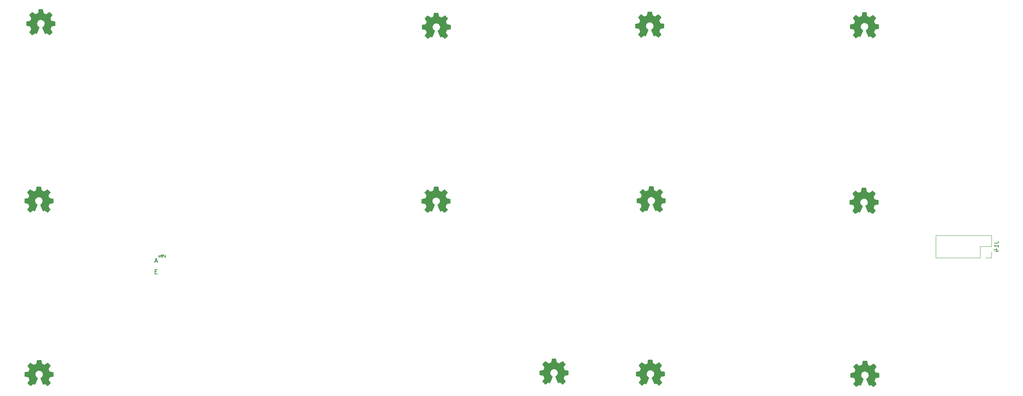
<source format=gbr>
%TF.GenerationSoftware,KiCad,Pcbnew,9.0.2*%
%TF.CreationDate,2025-05-17T12:02:21-04:00*%
%TF.ProjectId,ModularPSU,4d6f6475-6c61-4725-9053-552e6b696361,rev?*%
%TF.SameCoordinates,Original*%
%TF.FileFunction,Legend,Bot*%
%TF.FilePolarity,Positive*%
%FSLAX46Y46*%
G04 Gerber Fmt 4.6, Leading zero omitted, Abs format (unit mm)*
G04 Created by KiCad (PCBNEW 9.0.2) date 2025-05-17 12:02:21*
%MOMM*%
%LPD*%
G01*
G04 APERTURE LIST*
%ADD10C,0.150000*%
%ADD11C,0.010000*%
%ADD12C,0.120000*%
G04 APERTURE END LIST*
D10*
X65250057Y-108086213D02*
X65202438Y-108038594D01*
X65202438Y-108038594D02*
X65154819Y-107943356D01*
X65154819Y-107943356D02*
X65154819Y-107705261D01*
X65154819Y-107705261D02*
X65202438Y-107610023D01*
X65202438Y-107610023D02*
X65250057Y-107562404D01*
X65250057Y-107562404D02*
X65345295Y-107514785D01*
X65345295Y-107514785D02*
X65440533Y-107514785D01*
X65440533Y-107514785D02*
X65583390Y-107562404D01*
X65583390Y-107562404D02*
X66154819Y-108133832D01*
X66154819Y-108133832D02*
X66154819Y-107514785D01*
X63763714Y-111381009D02*
X64097047Y-111381009D01*
X64239904Y-111904819D02*
X63763714Y-111904819D01*
X63763714Y-111904819D02*
X63763714Y-110904819D01*
X63763714Y-110904819D02*
X64239904Y-110904819D01*
X63739905Y-109019104D02*
X64216095Y-109019104D01*
X63644667Y-109304819D02*
X63978000Y-108304819D01*
X63978000Y-108304819D02*
X64311333Y-109304819D01*
X65504819Y-107514785D02*
X65504819Y-108086213D01*
X65504819Y-107800499D02*
X64504819Y-107800499D01*
X64504819Y-107800499D02*
X64647676Y-107895737D01*
X64647676Y-107895737D02*
X64742914Y-107990975D01*
X64742914Y-107990975D02*
X64790533Y-108086213D01*
X257604819Y-104790476D02*
X258319104Y-104790476D01*
X258319104Y-104790476D02*
X258461961Y-104742857D01*
X258461961Y-104742857D02*
X258557200Y-104647619D01*
X258557200Y-104647619D02*
X258604819Y-104504762D01*
X258604819Y-104504762D02*
X258604819Y-104409524D01*
X258604819Y-105790476D02*
X258604819Y-105219048D01*
X258604819Y-105504762D02*
X257604819Y-105504762D01*
X257604819Y-105504762D02*
X257747676Y-105409524D01*
X257747676Y-105409524D02*
X257842914Y-105314286D01*
X257842914Y-105314286D02*
X257890533Y-105219048D01*
X257938152Y-106647619D02*
X258604819Y-106647619D01*
X257557200Y-106409524D02*
X258271485Y-106171429D01*
X258271485Y-106171429D02*
X258271485Y-106790476D01*
D11*
%TO.C,REF\u002A\u002A*%
X37887275Y-51268931D02*
X37971095Y-51713555D01*
X38589667Y-51968551D01*
X38960707Y-51716246D01*
X39034144Y-51666506D01*
X39131499Y-51601218D01*
X39215787Y-51545454D01*
X39282631Y-51502078D01*
X39327654Y-51473953D01*
X39346478Y-51463942D01*
X39358039Y-51471061D01*
X39392596Y-51500894D01*
X39444894Y-51549852D01*
X39510500Y-51613440D01*
X39584983Y-51687163D01*
X39663913Y-51766525D01*
X39742856Y-51847031D01*
X39817384Y-51924185D01*
X39883063Y-51993493D01*
X39935463Y-52050457D01*
X39970153Y-52090584D01*
X39982701Y-52109377D01*
X39979782Y-52117451D01*
X39959571Y-52153469D01*
X39922663Y-52212744D01*
X39872050Y-52290630D01*
X39810725Y-52382481D01*
X39741679Y-52483650D01*
X39703787Y-52538826D01*
X39638606Y-52634884D01*
X39582723Y-52718717D01*
X39539117Y-52785777D01*
X39510769Y-52831519D01*
X39500657Y-52851396D01*
X39500823Y-52852497D01*
X39509743Y-52877694D01*
X39530206Y-52929147D01*
X39559360Y-53000135D01*
X39594353Y-53083935D01*
X39632332Y-53173828D01*
X39670445Y-53263091D01*
X39705839Y-53345003D01*
X39735662Y-53412843D01*
X39757061Y-53459890D01*
X39767184Y-53479422D01*
X39773174Y-53481155D01*
X39809566Y-53488969D01*
X39874427Y-53501915D01*
X39962565Y-53518979D01*
X40068787Y-53539151D01*
X40187902Y-53561418D01*
X40250683Y-53573223D01*
X40365912Y-53595748D01*
X40466662Y-53616550D01*
X40547426Y-53634435D01*
X40602698Y-53648208D01*
X40626971Y-53656674D01*
X40631331Y-53665066D01*
X40638563Y-53706072D01*
X40644246Y-53774368D01*
X40648382Y-53863529D01*
X40650977Y-53967128D01*
X40652036Y-54078740D01*
X40651561Y-54191938D01*
X40649559Y-54300296D01*
X40646033Y-54397389D01*
X40640987Y-54476790D01*
X40634427Y-54532072D01*
X40626356Y-54556810D01*
X40621458Y-54559600D01*
X40584930Y-54571569D01*
X40521565Y-54587405D01*
X40438686Y-54605374D01*
X40343618Y-54623741D01*
X40311542Y-54629591D01*
X40163393Y-54656798D01*
X40046961Y-54678663D01*
X39958209Y-54696093D01*
X39893103Y-54709996D01*
X39847606Y-54721277D01*
X39817682Y-54730843D01*
X39799294Y-54739601D01*
X39788407Y-54748457D01*
X39787142Y-54749943D01*
X39769338Y-54780931D01*
X39742994Y-54837634D01*
X39710661Y-54913399D01*
X39674893Y-55001574D01*
X39638244Y-55095507D01*
X39603266Y-55188547D01*
X39572513Y-55274041D01*
X39548538Y-55345336D01*
X39533895Y-55395782D01*
X39531136Y-55418726D01*
X39532981Y-55421703D01*
X39552075Y-55450493D01*
X39587984Y-55503595D01*
X39637378Y-55576117D01*
X39696927Y-55663167D01*
X39763303Y-55759854D01*
X39781520Y-55786456D01*
X39845577Y-55881875D01*
X39900937Y-55967212D01*
X39944439Y-56037405D01*
X39972924Y-56087394D01*
X39983232Y-56112116D01*
X39981011Y-56118616D01*
X39957858Y-56150644D01*
X39912177Y-56202945D01*
X39847241Y-56271999D01*
X39766319Y-56354286D01*
X39672685Y-56446286D01*
X39619165Y-56497781D01*
X39534542Y-56577983D01*
X39460475Y-56646678D01*
X39400941Y-56700252D01*
X39359917Y-56735085D01*
X39341381Y-56747563D01*
X39328646Y-56742938D01*
X39289436Y-56721057D01*
X39232495Y-56685273D01*
X39165250Y-56640117D01*
X39117438Y-56607165D01*
X39021985Y-56541727D01*
X38920125Y-56472228D01*
X38827088Y-56409075D01*
X38644832Y-56285800D01*
X38491841Y-56368520D01*
X38455817Y-56387613D01*
X38390303Y-56420272D01*
X38339640Y-56442819D01*
X38312564Y-56451226D01*
X38303703Y-56440430D01*
X38281699Y-56399323D01*
X38249199Y-56331549D01*
X38208010Y-56241409D01*
X38159942Y-56133205D01*
X38106802Y-56011237D01*
X38050399Y-55879808D01*
X37992542Y-55743218D01*
X37935038Y-55605767D01*
X37879697Y-55471758D01*
X37828326Y-55345491D01*
X37782735Y-55231268D01*
X37744732Y-55133390D01*
X37716124Y-55056157D01*
X37698721Y-55003871D01*
X37694331Y-54980833D01*
X37694628Y-54980160D01*
X37715077Y-54958863D01*
X37757850Y-54925508D01*
X37814117Y-54887011D01*
X37831877Y-54875256D01*
X37967014Y-54763735D01*
X38078856Y-54630906D01*
X38164755Y-54482298D01*
X38222062Y-54323440D01*
X38248131Y-54159860D01*
X38240313Y-53997088D01*
X38208644Y-53852315D01*
X38151782Y-53706124D01*
X38068888Y-53575703D01*
X37955131Y-53451813D01*
X37910433Y-53412235D01*
X37765935Y-53314723D01*
X37609838Y-53249050D01*
X37446667Y-53214630D01*
X37280943Y-53210874D01*
X37117192Y-53237194D01*
X36959936Y-53293003D01*
X36813698Y-53377714D01*
X36683004Y-53490737D01*
X36572374Y-53631487D01*
X36551105Y-53666342D01*
X36478810Y-53825655D01*
X36440415Y-53991552D01*
X36434914Y-54159737D01*
X36461301Y-54325913D01*
X36518570Y-54485784D01*
X36605717Y-54635053D01*
X36721736Y-54769423D01*
X36865622Y-54884599D01*
X36870294Y-54887702D01*
X36925964Y-54926933D01*
X36967689Y-54960286D01*
X36986746Y-54980833D01*
X36984342Y-54996941D01*
X36969391Y-55043844D01*
X36942881Y-55116539D01*
X36906620Y-55210725D01*
X36862416Y-55322098D01*
X36812076Y-55446358D01*
X36757407Y-55579202D01*
X36700218Y-55716327D01*
X36642316Y-55853432D01*
X36585510Y-55986215D01*
X36531606Y-56110374D01*
X36482412Y-56221606D01*
X36439737Y-56315609D01*
X36405387Y-56388082D01*
X36381171Y-56434722D01*
X36368897Y-56451226D01*
X36358689Y-56448991D01*
X36318586Y-56432926D01*
X36259318Y-56404759D01*
X36189619Y-56368520D01*
X36036629Y-56285800D01*
X35854373Y-56409075D01*
X35800527Y-56445579D01*
X35700374Y-56513784D01*
X35600525Y-56582098D01*
X35516211Y-56640117D01*
X35469679Y-56671736D01*
X35409200Y-56711020D01*
X35364357Y-56737912D01*
X35342455Y-56747883D01*
X35333045Y-56743650D01*
X35299031Y-56717721D01*
X35246595Y-56672070D01*
X35180301Y-56611186D01*
X35104713Y-56539561D01*
X35024396Y-56461683D01*
X34943913Y-56382045D01*
X34867829Y-56305135D01*
X34800707Y-56235445D01*
X34747112Y-56177464D01*
X34711608Y-56135684D01*
X34698759Y-56114593D01*
X34699500Y-56110581D01*
X34714793Y-56077920D01*
X34747462Y-56021412D01*
X34794350Y-55946163D01*
X34852301Y-55857275D01*
X34918157Y-55759854D01*
X34936627Y-55732982D01*
X35001482Y-55638423D01*
X35058609Y-55554827D01*
X35104678Y-55487084D01*
X35136359Y-55440086D01*
X35150324Y-55418726D01*
X35150668Y-55417811D01*
X35146546Y-55391678D01*
X35130807Y-55338740D01*
X35106004Y-55265647D01*
X35074689Y-55179052D01*
X35039417Y-55085608D01*
X35002740Y-54991965D01*
X34967212Y-54904777D01*
X34935386Y-54830695D01*
X34909816Y-54776371D01*
X34893053Y-54748457D01*
X34891374Y-54746724D01*
X34879372Y-54737956D01*
X34859103Y-54729115D01*
X34826529Y-54719292D01*
X34777616Y-54707583D01*
X34708327Y-54693080D01*
X34614625Y-54674876D01*
X34492476Y-54652066D01*
X34337842Y-54623741D01*
X34305770Y-54617780D01*
X34213893Y-54599352D01*
X34136607Y-54581892D01*
X34081236Y-54567133D01*
X34055105Y-54556810D01*
X34050733Y-54548197D01*
X34043445Y-54506826D01*
X34037669Y-54438241D01*
X34033410Y-54348868D01*
X34030673Y-54245135D01*
X34029462Y-54133465D01*
X34029782Y-54020287D01*
X34031636Y-53912026D01*
X34035030Y-53815108D01*
X34039967Y-53735959D01*
X34046452Y-53681006D01*
X34054489Y-53656674D01*
X34062696Y-53653079D01*
X34103519Y-53641748D01*
X34172524Y-53625722D01*
X34264203Y-53606195D01*
X34373050Y-53584362D01*
X34493558Y-53561418D01*
X34559357Y-53549159D01*
X34672135Y-53527901D01*
X34769207Y-53509287D01*
X34845382Y-53494328D01*
X34895469Y-53484036D01*
X34914276Y-53479422D01*
X34914983Y-53478471D01*
X34926961Y-53454310D01*
X34949794Y-53403694D01*
X34980630Y-53333338D01*
X35016613Y-53249958D01*
X35054891Y-53160270D01*
X35092609Y-53070989D01*
X35126913Y-52988832D01*
X35154949Y-52920513D01*
X35173864Y-52872748D01*
X35180803Y-52852254D01*
X35177742Y-52845043D01*
X35157372Y-52810728D01*
X35120422Y-52752970D01*
X35069860Y-52676299D01*
X35008657Y-52585248D01*
X34939781Y-52484350D01*
X34901994Y-52429093D01*
X34836782Y-52332215D01*
X34780871Y-52247193D01*
X34737241Y-52178662D01*
X34708877Y-52131260D01*
X34698759Y-52109623D01*
X34705790Y-52097887D01*
X34735197Y-52062818D01*
X34783441Y-52009745D01*
X34846093Y-51943164D01*
X34918725Y-51867574D01*
X34996908Y-51787472D01*
X35076214Y-51707354D01*
X35152213Y-51631718D01*
X35220478Y-51565062D01*
X35276580Y-51511882D01*
X35316090Y-51476676D01*
X35334579Y-51463942D01*
X35344843Y-51468893D01*
X35382530Y-51491857D01*
X35443348Y-51530938D01*
X35522913Y-51583272D01*
X35616843Y-51645996D01*
X35720754Y-51716246D01*
X36091794Y-51968551D01*
X36401080Y-51841053D01*
X36710365Y-51713555D01*
X36794186Y-51268931D01*
X36878006Y-50824307D01*
X37803454Y-50824307D01*
X37887275Y-51268931D01*
G36*
X37887275Y-51268931D02*
G01*
X37971095Y-51713555D01*
X38589667Y-51968551D01*
X38960707Y-51716246D01*
X39034144Y-51666506D01*
X39131499Y-51601218D01*
X39215787Y-51545454D01*
X39282631Y-51502078D01*
X39327654Y-51473953D01*
X39346478Y-51463942D01*
X39358039Y-51471061D01*
X39392596Y-51500894D01*
X39444894Y-51549852D01*
X39510500Y-51613440D01*
X39584983Y-51687163D01*
X39663913Y-51766525D01*
X39742856Y-51847031D01*
X39817384Y-51924185D01*
X39883063Y-51993493D01*
X39935463Y-52050457D01*
X39970153Y-52090584D01*
X39982701Y-52109377D01*
X39979782Y-52117451D01*
X39959571Y-52153469D01*
X39922663Y-52212744D01*
X39872050Y-52290630D01*
X39810725Y-52382481D01*
X39741679Y-52483650D01*
X39703787Y-52538826D01*
X39638606Y-52634884D01*
X39582723Y-52718717D01*
X39539117Y-52785777D01*
X39510769Y-52831519D01*
X39500657Y-52851396D01*
X39500823Y-52852497D01*
X39509743Y-52877694D01*
X39530206Y-52929147D01*
X39559360Y-53000135D01*
X39594353Y-53083935D01*
X39632332Y-53173828D01*
X39670445Y-53263091D01*
X39705839Y-53345003D01*
X39735662Y-53412843D01*
X39757061Y-53459890D01*
X39767184Y-53479422D01*
X39773174Y-53481155D01*
X39809566Y-53488969D01*
X39874427Y-53501915D01*
X39962565Y-53518979D01*
X40068787Y-53539151D01*
X40187902Y-53561418D01*
X40250683Y-53573223D01*
X40365912Y-53595748D01*
X40466662Y-53616550D01*
X40547426Y-53634435D01*
X40602698Y-53648208D01*
X40626971Y-53656674D01*
X40631331Y-53665066D01*
X40638563Y-53706072D01*
X40644246Y-53774368D01*
X40648382Y-53863529D01*
X40650977Y-53967128D01*
X40652036Y-54078740D01*
X40651561Y-54191938D01*
X40649559Y-54300296D01*
X40646033Y-54397389D01*
X40640987Y-54476790D01*
X40634427Y-54532072D01*
X40626356Y-54556810D01*
X40621458Y-54559600D01*
X40584930Y-54571569D01*
X40521565Y-54587405D01*
X40438686Y-54605374D01*
X40343618Y-54623741D01*
X40311542Y-54629591D01*
X40163393Y-54656798D01*
X40046961Y-54678663D01*
X39958209Y-54696093D01*
X39893103Y-54709996D01*
X39847606Y-54721277D01*
X39817682Y-54730843D01*
X39799294Y-54739601D01*
X39788407Y-54748457D01*
X39787142Y-54749943D01*
X39769338Y-54780931D01*
X39742994Y-54837634D01*
X39710661Y-54913399D01*
X39674893Y-55001574D01*
X39638244Y-55095507D01*
X39603266Y-55188547D01*
X39572513Y-55274041D01*
X39548538Y-55345336D01*
X39533895Y-55395782D01*
X39531136Y-55418726D01*
X39532981Y-55421703D01*
X39552075Y-55450493D01*
X39587984Y-55503595D01*
X39637378Y-55576117D01*
X39696927Y-55663167D01*
X39763303Y-55759854D01*
X39781520Y-55786456D01*
X39845577Y-55881875D01*
X39900937Y-55967212D01*
X39944439Y-56037405D01*
X39972924Y-56087394D01*
X39983232Y-56112116D01*
X39981011Y-56118616D01*
X39957858Y-56150644D01*
X39912177Y-56202945D01*
X39847241Y-56271999D01*
X39766319Y-56354286D01*
X39672685Y-56446286D01*
X39619165Y-56497781D01*
X39534542Y-56577983D01*
X39460475Y-56646678D01*
X39400941Y-56700252D01*
X39359917Y-56735085D01*
X39341381Y-56747563D01*
X39328646Y-56742938D01*
X39289436Y-56721057D01*
X39232495Y-56685273D01*
X39165250Y-56640117D01*
X39117438Y-56607165D01*
X39021985Y-56541727D01*
X38920125Y-56472228D01*
X38827088Y-56409075D01*
X38644832Y-56285800D01*
X38491841Y-56368520D01*
X38455817Y-56387613D01*
X38390303Y-56420272D01*
X38339640Y-56442819D01*
X38312564Y-56451226D01*
X38303703Y-56440430D01*
X38281699Y-56399323D01*
X38249199Y-56331549D01*
X38208010Y-56241409D01*
X38159942Y-56133205D01*
X38106802Y-56011237D01*
X38050399Y-55879808D01*
X37992542Y-55743218D01*
X37935038Y-55605767D01*
X37879697Y-55471758D01*
X37828326Y-55345491D01*
X37782735Y-55231268D01*
X37744732Y-55133390D01*
X37716124Y-55056157D01*
X37698721Y-55003871D01*
X37694331Y-54980833D01*
X37694628Y-54980160D01*
X37715077Y-54958863D01*
X37757850Y-54925508D01*
X37814117Y-54887011D01*
X37831877Y-54875256D01*
X37967014Y-54763735D01*
X38078856Y-54630906D01*
X38164755Y-54482298D01*
X38222062Y-54323440D01*
X38248131Y-54159860D01*
X38240313Y-53997088D01*
X38208644Y-53852315D01*
X38151782Y-53706124D01*
X38068888Y-53575703D01*
X37955131Y-53451813D01*
X37910433Y-53412235D01*
X37765935Y-53314723D01*
X37609838Y-53249050D01*
X37446667Y-53214630D01*
X37280943Y-53210874D01*
X37117192Y-53237194D01*
X36959936Y-53293003D01*
X36813698Y-53377714D01*
X36683004Y-53490737D01*
X36572374Y-53631487D01*
X36551105Y-53666342D01*
X36478810Y-53825655D01*
X36440415Y-53991552D01*
X36434914Y-54159737D01*
X36461301Y-54325913D01*
X36518570Y-54485784D01*
X36605717Y-54635053D01*
X36721736Y-54769423D01*
X36865622Y-54884599D01*
X36870294Y-54887702D01*
X36925964Y-54926933D01*
X36967689Y-54960286D01*
X36986746Y-54980833D01*
X36984342Y-54996941D01*
X36969391Y-55043844D01*
X36942881Y-55116539D01*
X36906620Y-55210725D01*
X36862416Y-55322098D01*
X36812076Y-55446358D01*
X36757407Y-55579202D01*
X36700218Y-55716327D01*
X36642316Y-55853432D01*
X36585510Y-55986215D01*
X36531606Y-56110374D01*
X36482412Y-56221606D01*
X36439737Y-56315609D01*
X36405387Y-56388082D01*
X36381171Y-56434722D01*
X36368897Y-56451226D01*
X36358689Y-56448991D01*
X36318586Y-56432926D01*
X36259318Y-56404759D01*
X36189619Y-56368520D01*
X36036629Y-56285800D01*
X35854373Y-56409075D01*
X35800527Y-56445579D01*
X35700374Y-56513784D01*
X35600525Y-56582098D01*
X35516211Y-56640117D01*
X35469679Y-56671736D01*
X35409200Y-56711020D01*
X35364357Y-56737912D01*
X35342455Y-56747883D01*
X35333045Y-56743650D01*
X35299031Y-56717721D01*
X35246595Y-56672070D01*
X35180301Y-56611186D01*
X35104713Y-56539561D01*
X35024396Y-56461683D01*
X34943913Y-56382045D01*
X34867829Y-56305135D01*
X34800707Y-56235445D01*
X34747112Y-56177464D01*
X34711608Y-56135684D01*
X34698759Y-56114593D01*
X34699500Y-56110581D01*
X34714793Y-56077920D01*
X34747462Y-56021412D01*
X34794350Y-55946163D01*
X34852301Y-55857275D01*
X34918157Y-55759854D01*
X34936627Y-55732982D01*
X35001482Y-55638423D01*
X35058609Y-55554827D01*
X35104678Y-55487084D01*
X35136359Y-55440086D01*
X35150324Y-55418726D01*
X35150668Y-55417811D01*
X35146546Y-55391678D01*
X35130807Y-55338740D01*
X35106004Y-55265647D01*
X35074689Y-55179052D01*
X35039417Y-55085608D01*
X35002740Y-54991965D01*
X34967212Y-54904777D01*
X34935386Y-54830695D01*
X34909816Y-54776371D01*
X34893053Y-54748457D01*
X34891374Y-54746724D01*
X34879372Y-54737956D01*
X34859103Y-54729115D01*
X34826529Y-54719292D01*
X34777616Y-54707583D01*
X34708327Y-54693080D01*
X34614625Y-54674876D01*
X34492476Y-54652066D01*
X34337842Y-54623741D01*
X34305770Y-54617780D01*
X34213893Y-54599352D01*
X34136607Y-54581892D01*
X34081236Y-54567133D01*
X34055105Y-54556810D01*
X34050733Y-54548197D01*
X34043445Y-54506826D01*
X34037669Y-54438241D01*
X34033410Y-54348868D01*
X34030673Y-54245135D01*
X34029462Y-54133465D01*
X34029782Y-54020287D01*
X34031636Y-53912026D01*
X34035030Y-53815108D01*
X34039967Y-53735959D01*
X34046452Y-53681006D01*
X34054489Y-53656674D01*
X34062696Y-53653079D01*
X34103519Y-53641748D01*
X34172524Y-53625722D01*
X34264203Y-53606195D01*
X34373050Y-53584362D01*
X34493558Y-53561418D01*
X34559357Y-53549159D01*
X34672135Y-53527901D01*
X34769207Y-53509287D01*
X34845382Y-53494328D01*
X34895469Y-53484036D01*
X34914276Y-53479422D01*
X34914983Y-53478471D01*
X34926961Y-53454310D01*
X34949794Y-53403694D01*
X34980630Y-53333338D01*
X35016613Y-53249958D01*
X35054891Y-53160270D01*
X35092609Y-53070989D01*
X35126913Y-52988832D01*
X35154949Y-52920513D01*
X35173864Y-52872748D01*
X35180803Y-52852254D01*
X35177742Y-52845043D01*
X35157372Y-52810728D01*
X35120422Y-52752970D01*
X35069860Y-52676299D01*
X35008657Y-52585248D01*
X34939781Y-52484350D01*
X34901994Y-52429093D01*
X34836782Y-52332215D01*
X34780871Y-52247193D01*
X34737241Y-52178662D01*
X34708877Y-52131260D01*
X34698759Y-52109623D01*
X34705790Y-52097887D01*
X34735197Y-52062818D01*
X34783441Y-52009745D01*
X34846093Y-51943164D01*
X34918725Y-51867574D01*
X34996908Y-51787472D01*
X35076214Y-51707354D01*
X35152213Y-51631718D01*
X35220478Y-51565062D01*
X35276580Y-51511882D01*
X35316090Y-51476676D01*
X35334579Y-51463942D01*
X35344843Y-51468893D01*
X35382530Y-51491857D01*
X35443348Y-51530938D01*
X35522913Y-51583272D01*
X35616843Y-51645996D01*
X35720754Y-51716246D01*
X36091794Y-51968551D01*
X36401080Y-51841053D01*
X36710365Y-51713555D01*
X36794186Y-51268931D01*
X36878006Y-50824307D01*
X37803454Y-50824307D01*
X37887275Y-51268931D01*
G37*
X129237275Y-52068931D02*
X129321095Y-52513555D01*
X129939667Y-52768551D01*
X130310707Y-52516246D01*
X130384144Y-52466506D01*
X130481499Y-52401218D01*
X130565787Y-52345454D01*
X130632631Y-52302078D01*
X130677654Y-52273953D01*
X130696478Y-52263942D01*
X130708039Y-52271061D01*
X130742596Y-52300894D01*
X130794894Y-52349852D01*
X130860500Y-52413440D01*
X130934983Y-52487163D01*
X131013913Y-52566525D01*
X131092856Y-52647031D01*
X131167384Y-52724185D01*
X131233063Y-52793493D01*
X131285463Y-52850457D01*
X131320153Y-52890584D01*
X131332701Y-52909377D01*
X131329782Y-52917451D01*
X131309571Y-52953469D01*
X131272663Y-53012744D01*
X131222050Y-53090630D01*
X131160725Y-53182481D01*
X131091679Y-53283650D01*
X131053787Y-53338826D01*
X130988606Y-53434884D01*
X130932723Y-53518717D01*
X130889117Y-53585777D01*
X130860769Y-53631519D01*
X130850657Y-53651396D01*
X130850823Y-53652497D01*
X130859743Y-53677694D01*
X130880206Y-53729147D01*
X130909360Y-53800135D01*
X130944353Y-53883935D01*
X130982332Y-53973828D01*
X131020445Y-54063091D01*
X131055839Y-54145003D01*
X131085662Y-54212843D01*
X131107061Y-54259890D01*
X131117184Y-54279422D01*
X131123174Y-54281155D01*
X131159566Y-54288969D01*
X131224427Y-54301915D01*
X131312565Y-54318979D01*
X131418787Y-54339151D01*
X131537902Y-54361418D01*
X131600683Y-54373223D01*
X131715912Y-54395748D01*
X131816662Y-54416550D01*
X131897426Y-54434435D01*
X131952698Y-54448208D01*
X131976971Y-54456674D01*
X131981331Y-54465066D01*
X131988563Y-54506072D01*
X131994246Y-54574368D01*
X131998382Y-54663529D01*
X132000977Y-54767128D01*
X132002036Y-54878740D01*
X132001561Y-54991938D01*
X131999559Y-55100296D01*
X131996033Y-55197389D01*
X131990987Y-55276790D01*
X131984427Y-55332072D01*
X131976356Y-55356810D01*
X131971458Y-55359600D01*
X131934930Y-55371569D01*
X131871565Y-55387405D01*
X131788686Y-55405374D01*
X131693618Y-55423741D01*
X131661542Y-55429591D01*
X131513393Y-55456798D01*
X131396961Y-55478663D01*
X131308209Y-55496093D01*
X131243103Y-55509996D01*
X131197606Y-55521277D01*
X131167682Y-55530843D01*
X131149294Y-55539601D01*
X131138407Y-55548457D01*
X131137142Y-55549943D01*
X131119338Y-55580931D01*
X131092994Y-55637634D01*
X131060661Y-55713399D01*
X131024893Y-55801574D01*
X130988244Y-55895507D01*
X130953266Y-55988547D01*
X130922513Y-56074041D01*
X130898538Y-56145336D01*
X130883895Y-56195782D01*
X130881136Y-56218726D01*
X130882981Y-56221703D01*
X130902075Y-56250493D01*
X130937984Y-56303595D01*
X130987378Y-56376117D01*
X131046927Y-56463167D01*
X131113303Y-56559854D01*
X131131520Y-56586456D01*
X131195577Y-56681875D01*
X131250937Y-56767212D01*
X131294439Y-56837405D01*
X131322924Y-56887394D01*
X131333232Y-56912116D01*
X131331011Y-56918616D01*
X131307858Y-56950644D01*
X131262177Y-57002945D01*
X131197241Y-57071999D01*
X131116319Y-57154286D01*
X131022685Y-57246286D01*
X130969165Y-57297781D01*
X130884542Y-57377983D01*
X130810475Y-57446678D01*
X130750941Y-57500252D01*
X130709917Y-57535085D01*
X130691381Y-57547563D01*
X130678646Y-57542938D01*
X130639436Y-57521057D01*
X130582495Y-57485273D01*
X130515250Y-57440117D01*
X130467438Y-57407165D01*
X130371985Y-57341727D01*
X130270125Y-57272228D01*
X130177088Y-57209075D01*
X129994832Y-57085800D01*
X129841841Y-57168520D01*
X129805817Y-57187613D01*
X129740303Y-57220272D01*
X129689640Y-57242819D01*
X129662564Y-57251226D01*
X129653703Y-57240430D01*
X129631699Y-57199323D01*
X129599199Y-57131549D01*
X129558010Y-57041409D01*
X129509942Y-56933205D01*
X129456802Y-56811237D01*
X129400399Y-56679808D01*
X129342542Y-56543218D01*
X129285038Y-56405767D01*
X129229697Y-56271758D01*
X129178326Y-56145491D01*
X129132735Y-56031268D01*
X129094732Y-55933390D01*
X129066124Y-55856157D01*
X129048721Y-55803871D01*
X129044331Y-55780833D01*
X129044628Y-55780160D01*
X129065077Y-55758863D01*
X129107850Y-55725508D01*
X129164117Y-55687011D01*
X129181877Y-55675256D01*
X129317014Y-55563735D01*
X129428856Y-55430906D01*
X129514755Y-55282298D01*
X129572062Y-55123440D01*
X129598131Y-54959860D01*
X129590313Y-54797088D01*
X129558644Y-54652315D01*
X129501782Y-54506124D01*
X129418888Y-54375703D01*
X129305131Y-54251813D01*
X129260433Y-54212235D01*
X129115935Y-54114723D01*
X128959838Y-54049050D01*
X128796667Y-54014630D01*
X128630943Y-54010874D01*
X128467192Y-54037194D01*
X128309936Y-54093003D01*
X128163698Y-54177714D01*
X128033004Y-54290737D01*
X127922374Y-54431487D01*
X127901105Y-54466342D01*
X127828810Y-54625655D01*
X127790415Y-54791552D01*
X127784914Y-54959737D01*
X127811301Y-55125913D01*
X127868570Y-55285784D01*
X127955717Y-55435053D01*
X128071736Y-55569423D01*
X128215622Y-55684599D01*
X128220294Y-55687702D01*
X128275964Y-55726933D01*
X128317689Y-55760286D01*
X128336746Y-55780833D01*
X128334342Y-55796941D01*
X128319391Y-55843844D01*
X128292881Y-55916539D01*
X128256620Y-56010725D01*
X128212416Y-56122098D01*
X128162076Y-56246358D01*
X128107407Y-56379202D01*
X128050218Y-56516327D01*
X127992316Y-56653432D01*
X127935510Y-56786215D01*
X127881606Y-56910374D01*
X127832412Y-57021606D01*
X127789737Y-57115609D01*
X127755387Y-57188082D01*
X127731171Y-57234722D01*
X127718897Y-57251226D01*
X127708689Y-57248991D01*
X127668586Y-57232926D01*
X127609318Y-57204759D01*
X127539619Y-57168520D01*
X127386629Y-57085800D01*
X127204373Y-57209075D01*
X127150527Y-57245579D01*
X127050374Y-57313784D01*
X126950525Y-57382098D01*
X126866211Y-57440117D01*
X126819679Y-57471736D01*
X126759200Y-57511020D01*
X126714357Y-57537912D01*
X126692455Y-57547883D01*
X126683045Y-57543650D01*
X126649031Y-57517721D01*
X126596595Y-57472070D01*
X126530301Y-57411186D01*
X126454713Y-57339561D01*
X126374396Y-57261683D01*
X126293913Y-57182045D01*
X126217829Y-57105135D01*
X126150707Y-57035445D01*
X126097112Y-56977464D01*
X126061608Y-56935684D01*
X126048759Y-56914593D01*
X126049500Y-56910581D01*
X126064793Y-56877920D01*
X126097462Y-56821412D01*
X126144350Y-56746163D01*
X126202301Y-56657275D01*
X126268157Y-56559854D01*
X126286627Y-56532982D01*
X126351482Y-56438423D01*
X126408609Y-56354827D01*
X126454678Y-56287084D01*
X126486359Y-56240086D01*
X126500324Y-56218726D01*
X126500668Y-56217811D01*
X126496546Y-56191678D01*
X126480807Y-56138740D01*
X126456004Y-56065647D01*
X126424689Y-55979052D01*
X126389417Y-55885608D01*
X126352740Y-55791965D01*
X126317212Y-55704777D01*
X126285386Y-55630695D01*
X126259816Y-55576371D01*
X126243053Y-55548457D01*
X126241374Y-55546724D01*
X126229372Y-55537956D01*
X126209103Y-55529115D01*
X126176529Y-55519292D01*
X126127616Y-55507583D01*
X126058327Y-55493080D01*
X125964625Y-55474876D01*
X125842476Y-55452066D01*
X125687842Y-55423741D01*
X125655770Y-55417780D01*
X125563893Y-55399352D01*
X125486607Y-55381892D01*
X125431236Y-55367133D01*
X125405105Y-55356810D01*
X125400733Y-55348197D01*
X125393445Y-55306826D01*
X125387669Y-55238241D01*
X125383410Y-55148868D01*
X125380673Y-55045135D01*
X125379462Y-54933465D01*
X125379782Y-54820287D01*
X125381636Y-54712026D01*
X125385030Y-54615108D01*
X125389967Y-54535959D01*
X125396452Y-54481006D01*
X125404489Y-54456674D01*
X125412696Y-54453079D01*
X125453519Y-54441748D01*
X125522524Y-54425722D01*
X125614203Y-54406195D01*
X125723050Y-54384362D01*
X125843558Y-54361418D01*
X125909357Y-54349159D01*
X126022135Y-54327901D01*
X126119207Y-54309287D01*
X126195382Y-54294328D01*
X126245469Y-54284036D01*
X126264276Y-54279422D01*
X126264983Y-54278471D01*
X126276961Y-54254310D01*
X126299794Y-54203694D01*
X126330630Y-54133338D01*
X126366613Y-54049958D01*
X126404891Y-53960270D01*
X126442609Y-53870989D01*
X126476913Y-53788832D01*
X126504949Y-53720513D01*
X126523864Y-53672748D01*
X126530803Y-53652254D01*
X126527742Y-53645043D01*
X126507372Y-53610728D01*
X126470422Y-53552970D01*
X126419860Y-53476299D01*
X126358657Y-53385248D01*
X126289781Y-53284350D01*
X126251994Y-53229093D01*
X126186782Y-53132215D01*
X126130871Y-53047193D01*
X126087241Y-52978662D01*
X126058877Y-52931260D01*
X126048759Y-52909623D01*
X126055790Y-52897887D01*
X126085197Y-52862818D01*
X126133441Y-52809745D01*
X126196093Y-52743164D01*
X126268725Y-52667574D01*
X126346908Y-52587472D01*
X126426214Y-52507354D01*
X126502213Y-52431718D01*
X126570478Y-52365062D01*
X126626580Y-52311882D01*
X126666090Y-52276676D01*
X126684579Y-52263942D01*
X126694843Y-52268893D01*
X126732530Y-52291857D01*
X126793348Y-52330938D01*
X126872913Y-52383272D01*
X126966843Y-52445996D01*
X127070754Y-52516246D01*
X127441794Y-52768551D01*
X127751080Y-52641053D01*
X128060365Y-52513555D01*
X128144186Y-52068931D01*
X128228006Y-51624307D01*
X129153454Y-51624307D01*
X129237275Y-52068931D01*
G36*
X129237275Y-52068931D02*
G01*
X129321095Y-52513555D01*
X129939667Y-52768551D01*
X130310707Y-52516246D01*
X130384144Y-52466506D01*
X130481499Y-52401218D01*
X130565787Y-52345454D01*
X130632631Y-52302078D01*
X130677654Y-52273953D01*
X130696478Y-52263942D01*
X130708039Y-52271061D01*
X130742596Y-52300894D01*
X130794894Y-52349852D01*
X130860500Y-52413440D01*
X130934983Y-52487163D01*
X131013913Y-52566525D01*
X131092856Y-52647031D01*
X131167384Y-52724185D01*
X131233063Y-52793493D01*
X131285463Y-52850457D01*
X131320153Y-52890584D01*
X131332701Y-52909377D01*
X131329782Y-52917451D01*
X131309571Y-52953469D01*
X131272663Y-53012744D01*
X131222050Y-53090630D01*
X131160725Y-53182481D01*
X131091679Y-53283650D01*
X131053787Y-53338826D01*
X130988606Y-53434884D01*
X130932723Y-53518717D01*
X130889117Y-53585777D01*
X130860769Y-53631519D01*
X130850657Y-53651396D01*
X130850823Y-53652497D01*
X130859743Y-53677694D01*
X130880206Y-53729147D01*
X130909360Y-53800135D01*
X130944353Y-53883935D01*
X130982332Y-53973828D01*
X131020445Y-54063091D01*
X131055839Y-54145003D01*
X131085662Y-54212843D01*
X131107061Y-54259890D01*
X131117184Y-54279422D01*
X131123174Y-54281155D01*
X131159566Y-54288969D01*
X131224427Y-54301915D01*
X131312565Y-54318979D01*
X131418787Y-54339151D01*
X131537902Y-54361418D01*
X131600683Y-54373223D01*
X131715912Y-54395748D01*
X131816662Y-54416550D01*
X131897426Y-54434435D01*
X131952698Y-54448208D01*
X131976971Y-54456674D01*
X131981331Y-54465066D01*
X131988563Y-54506072D01*
X131994246Y-54574368D01*
X131998382Y-54663529D01*
X132000977Y-54767128D01*
X132002036Y-54878740D01*
X132001561Y-54991938D01*
X131999559Y-55100296D01*
X131996033Y-55197389D01*
X131990987Y-55276790D01*
X131984427Y-55332072D01*
X131976356Y-55356810D01*
X131971458Y-55359600D01*
X131934930Y-55371569D01*
X131871565Y-55387405D01*
X131788686Y-55405374D01*
X131693618Y-55423741D01*
X131661542Y-55429591D01*
X131513393Y-55456798D01*
X131396961Y-55478663D01*
X131308209Y-55496093D01*
X131243103Y-55509996D01*
X131197606Y-55521277D01*
X131167682Y-55530843D01*
X131149294Y-55539601D01*
X131138407Y-55548457D01*
X131137142Y-55549943D01*
X131119338Y-55580931D01*
X131092994Y-55637634D01*
X131060661Y-55713399D01*
X131024893Y-55801574D01*
X130988244Y-55895507D01*
X130953266Y-55988547D01*
X130922513Y-56074041D01*
X130898538Y-56145336D01*
X130883895Y-56195782D01*
X130881136Y-56218726D01*
X130882981Y-56221703D01*
X130902075Y-56250493D01*
X130937984Y-56303595D01*
X130987378Y-56376117D01*
X131046927Y-56463167D01*
X131113303Y-56559854D01*
X131131520Y-56586456D01*
X131195577Y-56681875D01*
X131250937Y-56767212D01*
X131294439Y-56837405D01*
X131322924Y-56887394D01*
X131333232Y-56912116D01*
X131331011Y-56918616D01*
X131307858Y-56950644D01*
X131262177Y-57002945D01*
X131197241Y-57071999D01*
X131116319Y-57154286D01*
X131022685Y-57246286D01*
X130969165Y-57297781D01*
X130884542Y-57377983D01*
X130810475Y-57446678D01*
X130750941Y-57500252D01*
X130709917Y-57535085D01*
X130691381Y-57547563D01*
X130678646Y-57542938D01*
X130639436Y-57521057D01*
X130582495Y-57485273D01*
X130515250Y-57440117D01*
X130467438Y-57407165D01*
X130371985Y-57341727D01*
X130270125Y-57272228D01*
X130177088Y-57209075D01*
X129994832Y-57085800D01*
X129841841Y-57168520D01*
X129805817Y-57187613D01*
X129740303Y-57220272D01*
X129689640Y-57242819D01*
X129662564Y-57251226D01*
X129653703Y-57240430D01*
X129631699Y-57199323D01*
X129599199Y-57131549D01*
X129558010Y-57041409D01*
X129509942Y-56933205D01*
X129456802Y-56811237D01*
X129400399Y-56679808D01*
X129342542Y-56543218D01*
X129285038Y-56405767D01*
X129229697Y-56271758D01*
X129178326Y-56145491D01*
X129132735Y-56031268D01*
X129094732Y-55933390D01*
X129066124Y-55856157D01*
X129048721Y-55803871D01*
X129044331Y-55780833D01*
X129044628Y-55780160D01*
X129065077Y-55758863D01*
X129107850Y-55725508D01*
X129164117Y-55687011D01*
X129181877Y-55675256D01*
X129317014Y-55563735D01*
X129428856Y-55430906D01*
X129514755Y-55282298D01*
X129572062Y-55123440D01*
X129598131Y-54959860D01*
X129590313Y-54797088D01*
X129558644Y-54652315D01*
X129501782Y-54506124D01*
X129418888Y-54375703D01*
X129305131Y-54251813D01*
X129260433Y-54212235D01*
X129115935Y-54114723D01*
X128959838Y-54049050D01*
X128796667Y-54014630D01*
X128630943Y-54010874D01*
X128467192Y-54037194D01*
X128309936Y-54093003D01*
X128163698Y-54177714D01*
X128033004Y-54290737D01*
X127922374Y-54431487D01*
X127901105Y-54466342D01*
X127828810Y-54625655D01*
X127790415Y-54791552D01*
X127784914Y-54959737D01*
X127811301Y-55125913D01*
X127868570Y-55285784D01*
X127955717Y-55435053D01*
X128071736Y-55569423D01*
X128215622Y-55684599D01*
X128220294Y-55687702D01*
X128275964Y-55726933D01*
X128317689Y-55760286D01*
X128336746Y-55780833D01*
X128334342Y-55796941D01*
X128319391Y-55843844D01*
X128292881Y-55916539D01*
X128256620Y-56010725D01*
X128212416Y-56122098D01*
X128162076Y-56246358D01*
X128107407Y-56379202D01*
X128050218Y-56516327D01*
X127992316Y-56653432D01*
X127935510Y-56786215D01*
X127881606Y-56910374D01*
X127832412Y-57021606D01*
X127789737Y-57115609D01*
X127755387Y-57188082D01*
X127731171Y-57234722D01*
X127718897Y-57251226D01*
X127708689Y-57248991D01*
X127668586Y-57232926D01*
X127609318Y-57204759D01*
X127539619Y-57168520D01*
X127386629Y-57085800D01*
X127204373Y-57209075D01*
X127150527Y-57245579D01*
X127050374Y-57313784D01*
X126950525Y-57382098D01*
X126866211Y-57440117D01*
X126819679Y-57471736D01*
X126759200Y-57511020D01*
X126714357Y-57537912D01*
X126692455Y-57547883D01*
X126683045Y-57543650D01*
X126649031Y-57517721D01*
X126596595Y-57472070D01*
X126530301Y-57411186D01*
X126454713Y-57339561D01*
X126374396Y-57261683D01*
X126293913Y-57182045D01*
X126217829Y-57105135D01*
X126150707Y-57035445D01*
X126097112Y-56977464D01*
X126061608Y-56935684D01*
X126048759Y-56914593D01*
X126049500Y-56910581D01*
X126064793Y-56877920D01*
X126097462Y-56821412D01*
X126144350Y-56746163D01*
X126202301Y-56657275D01*
X126268157Y-56559854D01*
X126286627Y-56532982D01*
X126351482Y-56438423D01*
X126408609Y-56354827D01*
X126454678Y-56287084D01*
X126486359Y-56240086D01*
X126500324Y-56218726D01*
X126500668Y-56217811D01*
X126496546Y-56191678D01*
X126480807Y-56138740D01*
X126456004Y-56065647D01*
X126424689Y-55979052D01*
X126389417Y-55885608D01*
X126352740Y-55791965D01*
X126317212Y-55704777D01*
X126285386Y-55630695D01*
X126259816Y-55576371D01*
X126243053Y-55548457D01*
X126241374Y-55546724D01*
X126229372Y-55537956D01*
X126209103Y-55529115D01*
X126176529Y-55519292D01*
X126127616Y-55507583D01*
X126058327Y-55493080D01*
X125964625Y-55474876D01*
X125842476Y-55452066D01*
X125687842Y-55423741D01*
X125655770Y-55417780D01*
X125563893Y-55399352D01*
X125486607Y-55381892D01*
X125431236Y-55367133D01*
X125405105Y-55356810D01*
X125400733Y-55348197D01*
X125393445Y-55306826D01*
X125387669Y-55238241D01*
X125383410Y-55148868D01*
X125380673Y-55045135D01*
X125379462Y-54933465D01*
X125379782Y-54820287D01*
X125381636Y-54712026D01*
X125385030Y-54615108D01*
X125389967Y-54535959D01*
X125396452Y-54481006D01*
X125404489Y-54456674D01*
X125412696Y-54453079D01*
X125453519Y-54441748D01*
X125522524Y-54425722D01*
X125614203Y-54406195D01*
X125723050Y-54384362D01*
X125843558Y-54361418D01*
X125909357Y-54349159D01*
X126022135Y-54327901D01*
X126119207Y-54309287D01*
X126195382Y-54294328D01*
X126245469Y-54284036D01*
X126264276Y-54279422D01*
X126264983Y-54278471D01*
X126276961Y-54254310D01*
X126299794Y-54203694D01*
X126330630Y-54133338D01*
X126366613Y-54049958D01*
X126404891Y-53960270D01*
X126442609Y-53870989D01*
X126476913Y-53788832D01*
X126504949Y-53720513D01*
X126523864Y-53672748D01*
X126530803Y-53652254D01*
X126527742Y-53645043D01*
X126507372Y-53610728D01*
X126470422Y-53552970D01*
X126419860Y-53476299D01*
X126358657Y-53385248D01*
X126289781Y-53284350D01*
X126251994Y-53229093D01*
X126186782Y-53132215D01*
X126130871Y-53047193D01*
X126087241Y-52978662D01*
X126058877Y-52931260D01*
X126048759Y-52909623D01*
X126055790Y-52897887D01*
X126085197Y-52862818D01*
X126133441Y-52809745D01*
X126196093Y-52743164D01*
X126268725Y-52667574D01*
X126346908Y-52587472D01*
X126426214Y-52507354D01*
X126502213Y-52431718D01*
X126570478Y-52365062D01*
X126626580Y-52311882D01*
X126666090Y-52276676D01*
X126684579Y-52263942D01*
X126694843Y-52268893D01*
X126732530Y-52291857D01*
X126793348Y-52330938D01*
X126872913Y-52383272D01*
X126966843Y-52445996D01*
X127070754Y-52516246D01*
X127441794Y-52768551D01*
X127751080Y-52641053D01*
X128060365Y-52513555D01*
X128144186Y-52068931D01*
X128228006Y-51624307D01*
X129153454Y-51624307D01*
X129237275Y-52068931D01*
G37*
X228137275Y-51968931D02*
X228221095Y-52413555D01*
X228839667Y-52668551D01*
X229210707Y-52416246D01*
X229284144Y-52366506D01*
X229381499Y-52301218D01*
X229465787Y-52245454D01*
X229532631Y-52202078D01*
X229577654Y-52173953D01*
X229596478Y-52163942D01*
X229608039Y-52171061D01*
X229642596Y-52200894D01*
X229694894Y-52249852D01*
X229760500Y-52313440D01*
X229834983Y-52387163D01*
X229913913Y-52466525D01*
X229992856Y-52547031D01*
X230067384Y-52624185D01*
X230133063Y-52693493D01*
X230185463Y-52750457D01*
X230220153Y-52790584D01*
X230232701Y-52809377D01*
X230229782Y-52817451D01*
X230209571Y-52853469D01*
X230172663Y-52912744D01*
X230122050Y-52990630D01*
X230060725Y-53082481D01*
X229991679Y-53183650D01*
X229953787Y-53238826D01*
X229888606Y-53334884D01*
X229832723Y-53418717D01*
X229789117Y-53485777D01*
X229760769Y-53531519D01*
X229750657Y-53551396D01*
X229750823Y-53552497D01*
X229759743Y-53577694D01*
X229780206Y-53629147D01*
X229809360Y-53700135D01*
X229844353Y-53783935D01*
X229882332Y-53873828D01*
X229920445Y-53963091D01*
X229955839Y-54045003D01*
X229985662Y-54112843D01*
X230007061Y-54159890D01*
X230017184Y-54179422D01*
X230023174Y-54181155D01*
X230059566Y-54188969D01*
X230124427Y-54201915D01*
X230212565Y-54218979D01*
X230318787Y-54239151D01*
X230437902Y-54261418D01*
X230500683Y-54273223D01*
X230615912Y-54295748D01*
X230716662Y-54316550D01*
X230797426Y-54334435D01*
X230852698Y-54348208D01*
X230876971Y-54356674D01*
X230881331Y-54365066D01*
X230888563Y-54406072D01*
X230894246Y-54474368D01*
X230898382Y-54563529D01*
X230900977Y-54667128D01*
X230902036Y-54778740D01*
X230901561Y-54891938D01*
X230899559Y-55000296D01*
X230896033Y-55097389D01*
X230890987Y-55176790D01*
X230884427Y-55232072D01*
X230876356Y-55256810D01*
X230871458Y-55259600D01*
X230834930Y-55271569D01*
X230771565Y-55287405D01*
X230688686Y-55305374D01*
X230593618Y-55323741D01*
X230561542Y-55329591D01*
X230413393Y-55356798D01*
X230296961Y-55378663D01*
X230208209Y-55396093D01*
X230143103Y-55409996D01*
X230097606Y-55421277D01*
X230067682Y-55430843D01*
X230049294Y-55439601D01*
X230038407Y-55448457D01*
X230037142Y-55449943D01*
X230019338Y-55480931D01*
X229992994Y-55537634D01*
X229960661Y-55613399D01*
X229924893Y-55701574D01*
X229888244Y-55795507D01*
X229853266Y-55888547D01*
X229822513Y-55974041D01*
X229798538Y-56045336D01*
X229783895Y-56095782D01*
X229781136Y-56118726D01*
X229782981Y-56121703D01*
X229802075Y-56150493D01*
X229837984Y-56203595D01*
X229887378Y-56276117D01*
X229946927Y-56363167D01*
X230013303Y-56459854D01*
X230031520Y-56486456D01*
X230095577Y-56581875D01*
X230150937Y-56667212D01*
X230194439Y-56737405D01*
X230222924Y-56787394D01*
X230233232Y-56812116D01*
X230231011Y-56818616D01*
X230207858Y-56850644D01*
X230162177Y-56902945D01*
X230097241Y-56971999D01*
X230016319Y-57054286D01*
X229922685Y-57146286D01*
X229869165Y-57197781D01*
X229784542Y-57277983D01*
X229710475Y-57346678D01*
X229650941Y-57400252D01*
X229609917Y-57435085D01*
X229591381Y-57447563D01*
X229578646Y-57442938D01*
X229539436Y-57421057D01*
X229482495Y-57385273D01*
X229415250Y-57340117D01*
X229367438Y-57307165D01*
X229271985Y-57241727D01*
X229170125Y-57172228D01*
X229077088Y-57109075D01*
X228894832Y-56985800D01*
X228741841Y-57068520D01*
X228705817Y-57087613D01*
X228640303Y-57120272D01*
X228589640Y-57142819D01*
X228562564Y-57151226D01*
X228553703Y-57140430D01*
X228531699Y-57099323D01*
X228499199Y-57031549D01*
X228458010Y-56941409D01*
X228409942Y-56833205D01*
X228356802Y-56711237D01*
X228300399Y-56579808D01*
X228242542Y-56443218D01*
X228185038Y-56305767D01*
X228129697Y-56171758D01*
X228078326Y-56045491D01*
X228032735Y-55931268D01*
X227994732Y-55833390D01*
X227966124Y-55756157D01*
X227948721Y-55703871D01*
X227944331Y-55680833D01*
X227944628Y-55680160D01*
X227965077Y-55658863D01*
X228007850Y-55625508D01*
X228064117Y-55587011D01*
X228081877Y-55575256D01*
X228217014Y-55463735D01*
X228328856Y-55330906D01*
X228414755Y-55182298D01*
X228472062Y-55023440D01*
X228498131Y-54859860D01*
X228490313Y-54697088D01*
X228458644Y-54552315D01*
X228401782Y-54406124D01*
X228318888Y-54275703D01*
X228205131Y-54151813D01*
X228160433Y-54112235D01*
X228015935Y-54014723D01*
X227859838Y-53949050D01*
X227696667Y-53914630D01*
X227530943Y-53910874D01*
X227367192Y-53937194D01*
X227209936Y-53993003D01*
X227063698Y-54077714D01*
X226933004Y-54190737D01*
X226822374Y-54331487D01*
X226801105Y-54366342D01*
X226728810Y-54525655D01*
X226690415Y-54691552D01*
X226684914Y-54859737D01*
X226711301Y-55025913D01*
X226768570Y-55185784D01*
X226855717Y-55335053D01*
X226971736Y-55469423D01*
X227115622Y-55584599D01*
X227120294Y-55587702D01*
X227175964Y-55626933D01*
X227217689Y-55660286D01*
X227236746Y-55680833D01*
X227234342Y-55696941D01*
X227219391Y-55743844D01*
X227192881Y-55816539D01*
X227156620Y-55910725D01*
X227112416Y-56022098D01*
X227062076Y-56146358D01*
X227007407Y-56279202D01*
X226950218Y-56416327D01*
X226892316Y-56553432D01*
X226835510Y-56686215D01*
X226781606Y-56810374D01*
X226732412Y-56921606D01*
X226689737Y-57015609D01*
X226655387Y-57088082D01*
X226631171Y-57134722D01*
X226618897Y-57151226D01*
X226608689Y-57148991D01*
X226568586Y-57132926D01*
X226509318Y-57104759D01*
X226439619Y-57068520D01*
X226286629Y-56985800D01*
X226104373Y-57109075D01*
X226050527Y-57145579D01*
X225950374Y-57213784D01*
X225850525Y-57282098D01*
X225766211Y-57340117D01*
X225719679Y-57371736D01*
X225659200Y-57411020D01*
X225614357Y-57437912D01*
X225592455Y-57447883D01*
X225583045Y-57443650D01*
X225549031Y-57417721D01*
X225496595Y-57372070D01*
X225430301Y-57311186D01*
X225354713Y-57239561D01*
X225274396Y-57161683D01*
X225193913Y-57082045D01*
X225117829Y-57005135D01*
X225050707Y-56935445D01*
X224997112Y-56877464D01*
X224961608Y-56835684D01*
X224948759Y-56814593D01*
X224949500Y-56810581D01*
X224964793Y-56777920D01*
X224997462Y-56721412D01*
X225044350Y-56646163D01*
X225102301Y-56557275D01*
X225168157Y-56459854D01*
X225186627Y-56432982D01*
X225251482Y-56338423D01*
X225308609Y-56254827D01*
X225354678Y-56187084D01*
X225386359Y-56140086D01*
X225400324Y-56118726D01*
X225400668Y-56117811D01*
X225396546Y-56091678D01*
X225380807Y-56038740D01*
X225356004Y-55965647D01*
X225324689Y-55879052D01*
X225289417Y-55785608D01*
X225252740Y-55691965D01*
X225217212Y-55604777D01*
X225185386Y-55530695D01*
X225159816Y-55476371D01*
X225143053Y-55448457D01*
X225141374Y-55446724D01*
X225129372Y-55437956D01*
X225109103Y-55429115D01*
X225076529Y-55419292D01*
X225027616Y-55407583D01*
X224958327Y-55393080D01*
X224864625Y-55374876D01*
X224742476Y-55352066D01*
X224587842Y-55323741D01*
X224555770Y-55317780D01*
X224463893Y-55299352D01*
X224386607Y-55281892D01*
X224331236Y-55267133D01*
X224305105Y-55256810D01*
X224300733Y-55248197D01*
X224293445Y-55206826D01*
X224287669Y-55138241D01*
X224283410Y-55048868D01*
X224280673Y-54945135D01*
X224279462Y-54833465D01*
X224279782Y-54720287D01*
X224281636Y-54612026D01*
X224285030Y-54515108D01*
X224289967Y-54435959D01*
X224296452Y-54381006D01*
X224304489Y-54356674D01*
X224312696Y-54353079D01*
X224353519Y-54341748D01*
X224422524Y-54325722D01*
X224514203Y-54306195D01*
X224623050Y-54284362D01*
X224743558Y-54261418D01*
X224809357Y-54249159D01*
X224922135Y-54227901D01*
X225019207Y-54209287D01*
X225095382Y-54194328D01*
X225145469Y-54184036D01*
X225164276Y-54179422D01*
X225164983Y-54178471D01*
X225176961Y-54154310D01*
X225199794Y-54103694D01*
X225230630Y-54033338D01*
X225266613Y-53949958D01*
X225304891Y-53860270D01*
X225342609Y-53770989D01*
X225376913Y-53688832D01*
X225404949Y-53620513D01*
X225423864Y-53572748D01*
X225430803Y-53552254D01*
X225427742Y-53545043D01*
X225407372Y-53510728D01*
X225370422Y-53452970D01*
X225319860Y-53376299D01*
X225258657Y-53285248D01*
X225189781Y-53184350D01*
X225151994Y-53129093D01*
X225086782Y-53032215D01*
X225030871Y-52947193D01*
X224987241Y-52878662D01*
X224958877Y-52831260D01*
X224948759Y-52809623D01*
X224955790Y-52797887D01*
X224985197Y-52762818D01*
X225033441Y-52709745D01*
X225096093Y-52643164D01*
X225168725Y-52567574D01*
X225246908Y-52487472D01*
X225326214Y-52407354D01*
X225402213Y-52331718D01*
X225470478Y-52265062D01*
X225526580Y-52211882D01*
X225566090Y-52176676D01*
X225584579Y-52163942D01*
X225594843Y-52168893D01*
X225632530Y-52191857D01*
X225693348Y-52230938D01*
X225772913Y-52283272D01*
X225866843Y-52345996D01*
X225970754Y-52416246D01*
X226341794Y-52668551D01*
X226651080Y-52541053D01*
X226960365Y-52413555D01*
X227044186Y-51968931D01*
X227128006Y-51524307D01*
X228053454Y-51524307D01*
X228137275Y-51968931D01*
G36*
X228137275Y-51968931D02*
G01*
X228221095Y-52413555D01*
X228839667Y-52668551D01*
X229210707Y-52416246D01*
X229284144Y-52366506D01*
X229381499Y-52301218D01*
X229465787Y-52245454D01*
X229532631Y-52202078D01*
X229577654Y-52173953D01*
X229596478Y-52163942D01*
X229608039Y-52171061D01*
X229642596Y-52200894D01*
X229694894Y-52249852D01*
X229760500Y-52313440D01*
X229834983Y-52387163D01*
X229913913Y-52466525D01*
X229992856Y-52547031D01*
X230067384Y-52624185D01*
X230133063Y-52693493D01*
X230185463Y-52750457D01*
X230220153Y-52790584D01*
X230232701Y-52809377D01*
X230229782Y-52817451D01*
X230209571Y-52853469D01*
X230172663Y-52912744D01*
X230122050Y-52990630D01*
X230060725Y-53082481D01*
X229991679Y-53183650D01*
X229953787Y-53238826D01*
X229888606Y-53334884D01*
X229832723Y-53418717D01*
X229789117Y-53485777D01*
X229760769Y-53531519D01*
X229750657Y-53551396D01*
X229750823Y-53552497D01*
X229759743Y-53577694D01*
X229780206Y-53629147D01*
X229809360Y-53700135D01*
X229844353Y-53783935D01*
X229882332Y-53873828D01*
X229920445Y-53963091D01*
X229955839Y-54045003D01*
X229985662Y-54112843D01*
X230007061Y-54159890D01*
X230017184Y-54179422D01*
X230023174Y-54181155D01*
X230059566Y-54188969D01*
X230124427Y-54201915D01*
X230212565Y-54218979D01*
X230318787Y-54239151D01*
X230437902Y-54261418D01*
X230500683Y-54273223D01*
X230615912Y-54295748D01*
X230716662Y-54316550D01*
X230797426Y-54334435D01*
X230852698Y-54348208D01*
X230876971Y-54356674D01*
X230881331Y-54365066D01*
X230888563Y-54406072D01*
X230894246Y-54474368D01*
X230898382Y-54563529D01*
X230900977Y-54667128D01*
X230902036Y-54778740D01*
X230901561Y-54891938D01*
X230899559Y-55000296D01*
X230896033Y-55097389D01*
X230890987Y-55176790D01*
X230884427Y-55232072D01*
X230876356Y-55256810D01*
X230871458Y-55259600D01*
X230834930Y-55271569D01*
X230771565Y-55287405D01*
X230688686Y-55305374D01*
X230593618Y-55323741D01*
X230561542Y-55329591D01*
X230413393Y-55356798D01*
X230296961Y-55378663D01*
X230208209Y-55396093D01*
X230143103Y-55409996D01*
X230097606Y-55421277D01*
X230067682Y-55430843D01*
X230049294Y-55439601D01*
X230038407Y-55448457D01*
X230037142Y-55449943D01*
X230019338Y-55480931D01*
X229992994Y-55537634D01*
X229960661Y-55613399D01*
X229924893Y-55701574D01*
X229888244Y-55795507D01*
X229853266Y-55888547D01*
X229822513Y-55974041D01*
X229798538Y-56045336D01*
X229783895Y-56095782D01*
X229781136Y-56118726D01*
X229782981Y-56121703D01*
X229802075Y-56150493D01*
X229837984Y-56203595D01*
X229887378Y-56276117D01*
X229946927Y-56363167D01*
X230013303Y-56459854D01*
X230031520Y-56486456D01*
X230095577Y-56581875D01*
X230150937Y-56667212D01*
X230194439Y-56737405D01*
X230222924Y-56787394D01*
X230233232Y-56812116D01*
X230231011Y-56818616D01*
X230207858Y-56850644D01*
X230162177Y-56902945D01*
X230097241Y-56971999D01*
X230016319Y-57054286D01*
X229922685Y-57146286D01*
X229869165Y-57197781D01*
X229784542Y-57277983D01*
X229710475Y-57346678D01*
X229650941Y-57400252D01*
X229609917Y-57435085D01*
X229591381Y-57447563D01*
X229578646Y-57442938D01*
X229539436Y-57421057D01*
X229482495Y-57385273D01*
X229415250Y-57340117D01*
X229367438Y-57307165D01*
X229271985Y-57241727D01*
X229170125Y-57172228D01*
X229077088Y-57109075D01*
X228894832Y-56985800D01*
X228741841Y-57068520D01*
X228705817Y-57087613D01*
X228640303Y-57120272D01*
X228589640Y-57142819D01*
X228562564Y-57151226D01*
X228553703Y-57140430D01*
X228531699Y-57099323D01*
X228499199Y-57031549D01*
X228458010Y-56941409D01*
X228409942Y-56833205D01*
X228356802Y-56711237D01*
X228300399Y-56579808D01*
X228242542Y-56443218D01*
X228185038Y-56305767D01*
X228129697Y-56171758D01*
X228078326Y-56045491D01*
X228032735Y-55931268D01*
X227994732Y-55833390D01*
X227966124Y-55756157D01*
X227948721Y-55703871D01*
X227944331Y-55680833D01*
X227944628Y-55680160D01*
X227965077Y-55658863D01*
X228007850Y-55625508D01*
X228064117Y-55587011D01*
X228081877Y-55575256D01*
X228217014Y-55463735D01*
X228328856Y-55330906D01*
X228414755Y-55182298D01*
X228472062Y-55023440D01*
X228498131Y-54859860D01*
X228490313Y-54697088D01*
X228458644Y-54552315D01*
X228401782Y-54406124D01*
X228318888Y-54275703D01*
X228205131Y-54151813D01*
X228160433Y-54112235D01*
X228015935Y-54014723D01*
X227859838Y-53949050D01*
X227696667Y-53914630D01*
X227530943Y-53910874D01*
X227367192Y-53937194D01*
X227209936Y-53993003D01*
X227063698Y-54077714D01*
X226933004Y-54190737D01*
X226822374Y-54331487D01*
X226801105Y-54366342D01*
X226728810Y-54525655D01*
X226690415Y-54691552D01*
X226684914Y-54859737D01*
X226711301Y-55025913D01*
X226768570Y-55185784D01*
X226855717Y-55335053D01*
X226971736Y-55469423D01*
X227115622Y-55584599D01*
X227120294Y-55587702D01*
X227175964Y-55626933D01*
X227217689Y-55660286D01*
X227236746Y-55680833D01*
X227234342Y-55696941D01*
X227219391Y-55743844D01*
X227192881Y-55816539D01*
X227156620Y-55910725D01*
X227112416Y-56022098D01*
X227062076Y-56146358D01*
X227007407Y-56279202D01*
X226950218Y-56416327D01*
X226892316Y-56553432D01*
X226835510Y-56686215D01*
X226781606Y-56810374D01*
X226732412Y-56921606D01*
X226689737Y-57015609D01*
X226655387Y-57088082D01*
X226631171Y-57134722D01*
X226618897Y-57151226D01*
X226608689Y-57148991D01*
X226568586Y-57132926D01*
X226509318Y-57104759D01*
X226439619Y-57068520D01*
X226286629Y-56985800D01*
X226104373Y-57109075D01*
X226050527Y-57145579D01*
X225950374Y-57213784D01*
X225850525Y-57282098D01*
X225766211Y-57340117D01*
X225719679Y-57371736D01*
X225659200Y-57411020D01*
X225614357Y-57437912D01*
X225592455Y-57447883D01*
X225583045Y-57443650D01*
X225549031Y-57417721D01*
X225496595Y-57372070D01*
X225430301Y-57311186D01*
X225354713Y-57239561D01*
X225274396Y-57161683D01*
X225193913Y-57082045D01*
X225117829Y-57005135D01*
X225050707Y-56935445D01*
X224997112Y-56877464D01*
X224961608Y-56835684D01*
X224948759Y-56814593D01*
X224949500Y-56810581D01*
X224964793Y-56777920D01*
X224997462Y-56721412D01*
X225044350Y-56646163D01*
X225102301Y-56557275D01*
X225168157Y-56459854D01*
X225186627Y-56432982D01*
X225251482Y-56338423D01*
X225308609Y-56254827D01*
X225354678Y-56187084D01*
X225386359Y-56140086D01*
X225400324Y-56118726D01*
X225400668Y-56117811D01*
X225396546Y-56091678D01*
X225380807Y-56038740D01*
X225356004Y-55965647D01*
X225324689Y-55879052D01*
X225289417Y-55785608D01*
X225252740Y-55691965D01*
X225217212Y-55604777D01*
X225185386Y-55530695D01*
X225159816Y-55476371D01*
X225143053Y-55448457D01*
X225141374Y-55446724D01*
X225129372Y-55437956D01*
X225109103Y-55429115D01*
X225076529Y-55419292D01*
X225027616Y-55407583D01*
X224958327Y-55393080D01*
X224864625Y-55374876D01*
X224742476Y-55352066D01*
X224587842Y-55323741D01*
X224555770Y-55317780D01*
X224463893Y-55299352D01*
X224386607Y-55281892D01*
X224331236Y-55267133D01*
X224305105Y-55256810D01*
X224300733Y-55248197D01*
X224293445Y-55206826D01*
X224287669Y-55138241D01*
X224283410Y-55048868D01*
X224280673Y-54945135D01*
X224279462Y-54833465D01*
X224279782Y-54720287D01*
X224281636Y-54612026D01*
X224285030Y-54515108D01*
X224289967Y-54435959D01*
X224296452Y-54381006D01*
X224304489Y-54356674D01*
X224312696Y-54353079D01*
X224353519Y-54341748D01*
X224422524Y-54325722D01*
X224514203Y-54306195D01*
X224623050Y-54284362D01*
X224743558Y-54261418D01*
X224809357Y-54249159D01*
X224922135Y-54227901D01*
X225019207Y-54209287D01*
X225095382Y-54194328D01*
X225145469Y-54184036D01*
X225164276Y-54179422D01*
X225164983Y-54178471D01*
X225176961Y-54154310D01*
X225199794Y-54103694D01*
X225230630Y-54033338D01*
X225266613Y-53949958D01*
X225304891Y-53860270D01*
X225342609Y-53770989D01*
X225376913Y-53688832D01*
X225404949Y-53620513D01*
X225423864Y-53572748D01*
X225430803Y-53552254D01*
X225427742Y-53545043D01*
X225407372Y-53510728D01*
X225370422Y-53452970D01*
X225319860Y-53376299D01*
X225258657Y-53285248D01*
X225189781Y-53184350D01*
X225151994Y-53129093D01*
X225086782Y-53032215D01*
X225030871Y-52947193D01*
X224987241Y-52878662D01*
X224958877Y-52831260D01*
X224948759Y-52809623D01*
X224955790Y-52797887D01*
X224985197Y-52762818D01*
X225033441Y-52709745D01*
X225096093Y-52643164D01*
X225168725Y-52567574D01*
X225246908Y-52487472D01*
X225326214Y-52407354D01*
X225402213Y-52331718D01*
X225470478Y-52265062D01*
X225526580Y-52211882D01*
X225566090Y-52176676D01*
X225584579Y-52163942D01*
X225594843Y-52168893D01*
X225632530Y-52191857D01*
X225693348Y-52230938D01*
X225772913Y-52283272D01*
X225866843Y-52345996D01*
X225970754Y-52416246D01*
X226341794Y-52668551D01*
X226651080Y-52541053D01*
X226960365Y-52413555D01*
X227044186Y-51968931D01*
X227128006Y-51524307D01*
X228053454Y-51524307D01*
X228137275Y-51968931D01*
G37*
D12*
%TO.C,J14*%
X244110000Y-108207500D02*
X244110000Y-103007500D01*
X254330000Y-105607500D02*
X256930000Y-105607500D01*
X254330000Y-108207500D02*
X244110000Y-108207500D01*
X254330000Y-108207500D02*
X254330000Y-105607500D01*
X255600000Y-108207500D02*
X256930000Y-108207500D01*
X256930000Y-103007500D02*
X244110000Y-103007500D01*
X256930000Y-105607500D02*
X256930000Y-103007500D01*
X256930000Y-108207500D02*
X256930000Y-106877500D01*
D11*
%TO.C,REF\u002A\u002A*%
X156424775Y-131918931D02*
X156508595Y-132363555D01*
X157127167Y-132618551D01*
X157498207Y-132366246D01*
X157571644Y-132316506D01*
X157668999Y-132251218D01*
X157753287Y-132195454D01*
X157820131Y-132152078D01*
X157865154Y-132123953D01*
X157883978Y-132113942D01*
X157895539Y-132121061D01*
X157930096Y-132150894D01*
X157982394Y-132199852D01*
X158048000Y-132263440D01*
X158122483Y-132337163D01*
X158201413Y-132416525D01*
X158280356Y-132497031D01*
X158354884Y-132574185D01*
X158420563Y-132643493D01*
X158472963Y-132700457D01*
X158507653Y-132740584D01*
X158520201Y-132759377D01*
X158517282Y-132767451D01*
X158497071Y-132803469D01*
X158460163Y-132862744D01*
X158409550Y-132940630D01*
X158348225Y-133032481D01*
X158279179Y-133133650D01*
X158241287Y-133188826D01*
X158176106Y-133284884D01*
X158120223Y-133368717D01*
X158076617Y-133435777D01*
X158048269Y-133481519D01*
X158038157Y-133501396D01*
X158038323Y-133502497D01*
X158047243Y-133527694D01*
X158067706Y-133579147D01*
X158096860Y-133650135D01*
X158131853Y-133733935D01*
X158169832Y-133823828D01*
X158207945Y-133913091D01*
X158243339Y-133995003D01*
X158273162Y-134062843D01*
X158294561Y-134109890D01*
X158304684Y-134129422D01*
X158310674Y-134131155D01*
X158347066Y-134138969D01*
X158411927Y-134151915D01*
X158500065Y-134168979D01*
X158606287Y-134189151D01*
X158725402Y-134211418D01*
X158788183Y-134223223D01*
X158903412Y-134245748D01*
X159004162Y-134266550D01*
X159084926Y-134284435D01*
X159140198Y-134298208D01*
X159164471Y-134306674D01*
X159168831Y-134315066D01*
X159176063Y-134356072D01*
X159181746Y-134424368D01*
X159185882Y-134513529D01*
X159188477Y-134617128D01*
X159189536Y-134728740D01*
X159189061Y-134841938D01*
X159187059Y-134950296D01*
X159183533Y-135047389D01*
X159178487Y-135126790D01*
X159171927Y-135182072D01*
X159163856Y-135206810D01*
X159158958Y-135209600D01*
X159122430Y-135221569D01*
X159059065Y-135237405D01*
X158976186Y-135255374D01*
X158881118Y-135273741D01*
X158849042Y-135279591D01*
X158700893Y-135306798D01*
X158584461Y-135328663D01*
X158495709Y-135346093D01*
X158430603Y-135359996D01*
X158385106Y-135371277D01*
X158355182Y-135380843D01*
X158336794Y-135389601D01*
X158325907Y-135398457D01*
X158324642Y-135399943D01*
X158306838Y-135430931D01*
X158280494Y-135487634D01*
X158248161Y-135563399D01*
X158212393Y-135651574D01*
X158175744Y-135745507D01*
X158140766Y-135838547D01*
X158110013Y-135924041D01*
X158086038Y-135995336D01*
X158071395Y-136045782D01*
X158068636Y-136068726D01*
X158070481Y-136071703D01*
X158089575Y-136100493D01*
X158125484Y-136153595D01*
X158174878Y-136226117D01*
X158234427Y-136313167D01*
X158300803Y-136409854D01*
X158319020Y-136436456D01*
X158383077Y-136531875D01*
X158438437Y-136617212D01*
X158481939Y-136687405D01*
X158510424Y-136737394D01*
X158520732Y-136762116D01*
X158518511Y-136768616D01*
X158495358Y-136800644D01*
X158449677Y-136852945D01*
X158384741Y-136921999D01*
X158303819Y-137004286D01*
X158210185Y-137096286D01*
X158156665Y-137147781D01*
X158072042Y-137227983D01*
X157997975Y-137296678D01*
X157938441Y-137350252D01*
X157897417Y-137385085D01*
X157878881Y-137397563D01*
X157866146Y-137392938D01*
X157826936Y-137371057D01*
X157769995Y-137335273D01*
X157702750Y-137290117D01*
X157654938Y-137257165D01*
X157559485Y-137191727D01*
X157457625Y-137122228D01*
X157364588Y-137059075D01*
X157182332Y-136935800D01*
X157029341Y-137018520D01*
X156993317Y-137037613D01*
X156927803Y-137070272D01*
X156877140Y-137092819D01*
X156850064Y-137101226D01*
X156841203Y-137090430D01*
X156819199Y-137049323D01*
X156786699Y-136981549D01*
X156745510Y-136891409D01*
X156697442Y-136783205D01*
X156644302Y-136661237D01*
X156587899Y-136529808D01*
X156530042Y-136393218D01*
X156472538Y-136255767D01*
X156417197Y-136121758D01*
X156365826Y-135995491D01*
X156320235Y-135881268D01*
X156282232Y-135783390D01*
X156253624Y-135706157D01*
X156236221Y-135653871D01*
X156231831Y-135630833D01*
X156232128Y-135630160D01*
X156252577Y-135608863D01*
X156295350Y-135575508D01*
X156351617Y-135537011D01*
X156369377Y-135525256D01*
X156504514Y-135413735D01*
X156616356Y-135280906D01*
X156702255Y-135132298D01*
X156759562Y-134973440D01*
X156785631Y-134809860D01*
X156777813Y-134647088D01*
X156746144Y-134502315D01*
X156689282Y-134356124D01*
X156606388Y-134225703D01*
X156492631Y-134101813D01*
X156447933Y-134062235D01*
X156303435Y-133964723D01*
X156147338Y-133899050D01*
X155984167Y-133864630D01*
X155818443Y-133860874D01*
X155654692Y-133887194D01*
X155497436Y-133943003D01*
X155351198Y-134027714D01*
X155220504Y-134140737D01*
X155109874Y-134281487D01*
X155088605Y-134316342D01*
X155016310Y-134475655D01*
X154977915Y-134641552D01*
X154972414Y-134809737D01*
X154998801Y-134975913D01*
X155056070Y-135135784D01*
X155143217Y-135285053D01*
X155259236Y-135419423D01*
X155403122Y-135534599D01*
X155407794Y-135537702D01*
X155463464Y-135576933D01*
X155505189Y-135610286D01*
X155524246Y-135630833D01*
X155521842Y-135646941D01*
X155506891Y-135693844D01*
X155480381Y-135766539D01*
X155444120Y-135860725D01*
X155399916Y-135972098D01*
X155349576Y-136096358D01*
X155294907Y-136229202D01*
X155237718Y-136366327D01*
X155179816Y-136503432D01*
X155123010Y-136636215D01*
X155069106Y-136760374D01*
X155019912Y-136871606D01*
X154977237Y-136965609D01*
X154942887Y-137038082D01*
X154918671Y-137084722D01*
X154906397Y-137101226D01*
X154896189Y-137098991D01*
X154856086Y-137082926D01*
X154796818Y-137054759D01*
X154727119Y-137018520D01*
X154574129Y-136935800D01*
X154391873Y-137059075D01*
X154338027Y-137095579D01*
X154237874Y-137163784D01*
X154138025Y-137232098D01*
X154053711Y-137290117D01*
X154007179Y-137321736D01*
X153946700Y-137361020D01*
X153901857Y-137387912D01*
X153879955Y-137397883D01*
X153870545Y-137393650D01*
X153836531Y-137367721D01*
X153784095Y-137322070D01*
X153717801Y-137261186D01*
X153642213Y-137189561D01*
X153561896Y-137111683D01*
X153481413Y-137032045D01*
X153405329Y-136955135D01*
X153338207Y-136885445D01*
X153284612Y-136827464D01*
X153249108Y-136785684D01*
X153236259Y-136764593D01*
X153237000Y-136760581D01*
X153252293Y-136727920D01*
X153284962Y-136671412D01*
X153331850Y-136596163D01*
X153389801Y-136507275D01*
X153455657Y-136409854D01*
X153474127Y-136382982D01*
X153538982Y-136288423D01*
X153596109Y-136204827D01*
X153642178Y-136137084D01*
X153673859Y-136090086D01*
X153687824Y-136068726D01*
X153688168Y-136067811D01*
X153684046Y-136041678D01*
X153668307Y-135988740D01*
X153643504Y-135915647D01*
X153612189Y-135829052D01*
X153576917Y-135735608D01*
X153540240Y-135641965D01*
X153504712Y-135554777D01*
X153472886Y-135480695D01*
X153447316Y-135426371D01*
X153430553Y-135398457D01*
X153428874Y-135396724D01*
X153416872Y-135387956D01*
X153396603Y-135379115D01*
X153364029Y-135369292D01*
X153315116Y-135357583D01*
X153245827Y-135343080D01*
X153152125Y-135324876D01*
X153029976Y-135302066D01*
X152875342Y-135273741D01*
X152843270Y-135267780D01*
X152751393Y-135249352D01*
X152674107Y-135231892D01*
X152618736Y-135217133D01*
X152592605Y-135206810D01*
X152588233Y-135198197D01*
X152580945Y-135156826D01*
X152575169Y-135088241D01*
X152570910Y-134998868D01*
X152568173Y-134895135D01*
X152566962Y-134783465D01*
X152567282Y-134670287D01*
X152569136Y-134562026D01*
X152572530Y-134465108D01*
X152577467Y-134385959D01*
X152583952Y-134331006D01*
X152591989Y-134306674D01*
X152600196Y-134303079D01*
X152641019Y-134291748D01*
X152710024Y-134275722D01*
X152801703Y-134256195D01*
X152910550Y-134234362D01*
X153031058Y-134211418D01*
X153096857Y-134199159D01*
X153209635Y-134177901D01*
X153306707Y-134159287D01*
X153382882Y-134144328D01*
X153432969Y-134134036D01*
X153451776Y-134129422D01*
X153452483Y-134128471D01*
X153464461Y-134104310D01*
X153487294Y-134053694D01*
X153518130Y-133983338D01*
X153554113Y-133899958D01*
X153592391Y-133810270D01*
X153630109Y-133720989D01*
X153664413Y-133638832D01*
X153692449Y-133570513D01*
X153711364Y-133522748D01*
X153718303Y-133502254D01*
X153715242Y-133495043D01*
X153694872Y-133460728D01*
X153657922Y-133402970D01*
X153607360Y-133326299D01*
X153546157Y-133235248D01*
X153477281Y-133134350D01*
X153439494Y-133079093D01*
X153374282Y-132982215D01*
X153318371Y-132897193D01*
X153274741Y-132828662D01*
X153246377Y-132781260D01*
X153236259Y-132759623D01*
X153243290Y-132747887D01*
X153272697Y-132712818D01*
X153320941Y-132659745D01*
X153383593Y-132593164D01*
X153456225Y-132517574D01*
X153534408Y-132437472D01*
X153613714Y-132357354D01*
X153689713Y-132281718D01*
X153757978Y-132215062D01*
X153814080Y-132161882D01*
X153853590Y-132126676D01*
X153872079Y-132113942D01*
X153882343Y-132118893D01*
X153920030Y-132141857D01*
X153980848Y-132180938D01*
X154060413Y-132233272D01*
X154154343Y-132295996D01*
X154258254Y-132366246D01*
X154629294Y-132618551D01*
X154938580Y-132491053D01*
X155247865Y-132363555D01*
X155331686Y-131918931D01*
X155415506Y-131474307D01*
X156340954Y-131474307D01*
X156424775Y-131918931D01*
G36*
X156424775Y-131918931D02*
G01*
X156508595Y-132363555D01*
X157127167Y-132618551D01*
X157498207Y-132366246D01*
X157571644Y-132316506D01*
X157668999Y-132251218D01*
X157753287Y-132195454D01*
X157820131Y-132152078D01*
X157865154Y-132123953D01*
X157883978Y-132113942D01*
X157895539Y-132121061D01*
X157930096Y-132150894D01*
X157982394Y-132199852D01*
X158048000Y-132263440D01*
X158122483Y-132337163D01*
X158201413Y-132416525D01*
X158280356Y-132497031D01*
X158354884Y-132574185D01*
X158420563Y-132643493D01*
X158472963Y-132700457D01*
X158507653Y-132740584D01*
X158520201Y-132759377D01*
X158517282Y-132767451D01*
X158497071Y-132803469D01*
X158460163Y-132862744D01*
X158409550Y-132940630D01*
X158348225Y-133032481D01*
X158279179Y-133133650D01*
X158241287Y-133188826D01*
X158176106Y-133284884D01*
X158120223Y-133368717D01*
X158076617Y-133435777D01*
X158048269Y-133481519D01*
X158038157Y-133501396D01*
X158038323Y-133502497D01*
X158047243Y-133527694D01*
X158067706Y-133579147D01*
X158096860Y-133650135D01*
X158131853Y-133733935D01*
X158169832Y-133823828D01*
X158207945Y-133913091D01*
X158243339Y-133995003D01*
X158273162Y-134062843D01*
X158294561Y-134109890D01*
X158304684Y-134129422D01*
X158310674Y-134131155D01*
X158347066Y-134138969D01*
X158411927Y-134151915D01*
X158500065Y-134168979D01*
X158606287Y-134189151D01*
X158725402Y-134211418D01*
X158788183Y-134223223D01*
X158903412Y-134245748D01*
X159004162Y-134266550D01*
X159084926Y-134284435D01*
X159140198Y-134298208D01*
X159164471Y-134306674D01*
X159168831Y-134315066D01*
X159176063Y-134356072D01*
X159181746Y-134424368D01*
X159185882Y-134513529D01*
X159188477Y-134617128D01*
X159189536Y-134728740D01*
X159189061Y-134841938D01*
X159187059Y-134950296D01*
X159183533Y-135047389D01*
X159178487Y-135126790D01*
X159171927Y-135182072D01*
X159163856Y-135206810D01*
X159158958Y-135209600D01*
X159122430Y-135221569D01*
X159059065Y-135237405D01*
X158976186Y-135255374D01*
X158881118Y-135273741D01*
X158849042Y-135279591D01*
X158700893Y-135306798D01*
X158584461Y-135328663D01*
X158495709Y-135346093D01*
X158430603Y-135359996D01*
X158385106Y-135371277D01*
X158355182Y-135380843D01*
X158336794Y-135389601D01*
X158325907Y-135398457D01*
X158324642Y-135399943D01*
X158306838Y-135430931D01*
X158280494Y-135487634D01*
X158248161Y-135563399D01*
X158212393Y-135651574D01*
X158175744Y-135745507D01*
X158140766Y-135838547D01*
X158110013Y-135924041D01*
X158086038Y-135995336D01*
X158071395Y-136045782D01*
X158068636Y-136068726D01*
X158070481Y-136071703D01*
X158089575Y-136100493D01*
X158125484Y-136153595D01*
X158174878Y-136226117D01*
X158234427Y-136313167D01*
X158300803Y-136409854D01*
X158319020Y-136436456D01*
X158383077Y-136531875D01*
X158438437Y-136617212D01*
X158481939Y-136687405D01*
X158510424Y-136737394D01*
X158520732Y-136762116D01*
X158518511Y-136768616D01*
X158495358Y-136800644D01*
X158449677Y-136852945D01*
X158384741Y-136921999D01*
X158303819Y-137004286D01*
X158210185Y-137096286D01*
X158156665Y-137147781D01*
X158072042Y-137227983D01*
X157997975Y-137296678D01*
X157938441Y-137350252D01*
X157897417Y-137385085D01*
X157878881Y-137397563D01*
X157866146Y-137392938D01*
X157826936Y-137371057D01*
X157769995Y-137335273D01*
X157702750Y-137290117D01*
X157654938Y-137257165D01*
X157559485Y-137191727D01*
X157457625Y-137122228D01*
X157364588Y-137059075D01*
X157182332Y-136935800D01*
X157029341Y-137018520D01*
X156993317Y-137037613D01*
X156927803Y-137070272D01*
X156877140Y-137092819D01*
X156850064Y-137101226D01*
X156841203Y-137090430D01*
X156819199Y-137049323D01*
X156786699Y-136981549D01*
X156745510Y-136891409D01*
X156697442Y-136783205D01*
X156644302Y-136661237D01*
X156587899Y-136529808D01*
X156530042Y-136393218D01*
X156472538Y-136255767D01*
X156417197Y-136121758D01*
X156365826Y-135995491D01*
X156320235Y-135881268D01*
X156282232Y-135783390D01*
X156253624Y-135706157D01*
X156236221Y-135653871D01*
X156231831Y-135630833D01*
X156232128Y-135630160D01*
X156252577Y-135608863D01*
X156295350Y-135575508D01*
X156351617Y-135537011D01*
X156369377Y-135525256D01*
X156504514Y-135413735D01*
X156616356Y-135280906D01*
X156702255Y-135132298D01*
X156759562Y-134973440D01*
X156785631Y-134809860D01*
X156777813Y-134647088D01*
X156746144Y-134502315D01*
X156689282Y-134356124D01*
X156606388Y-134225703D01*
X156492631Y-134101813D01*
X156447933Y-134062235D01*
X156303435Y-133964723D01*
X156147338Y-133899050D01*
X155984167Y-133864630D01*
X155818443Y-133860874D01*
X155654692Y-133887194D01*
X155497436Y-133943003D01*
X155351198Y-134027714D01*
X155220504Y-134140737D01*
X155109874Y-134281487D01*
X155088605Y-134316342D01*
X155016310Y-134475655D01*
X154977915Y-134641552D01*
X154972414Y-134809737D01*
X154998801Y-134975913D01*
X155056070Y-135135784D01*
X155143217Y-135285053D01*
X155259236Y-135419423D01*
X155403122Y-135534599D01*
X155407794Y-135537702D01*
X155463464Y-135576933D01*
X155505189Y-135610286D01*
X155524246Y-135630833D01*
X155521842Y-135646941D01*
X155506891Y-135693844D01*
X155480381Y-135766539D01*
X155444120Y-135860725D01*
X155399916Y-135972098D01*
X155349576Y-136096358D01*
X155294907Y-136229202D01*
X155237718Y-136366327D01*
X155179816Y-136503432D01*
X155123010Y-136636215D01*
X155069106Y-136760374D01*
X155019912Y-136871606D01*
X154977237Y-136965609D01*
X154942887Y-137038082D01*
X154918671Y-137084722D01*
X154906397Y-137101226D01*
X154896189Y-137098991D01*
X154856086Y-137082926D01*
X154796818Y-137054759D01*
X154727119Y-137018520D01*
X154574129Y-136935800D01*
X154391873Y-137059075D01*
X154338027Y-137095579D01*
X154237874Y-137163784D01*
X154138025Y-137232098D01*
X154053711Y-137290117D01*
X154007179Y-137321736D01*
X153946700Y-137361020D01*
X153901857Y-137387912D01*
X153879955Y-137397883D01*
X153870545Y-137393650D01*
X153836531Y-137367721D01*
X153784095Y-137322070D01*
X153717801Y-137261186D01*
X153642213Y-137189561D01*
X153561896Y-137111683D01*
X153481413Y-137032045D01*
X153405329Y-136955135D01*
X153338207Y-136885445D01*
X153284612Y-136827464D01*
X153249108Y-136785684D01*
X153236259Y-136764593D01*
X153237000Y-136760581D01*
X153252293Y-136727920D01*
X153284962Y-136671412D01*
X153331850Y-136596163D01*
X153389801Y-136507275D01*
X153455657Y-136409854D01*
X153474127Y-136382982D01*
X153538982Y-136288423D01*
X153596109Y-136204827D01*
X153642178Y-136137084D01*
X153673859Y-136090086D01*
X153687824Y-136068726D01*
X153688168Y-136067811D01*
X153684046Y-136041678D01*
X153668307Y-135988740D01*
X153643504Y-135915647D01*
X153612189Y-135829052D01*
X153576917Y-135735608D01*
X153540240Y-135641965D01*
X153504712Y-135554777D01*
X153472886Y-135480695D01*
X153447316Y-135426371D01*
X153430553Y-135398457D01*
X153428874Y-135396724D01*
X153416872Y-135387956D01*
X153396603Y-135379115D01*
X153364029Y-135369292D01*
X153315116Y-135357583D01*
X153245827Y-135343080D01*
X153152125Y-135324876D01*
X153029976Y-135302066D01*
X152875342Y-135273741D01*
X152843270Y-135267780D01*
X152751393Y-135249352D01*
X152674107Y-135231892D01*
X152618736Y-135217133D01*
X152592605Y-135206810D01*
X152588233Y-135198197D01*
X152580945Y-135156826D01*
X152575169Y-135088241D01*
X152570910Y-134998868D01*
X152568173Y-134895135D01*
X152566962Y-134783465D01*
X152567282Y-134670287D01*
X152569136Y-134562026D01*
X152572530Y-134465108D01*
X152577467Y-134385959D01*
X152583952Y-134331006D01*
X152591989Y-134306674D01*
X152600196Y-134303079D01*
X152641019Y-134291748D01*
X152710024Y-134275722D01*
X152801703Y-134256195D01*
X152910550Y-134234362D01*
X153031058Y-134211418D01*
X153096857Y-134199159D01*
X153209635Y-134177901D01*
X153306707Y-134159287D01*
X153382882Y-134144328D01*
X153432969Y-134134036D01*
X153451776Y-134129422D01*
X153452483Y-134128471D01*
X153464461Y-134104310D01*
X153487294Y-134053694D01*
X153518130Y-133983338D01*
X153554113Y-133899958D01*
X153592391Y-133810270D01*
X153630109Y-133720989D01*
X153664413Y-133638832D01*
X153692449Y-133570513D01*
X153711364Y-133522748D01*
X153718303Y-133502254D01*
X153715242Y-133495043D01*
X153694872Y-133460728D01*
X153657922Y-133402970D01*
X153607360Y-133326299D01*
X153546157Y-133235248D01*
X153477281Y-133134350D01*
X153439494Y-133079093D01*
X153374282Y-132982215D01*
X153318371Y-132897193D01*
X153274741Y-132828662D01*
X153246377Y-132781260D01*
X153236259Y-132759623D01*
X153243290Y-132747887D01*
X153272697Y-132712818D01*
X153320941Y-132659745D01*
X153383593Y-132593164D01*
X153456225Y-132517574D01*
X153534408Y-132437472D01*
X153613714Y-132357354D01*
X153689713Y-132281718D01*
X153757978Y-132215062D01*
X153814080Y-132161882D01*
X153853590Y-132126676D01*
X153872079Y-132113942D01*
X153882343Y-132118893D01*
X153920030Y-132141857D01*
X153980848Y-132180938D01*
X154060413Y-132233272D01*
X154154343Y-132295996D01*
X154258254Y-132366246D01*
X154629294Y-132618551D01*
X154938580Y-132491053D01*
X155247865Y-132363555D01*
X155331686Y-131918931D01*
X155415506Y-131474307D01*
X156340954Y-131474307D01*
X156424775Y-131918931D01*
G37*
X228037275Y-92518931D02*
X228121095Y-92963555D01*
X228739667Y-93218551D01*
X229110707Y-92966246D01*
X229184144Y-92916506D01*
X229281499Y-92851218D01*
X229365787Y-92795454D01*
X229432631Y-92752078D01*
X229477654Y-92723953D01*
X229496478Y-92713942D01*
X229508039Y-92721061D01*
X229542596Y-92750894D01*
X229594894Y-92799852D01*
X229660500Y-92863440D01*
X229734983Y-92937163D01*
X229813913Y-93016525D01*
X229892856Y-93097031D01*
X229967384Y-93174185D01*
X230033063Y-93243493D01*
X230085463Y-93300457D01*
X230120153Y-93340584D01*
X230132701Y-93359377D01*
X230129782Y-93367451D01*
X230109571Y-93403469D01*
X230072663Y-93462744D01*
X230022050Y-93540630D01*
X229960725Y-93632481D01*
X229891679Y-93733650D01*
X229853787Y-93788826D01*
X229788606Y-93884884D01*
X229732723Y-93968717D01*
X229689117Y-94035777D01*
X229660769Y-94081519D01*
X229650657Y-94101396D01*
X229650823Y-94102497D01*
X229659743Y-94127694D01*
X229680206Y-94179147D01*
X229709360Y-94250135D01*
X229744353Y-94333935D01*
X229782332Y-94423828D01*
X229820445Y-94513091D01*
X229855839Y-94595003D01*
X229885662Y-94662843D01*
X229907061Y-94709890D01*
X229917184Y-94729422D01*
X229923174Y-94731155D01*
X229959566Y-94738969D01*
X230024427Y-94751915D01*
X230112565Y-94768979D01*
X230218787Y-94789151D01*
X230337902Y-94811418D01*
X230400683Y-94823223D01*
X230515912Y-94845748D01*
X230616662Y-94866550D01*
X230697426Y-94884435D01*
X230752698Y-94898208D01*
X230776971Y-94906674D01*
X230781331Y-94915066D01*
X230788563Y-94956072D01*
X230794246Y-95024368D01*
X230798382Y-95113529D01*
X230800977Y-95217128D01*
X230802036Y-95328740D01*
X230801561Y-95441938D01*
X230799559Y-95550296D01*
X230796033Y-95647389D01*
X230790987Y-95726790D01*
X230784427Y-95782072D01*
X230776356Y-95806810D01*
X230771458Y-95809600D01*
X230734930Y-95821569D01*
X230671565Y-95837405D01*
X230588686Y-95855374D01*
X230493618Y-95873741D01*
X230461542Y-95879591D01*
X230313393Y-95906798D01*
X230196961Y-95928663D01*
X230108209Y-95946093D01*
X230043103Y-95959996D01*
X229997606Y-95971277D01*
X229967682Y-95980843D01*
X229949294Y-95989601D01*
X229938407Y-95998457D01*
X229937142Y-95999943D01*
X229919338Y-96030931D01*
X229892994Y-96087634D01*
X229860661Y-96163399D01*
X229824893Y-96251574D01*
X229788244Y-96345507D01*
X229753266Y-96438547D01*
X229722513Y-96524041D01*
X229698538Y-96595336D01*
X229683895Y-96645782D01*
X229681136Y-96668726D01*
X229682981Y-96671703D01*
X229702075Y-96700493D01*
X229737984Y-96753595D01*
X229787378Y-96826117D01*
X229846927Y-96913167D01*
X229913303Y-97009854D01*
X229931520Y-97036456D01*
X229995577Y-97131875D01*
X230050937Y-97217212D01*
X230094439Y-97287405D01*
X230122924Y-97337394D01*
X230133232Y-97362116D01*
X230131011Y-97368616D01*
X230107858Y-97400644D01*
X230062177Y-97452945D01*
X229997241Y-97521999D01*
X229916319Y-97604286D01*
X229822685Y-97696286D01*
X229769165Y-97747781D01*
X229684542Y-97827983D01*
X229610475Y-97896678D01*
X229550941Y-97950252D01*
X229509917Y-97985085D01*
X229491381Y-97997563D01*
X229478646Y-97992938D01*
X229439436Y-97971057D01*
X229382495Y-97935273D01*
X229315250Y-97890117D01*
X229267438Y-97857165D01*
X229171985Y-97791727D01*
X229070125Y-97722228D01*
X228977088Y-97659075D01*
X228794832Y-97535800D01*
X228641841Y-97618520D01*
X228605817Y-97637613D01*
X228540303Y-97670272D01*
X228489640Y-97692819D01*
X228462564Y-97701226D01*
X228453703Y-97690430D01*
X228431699Y-97649323D01*
X228399199Y-97581549D01*
X228358010Y-97491409D01*
X228309942Y-97383205D01*
X228256802Y-97261237D01*
X228200399Y-97129808D01*
X228142542Y-96993218D01*
X228085038Y-96855767D01*
X228029697Y-96721758D01*
X227978326Y-96595491D01*
X227932735Y-96481268D01*
X227894732Y-96383390D01*
X227866124Y-96306157D01*
X227848721Y-96253871D01*
X227844331Y-96230833D01*
X227844628Y-96230160D01*
X227865077Y-96208863D01*
X227907850Y-96175508D01*
X227964117Y-96137011D01*
X227981877Y-96125256D01*
X228117014Y-96013735D01*
X228228856Y-95880906D01*
X228314755Y-95732298D01*
X228372062Y-95573440D01*
X228398131Y-95409860D01*
X228390313Y-95247088D01*
X228358644Y-95102315D01*
X228301782Y-94956124D01*
X228218888Y-94825703D01*
X228105131Y-94701813D01*
X228060433Y-94662235D01*
X227915935Y-94564723D01*
X227759838Y-94499050D01*
X227596667Y-94464630D01*
X227430943Y-94460874D01*
X227267192Y-94487194D01*
X227109936Y-94543003D01*
X226963698Y-94627714D01*
X226833004Y-94740737D01*
X226722374Y-94881487D01*
X226701105Y-94916342D01*
X226628810Y-95075655D01*
X226590415Y-95241552D01*
X226584914Y-95409737D01*
X226611301Y-95575913D01*
X226668570Y-95735784D01*
X226755717Y-95885053D01*
X226871736Y-96019423D01*
X227015622Y-96134599D01*
X227020294Y-96137702D01*
X227075964Y-96176933D01*
X227117689Y-96210286D01*
X227136746Y-96230833D01*
X227134342Y-96246941D01*
X227119391Y-96293844D01*
X227092881Y-96366539D01*
X227056620Y-96460725D01*
X227012416Y-96572098D01*
X226962076Y-96696358D01*
X226907407Y-96829202D01*
X226850218Y-96966327D01*
X226792316Y-97103432D01*
X226735510Y-97236215D01*
X226681606Y-97360374D01*
X226632412Y-97471606D01*
X226589737Y-97565609D01*
X226555387Y-97638082D01*
X226531171Y-97684722D01*
X226518897Y-97701226D01*
X226508689Y-97698991D01*
X226468586Y-97682926D01*
X226409318Y-97654759D01*
X226339619Y-97618520D01*
X226186629Y-97535800D01*
X226004373Y-97659075D01*
X225950527Y-97695579D01*
X225850374Y-97763784D01*
X225750525Y-97832098D01*
X225666211Y-97890117D01*
X225619679Y-97921736D01*
X225559200Y-97961020D01*
X225514357Y-97987912D01*
X225492455Y-97997883D01*
X225483045Y-97993650D01*
X225449031Y-97967721D01*
X225396595Y-97922070D01*
X225330301Y-97861186D01*
X225254713Y-97789561D01*
X225174396Y-97711683D01*
X225093913Y-97632045D01*
X225017829Y-97555135D01*
X224950707Y-97485445D01*
X224897112Y-97427464D01*
X224861608Y-97385684D01*
X224848759Y-97364593D01*
X224849500Y-97360581D01*
X224864793Y-97327920D01*
X224897462Y-97271412D01*
X224944350Y-97196163D01*
X225002301Y-97107275D01*
X225068157Y-97009854D01*
X225086627Y-96982982D01*
X225151482Y-96888423D01*
X225208609Y-96804827D01*
X225254678Y-96737084D01*
X225286359Y-96690086D01*
X225300324Y-96668726D01*
X225300668Y-96667811D01*
X225296546Y-96641678D01*
X225280807Y-96588740D01*
X225256004Y-96515647D01*
X225224689Y-96429052D01*
X225189417Y-96335608D01*
X225152740Y-96241965D01*
X225117212Y-96154777D01*
X225085386Y-96080695D01*
X225059816Y-96026371D01*
X225043053Y-95998457D01*
X225041374Y-95996724D01*
X225029372Y-95987956D01*
X225009103Y-95979115D01*
X224976529Y-95969292D01*
X224927616Y-95957583D01*
X224858327Y-95943080D01*
X224764625Y-95924876D01*
X224642476Y-95902066D01*
X224487842Y-95873741D01*
X224455770Y-95867780D01*
X224363893Y-95849352D01*
X224286607Y-95831892D01*
X224231236Y-95817133D01*
X224205105Y-95806810D01*
X224200733Y-95798197D01*
X224193445Y-95756826D01*
X224187669Y-95688241D01*
X224183410Y-95598868D01*
X224180673Y-95495135D01*
X224179462Y-95383465D01*
X224179782Y-95270287D01*
X224181636Y-95162026D01*
X224185030Y-95065108D01*
X224189967Y-94985959D01*
X224196452Y-94931006D01*
X224204489Y-94906674D01*
X224212696Y-94903079D01*
X224253519Y-94891748D01*
X224322524Y-94875722D01*
X224414203Y-94856195D01*
X224523050Y-94834362D01*
X224643558Y-94811418D01*
X224709357Y-94799159D01*
X224822135Y-94777901D01*
X224919207Y-94759287D01*
X224995382Y-94744328D01*
X225045469Y-94734036D01*
X225064276Y-94729422D01*
X225064983Y-94728471D01*
X225076961Y-94704310D01*
X225099794Y-94653694D01*
X225130630Y-94583338D01*
X225166613Y-94499958D01*
X225204891Y-94410270D01*
X225242609Y-94320989D01*
X225276913Y-94238832D01*
X225304949Y-94170513D01*
X225323864Y-94122748D01*
X225330803Y-94102254D01*
X225327742Y-94095043D01*
X225307372Y-94060728D01*
X225270422Y-94002970D01*
X225219860Y-93926299D01*
X225158657Y-93835248D01*
X225089781Y-93734350D01*
X225051994Y-93679093D01*
X224986782Y-93582215D01*
X224930871Y-93497193D01*
X224887241Y-93428662D01*
X224858877Y-93381260D01*
X224848759Y-93359623D01*
X224855790Y-93347887D01*
X224885197Y-93312818D01*
X224933441Y-93259745D01*
X224996093Y-93193164D01*
X225068725Y-93117574D01*
X225146908Y-93037472D01*
X225226214Y-92957354D01*
X225302213Y-92881718D01*
X225370478Y-92815062D01*
X225426580Y-92761882D01*
X225466090Y-92726676D01*
X225484579Y-92713942D01*
X225494843Y-92718893D01*
X225532530Y-92741857D01*
X225593348Y-92780938D01*
X225672913Y-92833272D01*
X225766843Y-92895996D01*
X225870754Y-92966246D01*
X226241794Y-93218551D01*
X226551080Y-93091053D01*
X226860365Y-92963555D01*
X226944186Y-92518931D01*
X227028006Y-92074307D01*
X227953454Y-92074307D01*
X228037275Y-92518931D01*
G36*
X228037275Y-92518931D02*
G01*
X228121095Y-92963555D01*
X228739667Y-93218551D01*
X229110707Y-92966246D01*
X229184144Y-92916506D01*
X229281499Y-92851218D01*
X229365787Y-92795454D01*
X229432631Y-92752078D01*
X229477654Y-92723953D01*
X229496478Y-92713942D01*
X229508039Y-92721061D01*
X229542596Y-92750894D01*
X229594894Y-92799852D01*
X229660500Y-92863440D01*
X229734983Y-92937163D01*
X229813913Y-93016525D01*
X229892856Y-93097031D01*
X229967384Y-93174185D01*
X230033063Y-93243493D01*
X230085463Y-93300457D01*
X230120153Y-93340584D01*
X230132701Y-93359377D01*
X230129782Y-93367451D01*
X230109571Y-93403469D01*
X230072663Y-93462744D01*
X230022050Y-93540630D01*
X229960725Y-93632481D01*
X229891679Y-93733650D01*
X229853787Y-93788826D01*
X229788606Y-93884884D01*
X229732723Y-93968717D01*
X229689117Y-94035777D01*
X229660769Y-94081519D01*
X229650657Y-94101396D01*
X229650823Y-94102497D01*
X229659743Y-94127694D01*
X229680206Y-94179147D01*
X229709360Y-94250135D01*
X229744353Y-94333935D01*
X229782332Y-94423828D01*
X229820445Y-94513091D01*
X229855839Y-94595003D01*
X229885662Y-94662843D01*
X229907061Y-94709890D01*
X229917184Y-94729422D01*
X229923174Y-94731155D01*
X229959566Y-94738969D01*
X230024427Y-94751915D01*
X230112565Y-94768979D01*
X230218787Y-94789151D01*
X230337902Y-94811418D01*
X230400683Y-94823223D01*
X230515912Y-94845748D01*
X230616662Y-94866550D01*
X230697426Y-94884435D01*
X230752698Y-94898208D01*
X230776971Y-94906674D01*
X230781331Y-94915066D01*
X230788563Y-94956072D01*
X230794246Y-95024368D01*
X230798382Y-95113529D01*
X230800977Y-95217128D01*
X230802036Y-95328740D01*
X230801561Y-95441938D01*
X230799559Y-95550296D01*
X230796033Y-95647389D01*
X230790987Y-95726790D01*
X230784427Y-95782072D01*
X230776356Y-95806810D01*
X230771458Y-95809600D01*
X230734930Y-95821569D01*
X230671565Y-95837405D01*
X230588686Y-95855374D01*
X230493618Y-95873741D01*
X230461542Y-95879591D01*
X230313393Y-95906798D01*
X230196961Y-95928663D01*
X230108209Y-95946093D01*
X230043103Y-95959996D01*
X229997606Y-95971277D01*
X229967682Y-95980843D01*
X229949294Y-95989601D01*
X229938407Y-95998457D01*
X229937142Y-95999943D01*
X229919338Y-96030931D01*
X229892994Y-96087634D01*
X229860661Y-96163399D01*
X229824893Y-96251574D01*
X229788244Y-96345507D01*
X229753266Y-96438547D01*
X229722513Y-96524041D01*
X229698538Y-96595336D01*
X229683895Y-96645782D01*
X229681136Y-96668726D01*
X229682981Y-96671703D01*
X229702075Y-96700493D01*
X229737984Y-96753595D01*
X229787378Y-96826117D01*
X229846927Y-96913167D01*
X229913303Y-97009854D01*
X229931520Y-97036456D01*
X229995577Y-97131875D01*
X230050937Y-97217212D01*
X230094439Y-97287405D01*
X230122924Y-97337394D01*
X230133232Y-97362116D01*
X230131011Y-97368616D01*
X230107858Y-97400644D01*
X230062177Y-97452945D01*
X229997241Y-97521999D01*
X229916319Y-97604286D01*
X229822685Y-97696286D01*
X229769165Y-97747781D01*
X229684542Y-97827983D01*
X229610475Y-97896678D01*
X229550941Y-97950252D01*
X229509917Y-97985085D01*
X229491381Y-97997563D01*
X229478646Y-97992938D01*
X229439436Y-97971057D01*
X229382495Y-97935273D01*
X229315250Y-97890117D01*
X229267438Y-97857165D01*
X229171985Y-97791727D01*
X229070125Y-97722228D01*
X228977088Y-97659075D01*
X228794832Y-97535800D01*
X228641841Y-97618520D01*
X228605817Y-97637613D01*
X228540303Y-97670272D01*
X228489640Y-97692819D01*
X228462564Y-97701226D01*
X228453703Y-97690430D01*
X228431699Y-97649323D01*
X228399199Y-97581549D01*
X228358010Y-97491409D01*
X228309942Y-97383205D01*
X228256802Y-97261237D01*
X228200399Y-97129808D01*
X228142542Y-96993218D01*
X228085038Y-96855767D01*
X228029697Y-96721758D01*
X227978326Y-96595491D01*
X227932735Y-96481268D01*
X227894732Y-96383390D01*
X227866124Y-96306157D01*
X227848721Y-96253871D01*
X227844331Y-96230833D01*
X227844628Y-96230160D01*
X227865077Y-96208863D01*
X227907850Y-96175508D01*
X227964117Y-96137011D01*
X227981877Y-96125256D01*
X228117014Y-96013735D01*
X228228856Y-95880906D01*
X228314755Y-95732298D01*
X228372062Y-95573440D01*
X228398131Y-95409860D01*
X228390313Y-95247088D01*
X228358644Y-95102315D01*
X228301782Y-94956124D01*
X228218888Y-94825703D01*
X228105131Y-94701813D01*
X228060433Y-94662235D01*
X227915935Y-94564723D01*
X227759838Y-94499050D01*
X227596667Y-94464630D01*
X227430943Y-94460874D01*
X227267192Y-94487194D01*
X227109936Y-94543003D01*
X226963698Y-94627714D01*
X226833004Y-94740737D01*
X226722374Y-94881487D01*
X226701105Y-94916342D01*
X226628810Y-95075655D01*
X226590415Y-95241552D01*
X226584914Y-95409737D01*
X226611301Y-95575913D01*
X226668570Y-95735784D01*
X226755717Y-95885053D01*
X226871736Y-96019423D01*
X227015622Y-96134599D01*
X227020294Y-96137702D01*
X227075964Y-96176933D01*
X227117689Y-96210286D01*
X227136746Y-96230833D01*
X227134342Y-96246941D01*
X227119391Y-96293844D01*
X227092881Y-96366539D01*
X227056620Y-96460725D01*
X227012416Y-96572098D01*
X226962076Y-96696358D01*
X226907407Y-96829202D01*
X226850218Y-96966327D01*
X226792316Y-97103432D01*
X226735510Y-97236215D01*
X226681606Y-97360374D01*
X226632412Y-97471606D01*
X226589737Y-97565609D01*
X226555387Y-97638082D01*
X226531171Y-97684722D01*
X226518897Y-97701226D01*
X226508689Y-97698991D01*
X226468586Y-97682926D01*
X226409318Y-97654759D01*
X226339619Y-97618520D01*
X226186629Y-97535800D01*
X226004373Y-97659075D01*
X225950527Y-97695579D01*
X225850374Y-97763784D01*
X225750525Y-97832098D01*
X225666211Y-97890117D01*
X225619679Y-97921736D01*
X225559200Y-97961020D01*
X225514357Y-97987912D01*
X225492455Y-97997883D01*
X225483045Y-97993650D01*
X225449031Y-97967721D01*
X225396595Y-97922070D01*
X225330301Y-97861186D01*
X225254713Y-97789561D01*
X225174396Y-97711683D01*
X225093913Y-97632045D01*
X225017829Y-97555135D01*
X224950707Y-97485445D01*
X224897112Y-97427464D01*
X224861608Y-97385684D01*
X224848759Y-97364593D01*
X224849500Y-97360581D01*
X224864793Y-97327920D01*
X224897462Y-97271412D01*
X224944350Y-97196163D01*
X225002301Y-97107275D01*
X225068157Y-97009854D01*
X225086627Y-96982982D01*
X225151482Y-96888423D01*
X225208609Y-96804827D01*
X225254678Y-96737084D01*
X225286359Y-96690086D01*
X225300324Y-96668726D01*
X225300668Y-96667811D01*
X225296546Y-96641678D01*
X225280807Y-96588740D01*
X225256004Y-96515647D01*
X225224689Y-96429052D01*
X225189417Y-96335608D01*
X225152740Y-96241965D01*
X225117212Y-96154777D01*
X225085386Y-96080695D01*
X225059816Y-96026371D01*
X225043053Y-95998457D01*
X225041374Y-95996724D01*
X225029372Y-95987956D01*
X225009103Y-95979115D01*
X224976529Y-95969292D01*
X224927616Y-95957583D01*
X224858327Y-95943080D01*
X224764625Y-95924876D01*
X224642476Y-95902066D01*
X224487842Y-95873741D01*
X224455770Y-95867780D01*
X224363893Y-95849352D01*
X224286607Y-95831892D01*
X224231236Y-95817133D01*
X224205105Y-95806810D01*
X224200733Y-95798197D01*
X224193445Y-95756826D01*
X224187669Y-95688241D01*
X224183410Y-95598868D01*
X224180673Y-95495135D01*
X224179462Y-95383465D01*
X224179782Y-95270287D01*
X224181636Y-95162026D01*
X224185030Y-95065108D01*
X224189967Y-94985959D01*
X224196452Y-94931006D01*
X224204489Y-94906674D01*
X224212696Y-94903079D01*
X224253519Y-94891748D01*
X224322524Y-94875722D01*
X224414203Y-94856195D01*
X224523050Y-94834362D01*
X224643558Y-94811418D01*
X224709357Y-94799159D01*
X224822135Y-94777901D01*
X224919207Y-94759287D01*
X224995382Y-94744328D01*
X225045469Y-94734036D01*
X225064276Y-94729422D01*
X225064983Y-94728471D01*
X225076961Y-94704310D01*
X225099794Y-94653694D01*
X225130630Y-94583338D01*
X225166613Y-94499958D01*
X225204891Y-94410270D01*
X225242609Y-94320989D01*
X225276913Y-94238832D01*
X225304949Y-94170513D01*
X225323864Y-94122748D01*
X225330803Y-94102254D01*
X225327742Y-94095043D01*
X225307372Y-94060728D01*
X225270422Y-94002970D01*
X225219860Y-93926299D01*
X225158657Y-93835248D01*
X225089781Y-93734350D01*
X225051994Y-93679093D01*
X224986782Y-93582215D01*
X224930871Y-93497193D01*
X224887241Y-93428662D01*
X224858877Y-93381260D01*
X224848759Y-93359623D01*
X224855790Y-93347887D01*
X224885197Y-93312818D01*
X224933441Y-93259745D01*
X224996093Y-93193164D01*
X225068725Y-93117574D01*
X225146908Y-93037472D01*
X225226214Y-92957354D01*
X225302213Y-92881718D01*
X225370478Y-92815062D01*
X225426580Y-92761882D01*
X225466090Y-92726676D01*
X225484579Y-92713942D01*
X225494843Y-92718893D01*
X225532530Y-92741857D01*
X225593348Y-92780938D01*
X225672913Y-92833272D01*
X225766843Y-92895996D01*
X225870754Y-92966246D01*
X226241794Y-93218551D01*
X226551080Y-93091053D01*
X226860365Y-92963555D01*
X226944186Y-92518931D01*
X227028006Y-92074307D01*
X227953454Y-92074307D01*
X228037275Y-92518931D01*
G37*
X37487275Y-132268931D02*
X37571095Y-132713555D01*
X38189667Y-132968551D01*
X38560707Y-132716246D01*
X38634144Y-132666506D01*
X38731499Y-132601218D01*
X38815787Y-132545454D01*
X38882631Y-132502078D01*
X38927654Y-132473953D01*
X38946478Y-132463942D01*
X38958039Y-132471061D01*
X38992596Y-132500894D01*
X39044894Y-132549852D01*
X39110500Y-132613440D01*
X39184983Y-132687163D01*
X39263913Y-132766525D01*
X39342856Y-132847031D01*
X39417384Y-132924185D01*
X39483063Y-132993493D01*
X39535463Y-133050457D01*
X39570153Y-133090584D01*
X39582701Y-133109377D01*
X39579782Y-133117451D01*
X39559571Y-133153469D01*
X39522663Y-133212744D01*
X39472050Y-133290630D01*
X39410725Y-133382481D01*
X39341679Y-133483650D01*
X39303787Y-133538826D01*
X39238606Y-133634884D01*
X39182723Y-133718717D01*
X39139117Y-133785777D01*
X39110769Y-133831519D01*
X39100657Y-133851396D01*
X39100823Y-133852497D01*
X39109743Y-133877694D01*
X39130206Y-133929147D01*
X39159360Y-134000135D01*
X39194353Y-134083935D01*
X39232332Y-134173828D01*
X39270445Y-134263091D01*
X39305839Y-134345003D01*
X39335662Y-134412843D01*
X39357061Y-134459890D01*
X39367184Y-134479422D01*
X39373174Y-134481155D01*
X39409566Y-134488969D01*
X39474427Y-134501915D01*
X39562565Y-134518979D01*
X39668787Y-134539151D01*
X39787902Y-134561418D01*
X39850683Y-134573223D01*
X39965912Y-134595748D01*
X40066662Y-134616550D01*
X40147426Y-134634435D01*
X40202698Y-134648208D01*
X40226971Y-134656674D01*
X40231331Y-134665066D01*
X40238563Y-134706072D01*
X40244246Y-134774368D01*
X40248382Y-134863529D01*
X40250977Y-134967128D01*
X40252036Y-135078740D01*
X40251561Y-135191938D01*
X40249559Y-135300296D01*
X40246033Y-135397389D01*
X40240987Y-135476790D01*
X40234427Y-135532072D01*
X40226356Y-135556810D01*
X40221458Y-135559600D01*
X40184930Y-135571569D01*
X40121565Y-135587405D01*
X40038686Y-135605374D01*
X39943618Y-135623741D01*
X39911542Y-135629591D01*
X39763393Y-135656798D01*
X39646961Y-135678663D01*
X39558209Y-135696093D01*
X39493103Y-135709996D01*
X39447606Y-135721277D01*
X39417682Y-135730843D01*
X39399294Y-135739601D01*
X39388407Y-135748457D01*
X39387142Y-135749943D01*
X39369338Y-135780931D01*
X39342994Y-135837634D01*
X39310661Y-135913399D01*
X39274893Y-136001574D01*
X39238244Y-136095507D01*
X39203266Y-136188547D01*
X39172513Y-136274041D01*
X39148538Y-136345336D01*
X39133895Y-136395782D01*
X39131136Y-136418726D01*
X39132981Y-136421703D01*
X39152075Y-136450493D01*
X39187984Y-136503595D01*
X39237378Y-136576117D01*
X39296927Y-136663167D01*
X39363303Y-136759854D01*
X39381520Y-136786456D01*
X39445577Y-136881875D01*
X39500937Y-136967212D01*
X39544439Y-137037405D01*
X39572924Y-137087394D01*
X39583232Y-137112116D01*
X39581011Y-137118616D01*
X39557858Y-137150644D01*
X39512177Y-137202945D01*
X39447241Y-137271999D01*
X39366319Y-137354286D01*
X39272685Y-137446286D01*
X39219165Y-137497781D01*
X39134542Y-137577983D01*
X39060475Y-137646678D01*
X39000941Y-137700252D01*
X38959917Y-137735085D01*
X38941381Y-137747563D01*
X38928646Y-137742938D01*
X38889436Y-137721057D01*
X38832495Y-137685273D01*
X38765250Y-137640117D01*
X38717438Y-137607165D01*
X38621985Y-137541727D01*
X38520125Y-137472228D01*
X38427088Y-137409075D01*
X38244832Y-137285800D01*
X38091841Y-137368520D01*
X38055817Y-137387613D01*
X37990303Y-137420272D01*
X37939640Y-137442819D01*
X37912564Y-137451226D01*
X37903703Y-137440430D01*
X37881699Y-137399323D01*
X37849199Y-137331549D01*
X37808010Y-137241409D01*
X37759942Y-137133205D01*
X37706802Y-137011237D01*
X37650399Y-136879808D01*
X37592542Y-136743218D01*
X37535038Y-136605767D01*
X37479697Y-136471758D01*
X37428326Y-136345491D01*
X37382735Y-136231268D01*
X37344732Y-136133390D01*
X37316124Y-136056157D01*
X37298721Y-136003871D01*
X37294331Y-135980833D01*
X37294628Y-135980160D01*
X37315077Y-135958863D01*
X37357850Y-135925508D01*
X37414117Y-135887011D01*
X37431877Y-135875256D01*
X37567014Y-135763735D01*
X37678856Y-135630906D01*
X37764755Y-135482298D01*
X37822062Y-135323440D01*
X37848131Y-135159860D01*
X37840313Y-134997088D01*
X37808644Y-134852315D01*
X37751782Y-134706124D01*
X37668888Y-134575703D01*
X37555131Y-134451813D01*
X37510433Y-134412235D01*
X37365935Y-134314723D01*
X37209838Y-134249050D01*
X37046667Y-134214630D01*
X36880943Y-134210874D01*
X36717192Y-134237194D01*
X36559936Y-134293003D01*
X36413698Y-134377714D01*
X36283004Y-134490737D01*
X36172374Y-134631487D01*
X36151105Y-134666342D01*
X36078810Y-134825655D01*
X36040415Y-134991552D01*
X36034914Y-135159737D01*
X36061301Y-135325913D01*
X36118570Y-135485784D01*
X36205717Y-135635053D01*
X36321736Y-135769423D01*
X36465622Y-135884599D01*
X36470294Y-135887702D01*
X36525964Y-135926933D01*
X36567689Y-135960286D01*
X36586746Y-135980833D01*
X36584342Y-135996941D01*
X36569391Y-136043844D01*
X36542881Y-136116539D01*
X36506620Y-136210725D01*
X36462416Y-136322098D01*
X36412076Y-136446358D01*
X36357407Y-136579202D01*
X36300218Y-136716327D01*
X36242316Y-136853432D01*
X36185510Y-136986215D01*
X36131606Y-137110374D01*
X36082412Y-137221606D01*
X36039737Y-137315609D01*
X36005387Y-137388082D01*
X35981171Y-137434722D01*
X35968897Y-137451226D01*
X35958689Y-137448991D01*
X35918586Y-137432926D01*
X35859318Y-137404759D01*
X35789619Y-137368520D01*
X35636629Y-137285800D01*
X35454373Y-137409075D01*
X35400527Y-137445579D01*
X35300374Y-137513784D01*
X35200525Y-137582098D01*
X35116211Y-137640117D01*
X35069679Y-137671736D01*
X35009200Y-137711020D01*
X34964357Y-137737912D01*
X34942455Y-137747883D01*
X34933045Y-137743650D01*
X34899031Y-137717721D01*
X34846595Y-137672070D01*
X34780301Y-137611186D01*
X34704713Y-137539561D01*
X34624396Y-137461683D01*
X34543913Y-137382045D01*
X34467829Y-137305135D01*
X34400707Y-137235445D01*
X34347112Y-137177464D01*
X34311608Y-137135684D01*
X34298759Y-137114593D01*
X34299500Y-137110581D01*
X34314793Y-137077920D01*
X34347462Y-137021412D01*
X34394350Y-136946163D01*
X34452301Y-136857275D01*
X34518157Y-136759854D01*
X34536627Y-136732982D01*
X34601482Y-136638423D01*
X34658609Y-136554827D01*
X34704678Y-136487084D01*
X34736359Y-136440086D01*
X34750324Y-136418726D01*
X34750668Y-136417811D01*
X34746546Y-136391678D01*
X34730807Y-136338740D01*
X34706004Y-136265647D01*
X34674689Y-136179052D01*
X34639417Y-136085608D01*
X34602740Y-135991965D01*
X34567212Y-135904777D01*
X34535386Y-135830695D01*
X34509816Y-135776371D01*
X34493053Y-135748457D01*
X34491374Y-135746724D01*
X34479372Y-135737956D01*
X34459103Y-135729115D01*
X34426529Y-135719292D01*
X34377616Y-135707583D01*
X34308327Y-135693080D01*
X34214625Y-135674876D01*
X34092476Y-135652066D01*
X33937842Y-135623741D01*
X33905770Y-135617780D01*
X33813893Y-135599352D01*
X33736607Y-135581892D01*
X33681236Y-135567133D01*
X33655105Y-135556810D01*
X33650733Y-135548197D01*
X33643445Y-135506826D01*
X33637669Y-135438241D01*
X33633410Y-135348868D01*
X33630673Y-135245135D01*
X33629462Y-135133465D01*
X33629782Y-135020287D01*
X33631636Y-134912026D01*
X33635030Y-134815108D01*
X33639967Y-134735959D01*
X33646452Y-134681006D01*
X33654489Y-134656674D01*
X33662696Y-134653079D01*
X33703519Y-134641748D01*
X33772524Y-134625722D01*
X33864203Y-134606195D01*
X33973050Y-134584362D01*
X34093558Y-134561418D01*
X34159357Y-134549159D01*
X34272135Y-134527901D01*
X34369207Y-134509287D01*
X34445382Y-134494328D01*
X34495469Y-134484036D01*
X34514276Y-134479422D01*
X34514983Y-134478471D01*
X34526961Y-134454310D01*
X34549794Y-134403694D01*
X34580630Y-134333338D01*
X34616613Y-134249958D01*
X34654891Y-134160270D01*
X34692609Y-134070989D01*
X34726913Y-133988832D01*
X34754949Y-133920513D01*
X34773864Y-133872748D01*
X34780803Y-133852254D01*
X34777742Y-133845043D01*
X34757372Y-133810728D01*
X34720422Y-133752970D01*
X34669860Y-133676299D01*
X34608657Y-133585248D01*
X34539781Y-133484350D01*
X34501994Y-133429093D01*
X34436782Y-133332215D01*
X34380871Y-133247193D01*
X34337241Y-133178662D01*
X34308877Y-133131260D01*
X34298759Y-133109623D01*
X34305790Y-133097887D01*
X34335197Y-133062818D01*
X34383441Y-133009745D01*
X34446093Y-132943164D01*
X34518725Y-132867574D01*
X34596908Y-132787472D01*
X34676214Y-132707354D01*
X34752213Y-132631718D01*
X34820478Y-132565062D01*
X34876580Y-132511882D01*
X34916090Y-132476676D01*
X34934579Y-132463942D01*
X34944843Y-132468893D01*
X34982530Y-132491857D01*
X35043348Y-132530938D01*
X35122913Y-132583272D01*
X35216843Y-132645996D01*
X35320754Y-132716246D01*
X35691794Y-132968551D01*
X36001080Y-132841053D01*
X36310365Y-132713555D01*
X36394186Y-132268931D01*
X36478006Y-131824307D01*
X37403454Y-131824307D01*
X37487275Y-132268931D01*
G36*
X37487275Y-132268931D02*
G01*
X37571095Y-132713555D01*
X38189667Y-132968551D01*
X38560707Y-132716246D01*
X38634144Y-132666506D01*
X38731499Y-132601218D01*
X38815787Y-132545454D01*
X38882631Y-132502078D01*
X38927654Y-132473953D01*
X38946478Y-132463942D01*
X38958039Y-132471061D01*
X38992596Y-132500894D01*
X39044894Y-132549852D01*
X39110500Y-132613440D01*
X39184983Y-132687163D01*
X39263913Y-132766525D01*
X39342856Y-132847031D01*
X39417384Y-132924185D01*
X39483063Y-132993493D01*
X39535463Y-133050457D01*
X39570153Y-133090584D01*
X39582701Y-133109377D01*
X39579782Y-133117451D01*
X39559571Y-133153469D01*
X39522663Y-133212744D01*
X39472050Y-133290630D01*
X39410725Y-133382481D01*
X39341679Y-133483650D01*
X39303787Y-133538826D01*
X39238606Y-133634884D01*
X39182723Y-133718717D01*
X39139117Y-133785777D01*
X39110769Y-133831519D01*
X39100657Y-133851396D01*
X39100823Y-133852497D01*
X39109743Y-133877694D01*
X39130206Y-133929147D01*
X39159360Y-134000135D01*
X39194353Y-134083935D01*
X39232332Y-134173828D01*
X39270445Y-134263091D01*
X39305839Y-134345003D01*
X39335662Y-134412843D01*
X39357061Y-134459890D01*
X39367184Y-134479422D01*
X39373174Y-134481155D01*
X39409566Y-134488969D01*
X39474427Y-134501915D01*
X39562565Y-134518979D01*
X39668787Y-134539151D01*
X39787902Y-134561418D01*
X39850683Y-134573223D01*
X39965912Y-134595748D01*
X40066662Y-134616550D01*
X40147426Y-134634435D01*
X40202698Y-134648208D01*
X40226971Y-134656674D01*
X40231331Y-134665066D01*
X40238563Y-134706072D01*
X40244246Y-134774368D01*
X40248382Y-134863529D01*
X40250977Y-134967128D01*
X40252036Y-135078740D01*
X40251561Y-135191938D01*
X40249559Y-135300296D01*
X40246033Y-135397389D01*
X40240987Y-135476790D01*
X40234427Y-135532072D01*
X40226356Y-135556810D01*
X40221458Y-135559600D01*
X40184930Y-135571569D01*
X40121565Y-135587405D01*
X40038686Y-135605374D01*
X39943618Y-135623741D01*
X39911542Y-135629591D01*
X39763393Y-135656798D01*
X39646961Y-135678663D01*
X39558209Y-135696093D01*
X39493103Y-135709996D01*
X39447606Y-135721277D01*
X39417682Y-135730843D01*
X39399294Y-135739601D01*
X39388407Y-135748457D01*
X39387142Y-135749943D01*
X39369338Y-135780931D01*
X39342994Y-135837634D01*
X39310661Y-135913399D01*
X39274893Y-136001574D01*
X39238244Y-136095507D01*
X39203266Y-136188547D01*
X39172513Y-136274041D01*
X39148538Y-136345336D01*
X39133895Y-136395782D01*
X39131136Y-136418726D01*
X39132981Y-136421703D01*
X39152075Y-136450493D01*
X39187984Y-136503595D01*
X39237378Y-136576117D01*
X39296927Y-136663167D01*
X39363303Y-136759854D01*
X39381520Y-136786456D01*
X39445577Y-136881875D01*
X39500937Y-136967212D01*
X39544439Y-137037405D01*
X39572924Y-137087394D01*
X39583232Y-137112116D01*
X39581011Y-137118616D01*
X39557858Y-137150644D01*
X39512177Y-137202945D01*
X39447241Y-137271999D01*
X39366319Y-137354286D01*
X39272685Y-137446286D01*
X39219165Y-137497781D01*
X39134542Y-137577983D01*
X39060475Y-137646678D01*
X39000941Y-137700252D01*
X38959917Y-137735085D01*
X38941381Y-137747563D01*
X38928646Y-137742938D01*
X38889436Y-137721057D01*
X38832495Y-137685273D01*
X38765250Y-137640117D01*
X38717438Y-137607165D01*
X38621985Y-137541727D01*
X38520125Y-137472228D01*
X38427088Y-137409075D01*
X38244832Y-137285800D01*
X38091841Y-137368520D01*
X38055817Y-137387613D01*
X37990303Y-137420272D01*
X37939640Y-137442819D01*
X37912564Y-137451226D01*
X37903703Y-137440430D01*
X37881699Y-137399323D01*
X37849199Y-137331549D01*
X37808010Y-137241409D01*
X37759942Y-137133205D01*
X37706802Y-137011237D01*
X37650399Y-136879808D01*
X37592542Y-136743218D01*
X37535038Y-136605767D01*
X37479697Y-136471758D01*
X37428326Y-136345491D01*
X37382735Y-136231268D01*
X37344732Y-136133390D01*
X37316124Y-136056157D01*
X37298721Y-136003871D01*
X37294331Y-135980833D01*
X37294628Y-135980160D01*
X37315077Y-135958863D01*
X37357850Y-135925508D01*
X37414117Y-135887011D01*
X37431877Y-135875256D01*
X37567014Y-135763735D01*
X37678856Y-135630906D01*
X37764755Y-135482298D01*
X37822062Y-135323440D01*
X37848131Y-135159860D01*
X37840313Y-134997088D01*
X37808644Y-134852315D01*
X37751782Y-134706124D01*
X37668888Y-134575703D01*
X37555131Y-134451813D01*
X37510433Y-134412235D01*
X37365935Y-134314723D01*
X37209838Y-134249050D01*
X37046667Y-134214630D01*
X36880943Y-134210874D01*
X36717192Y-134237194D01*
X36559936Y-134293003D01*
X36413698Y-134377714D01*
X36283004Y-134490737D01*
X36172374Y-134631487D01*
X36151105Y-134666342D01*
X36078810Y-134825655D01*
X36040415Y-134991552D01*
X36034914Y-135159737D01*
X36061301Y-135325913D01*
X36118570Y-135485784D01*
X36205717Y-135635053D01*
X36321736Y-135769423D01*
X36465622Y-135884599D01*
X36470294Y-135887702D01*
X36525964Y-135926933D01*
X36567689Y-135960286D01*
X36586746Y-135980833D01*
X36584342Y-135996941D01*
X36569391Y-136043844D01*
X36542881Y-136116539D01*
X36506620Y-136210725D01*
X36462416Y-136322098D01*
X36412076Y-136446358D01*
X36357407Y-136579202D01*
X36300218Y-136716327D01*
X36242316Y-136853432D01*
X36185510Y-136986215D01*
X36131606Y-137110374D01*
X36082412Y-137221606D01*
X36039737Y-137315609D01*
X36005387Y-137388082D01*
X35981171Y-137434722D01*
X35968897Y-137451226D01*
X35958689Y-137448991D01*
X35918586Y-137432926D01*
X35859318Y-137404759D01*
X35789619Y-137368520D01*
X35636629Y-137285800D01*
X35454373Y-137409075D01*
X35400527Y-137445579D01*
X35300374Y-137513784D01*
X35200525Y-137582098D01*
X35116211Y-137640117D01*
X35069679Y-137671736D01*
X35009200Y-137711020D01*
X34964357Y-137737912D01*
X34942455Y-137747883D01*
X34933045Y-137743650D01*
X34899031Y-137717721D01*
X34846595Y-137672070D01*
X34780301Y-137611186D01*
X34704713Y-137539561D01*
X34624396Y-137461683D01*
X34543913Y-137382045D01*
X34467829Y-137305135D01*
X34400707Y-137235445D01*
X34347112Y-137177464D01*
X34311608Y-137135684D01*
X34298759Y-137114593D01*
X34299500Y-137110581D01*
X34314793Y-137077920D01*
X34347462Y-137021412D01*
X34394350Y-136946163D01*
X34452301Y-136857275D01*
X34518157Y-136759854D01*
X34536627Y-136732982D01*
X34601482Y-136638423D01*
X34658609Y-136554827D01*
X34704678Y-136487084D01*
X34736359Y-136440086D01*
X34750324Y-136418726D01*
X34750668Y-136417811D01*
X34746546Y-136391678D01*
X34730807Y-136338740D01*
X34706004Y-136265647D01*
X34674689Y-136179052D01*
X34639417Y-136085608D01*
X34602740Y-135991965D01*
X34567212Y-135904777D01*
X34535386Y-135830695D01*
X34509816Y-135776371D01*
X34493053Y-135748457D01*
X34491374Y-135746724D01*
X34479372Y-135737956D01*
X34459103Y-135729115D01*
X34426529Y-135719292D01*
X34377616Y-135707583D01*
X34308327Y-135693080D01*
X34214625Y-135674876D01*
X34092476Y-135652066D01*
X33937842Y-135623741D01*
X33905770Y-135617780D01*
X33813893Y-135599352D01*
X33736607Y-135581892D01*
X33681236Y-135567133D01*
X33655105Y-135556810D01*
X33650733Y-135548197D01*
X33643445Y-135506826D01*
X33637669Y-135438241D01*
X33633410Y-135348868D01*
X33630673Y-135245135D01*
X33629462Y-135133465D01*
X33629782Y-135020287D01*
X33631636Y-134912026D01*
X33635030Y-134815108D01*
X33639967Y-134735959D01*
X33646452Y-134681006D01*
X33654489Y-134656674D01*
X33662696Y-134653079D01*
X33703519Y-134641748D01*
X33772524Y-134625722D01*
X33864203Y-134606195D01*
X33973050Y-134584362D01*
X34093558Y-134561418D01*
X34159357Y-134549159D01*
X34272135Y-134527901D01*
X34369207Y-134509287D01*
X34445382Y-134494328D01*
X34495469Y-134484036D01*
X34514276Y-134479422D01*
X34514983Y-134478471D01*
X34526961Y-134454310D01*
X34549794Y-134403694D01*
X34580630Y-134333338D01*
X34616613Y-134249958D01*
X34654891Y-134160270D01*
X34692609Y-134070989D01*
X34726913Y-133988832D01*
X34754949Y-133920513D01*
X34773864Y-133872748D01*
X34780803Y-133852254D01*
X34777742Y-133845043D01*
X34757372Y-133810728D01*
X34720422Y-133752970D01*
X34669860Y-133676299D01*
X34608657Y-133585248D01*
X34539781Y-133484350D01*
X34501994Y-133429093D01*
X34436782Y-133332215D01*
X34380871Y-133247193D01*
X34337241Y-133178662D01*
X34308877Y-133131260D01*
X34298759Y-133109623D01*
X34305790Y-133097887D01*
X34335197Y-133062818D01*
X34383441Y-133009745D01*
X34446093Y-132943164D01*
X34518725Y-132867574D01*
X34596908Y-132787472D01*
X34676214Y-132707354D01*
X34752213Y-132631718D01*
X34820478Y-132565062D01*
X34876580Y-132511882D01*
X34916090Y-132476676D01*
X34934579Y-132463942D01*
X34944843Y-132468893D01*
X34982530Y-132491857D01*
X35043348Y-132530938D01*
X35122913Y-132583272D01*
X35216843Y-132645996D01*
X35320754Y-132716246D01*
X35691794Y-132968551D01*
X36001080Y-132841053D01*
X36310365Y-132713555D01*
X36394186Y-132268931D01*
X36478006Y-131824307D01*
X37403454Y-131824307D01*
X37487275Y-132268931D01*
G37*
X37437275Y-92218931D02*
X37521095Y-92663555D01*
X38139667Y-92918551D01*
X38510707Y-92666246D01*
X38584144Y-92616506D01*
X38681499Y-92551218D01*
X38765787Y-92495454D01*
X38832631Y-92452078D01*
X38877654Y-92423953D01*
X38896478Y-92413942D01*
X38908039Y-92421061D01*
X38942596Y-92450894D01*
X38994894Y-92499852D01*
X39060500Y-92563440D01*
X39134983Y-92637163D01*
X39213913Y-92716525D01*
X39292856Y-92797031D01*
X39367384Y-92874185D01*
X39433063Y-92943493D01*
X39485463Y-93000457D01*
X39520153Y-93040584D01*
X39532701Y-93059377D01*
X39529782Y-93067451D01*
X39509571Y-93103469D01*
X39472663Y-93162744D01*
X39422050Y-93240630D01*
X39360725Y-93332481D01*
X39291679Y-93433650D01*
X39253787Y-93488826D01*
X39188606Y-93584884D01*
X39132723Y-93668717D01*
X39089117Y-93735777D01*
X39060769Y-93781519D01*
X39050657Y-93801396D01*
X39050823Y-93802497D01*
X39059743Y-93827694D01*
X39080206Y-93879147D01*
X39109360Y-93950135D01*
X39144353Y-94033935D01*
X39182332Y-94123828D01*
X39220445Y-94213091D01*
X39255839Y-94295003D01*
X39285662Y-94362843D01*
X39307061Y-94409890D01*
X39317184Y-94429422D01*
X39323174Y-94431155D01*
X39359566Y-94438969D01*
X39424427Y-94451915D01*
X39512565Y-94468979D01*
X39618787Y-94489151D01*
X39737902Y-94511418D01*
X39800683Y-94523223D01*
X39915912Y-94545748D01*
X40016662Y-94566550D01*
X40097426Y-94584435D01*
X40152698Y-94598208D01*
X40176971Y-94606674D01*
X40181331Y-94615066D01*
X40188563Y-94656072D01*
X40194246Y-94724368D01*
X40198382Y-94813529D01*
X40200977Y-94917128D01*
X40202036Y-95028740D01*
X40201561Y-95141938D01*
X40199559Y-95250296D01*
X40196033Y-95347389D01*
X40190987Y-95426790D01*
X40184427Y-95482072D01*
X40176356Y-95506810D01*
X40171458Y-95509600D01*
X40134930Y-95521569D01*
X40071565Y-95537405D01*
X39988686Y-95555374D01*
X39893618Y-95573741D01*
X39861542Y-95579591D01*
X39713393Y-95606798D01*
X39596961Y-95628663D01*
X39508209Y-95646093D01*
X39443103Y-95659996D01*
X39397606Y-95671277D01*
X39367682Y-95680843D01*
X39349294Y-95689601D01*
X39338407Y-95698457D01*
X39337142Y-95699943D01*
X39319338Y-95730931D01*
X39292994Y-95787634D01*
X39260661Y-95863399D01*
X39224893Y-95951574D01*
X39188244Y-96045507D01*
X39153266Y-96138547D01*
X39122513Y-96224041D01*
X39098538Y-96295336D01*
X39083895Y-96345782D01*
X39081136Y-96368726D01*
X39082981Y-96371703D01*
X39102075Y-96400493D01*
X39137984Y-96453595D01*
X39187378Y-96526117D01*
X39246927Y-96613167D01*
X39313303Y-96709854D01*
X39331520Y-96736456D01*
X39395577Y-96831875D01*
X39450937Y-96917212D01*
X39494439Y-96987405D01*
X39522924Y-97037394D01*
X39533232Y-97062116D01*
X39531011Y-97068616D01*
X39507858Y-97100644D01*
X39462177Y-97152945D01*
X39397241Y-97221999D01*
X39316319Y-97304286D01*
X39222685Y-97396286D01*
X39169165Y-97447781D01*
X39084542Y-97527983D01*
X39010475Y-97596678D01*
X38950941Y-97650252D01*
X38909917Y-97685085D01*
X38891381Y-97697563D01*
X38878646Y-97692938D01*
X38839436Y-97671057D01*
X38782495Y-97635273D01*
X38715250Y-97590117D01*
X38667438Y-97557165D01*
X38571985Y-97491727D01*
X38470125Y-97422228D01*
X38377088Y-97359075D01*
X38194832Y-97235800D01*
X38041841Y-97318520D01*
X38005817Y-97337613D01*
X37940303Y-97370272D01*
X37889640Y-97392819D01*
X37862564Y-97401226D01*
X37853703Y-97390430D01*
X37831699Y-97349323D01*
X37799199Y-97281549D01*
X37758010Y-97191409D01*
X37709942Y-97083205D01*
X37656802Y-96961237D01*
X37600399Y-96829808D01*
X37542542Y-96693218D01*
X37485038Y-96555767D01*
X37429697Y-96421758D01*
X37378326Y-96295491D01*
X37332735Y-96181268D01*
X37294732Y-96083390D01*
X37266124Y-96006157D01*
X37248721Y-95953871D01*
X37244331Y-95930833D01*
X37244628Y-95930160D01*
X37265077Y-95908863D01*
X37307850Y-95875508D01*
X37364117Y-95837011D01*
X37381877Y-95825256D01*
X37517014Y-95713735D01*
X37628856Y-95580906D01*
X37714755Y-95432298D01*
X37772062Y-95273440D01*
X37798131Y-95109860D01*
X37790313Y-94947088D01*
X37758644Y-94802315D01*
X37701782Y-94656124D01*
X37618888Y-94525703D01*
X37505131Y-94401813D01*
X37460433Y-94362235D01*
X37315935Y-94264723D01*
X37159838Y-94199050D01*
X36996667Y-94164630D01*
X36830943Y-94160874D01*
X36667192Y-94187194D01*
X36509936Y-94243003D01*
X36363698Y-94327714D01*
X36233004Y-94440737D01*
X36122374Y-94581487D01*
X36101105Y-94616342D01*
X36028810Y-94775655D01*
X35990415Y-94941552D01*
X35984914Y-95109737D01*
X36011301Y-95275913D01*
X36068570Y-95435784D01*
X36155717Y-95585053D01*
X36271736Y-95719423D01*
X36415622Y-95834599D01*
X36420294Y-95837702D01*
X36475964Y-95876933D01*
X36517689Y-95910286D01*
X36536746Y-95930833D01*
X36534342Y-95946941D01*
X36519391Y-95993844D01*
X36492881Y-96066539D01*
X36456620Y-96160725D01*
X36412416Y-96272098D01*
X36362076Y-96396358D01*
X36307407Y-96529202D01*
X36250218Y-96666327D01*
X36192316Y-96803432D01*
X36135510Y-96936215D01*
X36081606Y-97060374D01*
X36032412Y-97171606D01*
X35989737Y-97265609D01*
X35955387Y-97338082D01*
X35931171Y-97384722D01*
X35918897Y-97401226D01*
X35908689Y-97398991D01*
X35868586Y-97382926D01*
X35809318Y-97354759D01*
X35739619Y-97318520D01*
X35586629Y-97235800D01*
X35404373Y-97359075D01*
X35350527Y-97395579D01*
X35250374Y-97463784D01*
X35150525Y-97532098D01*
X35066211Y-97590117D01*
X35019679Y-97621736D01*
X34959200Y-97661020D01*
X34914357Y-97687912D01*
X34892455Y-97697883D01*
X34883045Y-97693650D01*
X34849031Y-97667721D01*
X34796595Y-97622070D01*
X34730301Y-97561186D01*
X34654713Y-97489561D01*
X34574396Y-97411683D01*
X34493913Y-97332045D01*
X34417829Y-97255135D01*
X34350707Y-97185445D01*
X34297112Y-97127464D01*
X34261608Y-97085684D01*
X34248759Y-97064593D01*
X34249500Y-97060581D01*
X34264793Y-97027920D01*
X34297462Y-96971412D01*
X34344350Y-96896163D01*
X34402301Y-96807275D01*
X34468157Y-96709854D01*
X34486627Y-96682982D01*
X34551482Y-96588423D01*
X34608609Y-96504827D01*
X34654678Y-96437084D01*
X34686359Y-96390086D01*
X34700324Y-96368726D01*
X34700668Y-96367811D01*
X34696546Y-96341678D01*
X34680807Y-96288740D01*
X34656004Y-96215647D01*
X34624689Y-96129052D01*
X34589417Y-96035608D01*
X34552740Y-95941965D01*
X34517212Y-95854777D01*
X34485386Y-95780695D01*
X34459816Y-95726371D01*
X34443053Y-95698457D01*
X34441374Y-95696724D01*
X34429372Y-95687956D01*
X34409103Y-95679115D01*
X34376529Y-95669292D01*
X34327616Y-95657583D01*
X34258327Y-95643080D01*
X34164625Y-95624876D01*
X34042476Y-95602066D01*
X33887842Y-95573741D01*
X33855770Y-95567780D01*
X33763893Y-95549352D01*
X33686607Y-95531892D01*
X33631236Y-95517133D01*
X33605105Y-95506810D01*
X33600733Y-95498197D01*
X33593445Y-95456826D01*
X33587669Y-95388241D01*
X33583410Y-95298868D01*
X33580673Y-95195135D01*
X33579462Y-95083465D01*
X33579782Y-94970287D01*
X33581636Y-94862026D01*
X33585030Y-94765108D01*
X33589967Y-94685959D01*
X33596452Y-94631006D01*
X33604489Y-94606674D01*
X33612696Y-94603079D01*
X33653519Y-94591748D01*
X33722524Y-94575722D01*
X33814203Y-94556195D01*
X33923050Y-94534362D01*
X34043558Y-94511418D01*
X34109357Y-94499159D01*
X34222135Y-94477901D01*
X34319207Y-94459287D01*
X34395382Y-94444328D01*
X34445469Y-94434036D01*
X34464276Y-94429422D01*
X34464983Y-94428471D01*
X34476961Y-94404310D01*
X34499794Y-94353694D01*
X34530630Y-94283338D01*
X34566613Y-94199958D01*
X34604891Y-94110270D01*
X34642609Y-94020989D01*
X34676913Y-93938832D01*
X34704949Y-93870513D01*
X34723864Y-93822748D01*
X34730803Y-93802254D01*
X34727742Y-93795043D01*
X34707372Y-93760728D01*
X34670422Y-93702970D01*
X34619860Y-93626299D01*
X34558657Y-93535248D01*
X34489781Y-93434350D01*
X34451994Y-93379093D01*
X34386782Y-93282215D01*
X34330871Y-93197193D01*
X34287241Y-93128662D01*
X34258877Y-93081260D01*
X34248759Y-93059623D01*
X34255790Y-93047887D01*
X34285197Y-93012818D01*
X34333441Y-92959745D01*
X34396093Y-92893164D01*
X34468725Y-92817574D01*
X34546908Y-92737472D01*
X34626214Y-92657354D01*
X34702213Y-92581718D01*
X34770478Y-92515062D01*
X34826580Y-92461882D01*
X34866090Y-92426676D01*
X34884579Y-92413942D01*
X34894843Y-92418893D01*
X34932530Y-92441857D01*
X34993348Y-92480938D01*
X35072913Y-92533272D01*
X35166843Y-92595996D01*
X35270754Y-92666246D01*
X35641794Y-92918551D01*
X35951080Y-92791053D01*
X36260365Y-92663555D01*
X36344186Y-92218931D01*
X36428006Y-91774307D01*
X37353454Y-91774307D01*
X37437275Y-92218931D01*
G36*
X37437275Y-92218931D02*
G01*
X37521095Y-92663555D01*
X38139667Y-92918551D01*
X38510707Y-92666246D01*
X38584144Y-92616506D01*
X38681499Y-92551218D01*
X38765787Y-92495454D01*
X38832631Y-92452078D01*
X38877654Y-92423953D01*
X38896478Y-92413942D01*
X38908039Y-92421061D01*
X38942596Y-92450894D01*
X38994894Y-92499852D01*
X39060500Y-92563440D01*
X39134983Y-92637163D01*
X39213913Y-92716525D01*
X39292856Y-92797031D01*
X39367384Y-92874185D01*
X39433063Y-92943493D01*
X39485463Y-93000457D01*
X39520153Y-93040584D01*
X39532701Y-93059377D01*
X39529782Y-93067451D01*
X39509571Y-93103469D01*
X39472663Y-93162744D01*
X39422050Y-93240630D01*
X39360725Y-93332481D01*
X39291679Y-93433650D01*
X39253787Y-93488826D01*
X39188606Y-93584884D01*
X39132723Y-93668717D01*
X39089117Y-93735777D01*
X39060769Y-93781519D01*
X39050657Y-93801396D01*
X39050823Y-93802497D01*
X39059743Y-93827694D01*
X39080206Y-93879147D01*
X39109360Y-93950135D01*
X39144353Y-94033935D01*
X39182332Y-94123828D01*
X39220445Y-94213091D01*
X39255839Y-94295003D01*
X39285662Y-94362843D01*
X39307061Y-94409890D01*
X39317184Y-94429422D01*
X39323174Y-94431155D01*
X39359566Y-94438969D01*
X39424427Y-94451915D01*
X39512565Y-94468979D01*
X39618787Y-94489151D01*
X39737902Y-94511418D01*
X39800683Y-94523223D01*
X39915912Y-94545748D01*
X40016662Y-94566550D01*
X40097426Y-94584435D01*
X40152698Y-94598208D01*
X40176971Y-94606674D01*
X40181331Y-94615066D01*
X40188563Y-94656072D01*
X40194246Y-94724368D01*
X40198382Y-94813529D01*
X40200977Y-94917128D01*
X40202036Y-95028740D01*
X40201561Y-95141938D01*
X40199559Y-95250296D01*
X40196033Y-95347389D01*
X40190987Y-95426790D01*
X40184427Y-95482072D01*
X40176356Y-95506810D01*
X40171458Y-95509600D01*
X40134930Y-95521569D01*
X40071565Y-95537405D01*
X39988686Y-95555374D01*
X39893618Y-95573741D01*
X39861542Y-95579591D01*
X39713393Y-95606798D01*
X39596961Y-95628663D01*
X39508209Y-95646093D01*
X39443103Y-95659996D01*
X39397606Y-95671277D01*
X39367682Y-95680843D01*
X39349294Y-95689601D01*
X39338407Y-95698457D01*
X39337142Y-95699943D01*
X39319338Y-95730931D01*
X39292994Y-95787634D01*
X39260661Y-95863399D01*
X39224893Y-95951574D01*
X39188244Y-96045507D01*
X39153266Y-96138547D01*
X39122513Y-96224041D01*
X39098538Y-96295336D01*
X39083895Y-96345782D01*
X39081136Y-96368726D01*
X39082981Y-96371703D01*
X39102075Y-96400493D01*
X39137984Y-96453595D01*
X39187378Y-96526117D01*
X39246927Y-96613167D01*
X39313303Y-96709854D01*
X39331520Y-96736456D01*
X39395577Y-96831875D01*
X39450937Y-96917212D01*
X39494439Y-96987405D01*
X39522924Y-97037394D01*
X39533232Y-97062116D01*
X39531011Y-97068616D01*
X39507858Y-97100644D01*
X39462177Y-97152945D01*
X39397241Y-97221999D01*
X39316319Y-97304286D01*
X39222685Y-97396286D01*
X39169165Y-97447781D01*
X39084542Y-97527983D01*
X39010475Y-97596678D01*
X38950941Y-97650252D01*
X38909917Y-97685085D01*
X38891381Y-97697563D01*
X38878646Y-97692938D01*
X38839436Y-97671057D01*
X38782495Y-97635273D01*
X38715250Y-97590117D01*
X38667438Y-97557165D01*
X38571985Y-97491727D01*
X38470125Y-97422228D01*
X38377088Y-97359075D01*
X38194832Y-97235800D01*
X38041841Y-97318520D01*
X38005817Y-97337613D01*
X37940303Y-97370272D01*
X37889640Y-97392819D01*
X37862564Y-97401226D01*
X37853703Y-97390430D01*
X37831699Y-97349323D01*
X37799199Y-97281549D01*
X37758010Y-97191409D01*
X37709942Y-97083205D01*
X37656802Y-96961237D01*
X37600399Y-96829808D01*
X37542542Y-96693218D01*
X37485038Y-96555767D01*
X37429697Y-96421758D01*
X37378326Y-96295491D01*
X37332735Y-96181268D01*
X37294732Y-96083390D01*
X37266124Y-96006157D01*
X37248721Y-95953871D01*
X37244331Y-95930833D01*
X37244628Y-95930160D01*
X37265077Y-95908863D01*
X37307850Y-95875508D01*
X37364117Y-95837011D01*
X37381877Y-95825256D01*
X37517014Y-95713735D01*
X37628856Y-95580906D01*
X37714755Y-95432298D01*
X37772062Y-95273440D01*
X37798131Y-95109860D01*
X37790313Y-94947088D01*
X37758644Y-94802315D01*
X37701782Y-94656124D01*
X37618888Y-94525703D01*
X37505131Y-94401813D01*
X37460433Y-94362235D01*
X37315935Y-94264723D01*
X37159838Y-94199050D01*
X36996667Y-94164630D01*
X36830943Y-94160874D01*
X36667192Y-94187194D01*
X36509936Y-94243003D01*
X36363698Y-94327714D01*
X36233004Y-94440737D01*
X36122374Y-94581487D01*
X36101105Y-94616342D01*
X36028810Y-94775655D01*
X35990415Y-94941552D01*
X35984914Y-95109737D01*
X36011301Y-95275913D01*
X36068570Y-95435784D01*
X36155717Y-95585053D01*
X36271736Y-95719423D01*
X36415622Y-95834599D01*
X36420294Y-95837702D01*
X36475964Y-95876933D01*
X36517689Y-95910286D01*
X36536746Y-95930833D01*
X36534342Y-95946941D01*
X36519391Y-95993844D01*
X36492881Y-96066539D01*
X36456620Y-96160725D01*
X36412416Y-96272098D01*
X36362076Y-96396358D01*
X36307407Y-96529202D01*
X36250218Y-96666327D01*
X36192316Y-96803432D01*
X36135510Y-96936215D01*
X36081606Y-97060374D01*
X36032412Y-97171606D01*
X35989737Y-97265609D01*
X35955387Y-97338082D01*
X35931171Y-97384722D01*
X35918897Y-97401226D01*
X35908689Y-97398991D01*
X35868586Y-97382926D01*
X35809318Y-97354759D01*
X35739619Y-97318520D01*
X35586629Y-97235800D01*
X35404373Y-97359075D01*
X35350527Y-97395579D01*
X35250374Y-97463784D01*
X35150525Y-97532098D01*
X35066211Y-97590117D01*
X35019679Y-97621736D01*
X34959200Y-97661020D01*
X34914357Y-97687912D01*
X34892455Y-97697883D01*
X34883045Y-97693650D01*
X34849031Y-97667721D01*
X34796595Y-97622070D01*
X34730301Y-97561186D01*
X34654713Y-97489561D01*
X34574396Y-97411683D01*
X34493913Y-97332045D01*
X34417829Y-97255135D01*
X34350707Y-97185445D01*
X34297112Y-97127464D01*
X34261608Y-97085684D01*
X34248759Y-97064593D01*
X34249500Y-97060581D01*
X34264793Y-97027920D01*
X34297462Y-96971412D01*
X34344350Y-96896163D01*
X34402301Y-96807275D01*
X34468157Y-96709854D01*
X34486627Y-96682982D01*
X34551482Y-96588423D01*
X34608609Y-96504827D01*
X34654678Y-96437084D01*
X34686359Y-96390086D01*
X34700324Y-96368726D01*
X34700668Y-96367811D01*
X34696546Y-96341678D01*
X34680807Y-96288740D01*
X34656004Y-96215647D01*
X34624689Y-96129052D01*
X34589417Y-96035608D01*
X34552740Y-95941965D01*
X34517212Y-95854777D01*
X34485386Y-95780695D01*
X34459816Y-95726371D01*
X34443053Y-95698457D01*
X34441374Y-95696724D01*
X34429372Y-95687956D01*
X34409103Y-95679115D01*
X34376529Y-95669292D01*
X34327616Y-95657583D01*
X34258327Y-95643080D01*
X34164625Y-95624876D01*
X34042476Y-95602066D01*
X33887842Y-95573741D01*
X33855770Y-95567780D01*
X33763893Y-95549352D01*
X33686607Y-95531892D01*
X33631236Y-95517133D01*
X33605105Y-95506810D01*
X33600733Y-95498197D01*
X33593445Y-95456826D01*
X33587669Y-95388241D01*
X33583410Y-95298868D01*
X33580673Y-95195135D01*
X33579462Y-95083465D01*
X33579782Y-94970287D01*
X33581636Y-94862026D01*
X33585030Y-94765108D01*
X33589967Y-94685959D01*
X33596452Y-94631006D01*
X33604489Y-94606674D01*
X33612696Y-94603079D01*
X33653519Y-94591748D01*
X33722524Y-94575722D01*
X33814203Y-94556195D01*
X33923050Y-94534362D01*
X34043558Y-94511418D01*
X34109357Y-94499159D01*
X34222135Y-94477901D01*
X34319207Y-94459287D01*
X34395382Y-94444328D01*
X34445469Y-94434036D01*
X34464276Y-94429422D01*
X34464983Y-94428471D01*
X34476961Y-94404310D01*
X34499794Y-94353694D01*
X34530630Y-94283338D01*
X34566613Y-94199958D01*
X34604891Y-94110270D01*
X34642609Y-94020989D01*
X34676913Y-93938832D01*
X34704949Y-93870513D01*
X34723864Y-93822748D01*
X34730803Y-93802254D01*
X34727742Y-93795043D01*
X34707372Y-93760728D01*
X34670422Y-93702970D01*
X34619860Y-93626299D01*
X34558657Y-93535248D01*
X34489781Y-93434350D01*
X34451994Y-93379093D01*
X34386782Y-93282215D01*
X34330871Y-93197193D01*
X34287241Y-93128662D01*
X34258877Y-93081260D01*
X34248759Y-93059623D01*
X34255790Y-93047887D01*
X34285197Y-93012818D01*
X34333441Y-92959745D01*
X34396093Y-92893164D01*
X34468725Y-92817574D01*
X34546908Y-92737472D01*
X34626214Y-92657354D01*
X34702213Y-92581718D01*
X34770478Y-92515062D01*
X34826580Y-92461882D01*
X34866090Y-92426676D01*
X34884579Y-92413942D01*
X34894843Y-92418893D01*
X34932530Y-92441857D01*
X34993348Y-92480938D01*
X35072913Y-92533272D01*
X35166843Y-92595996D01*
X35270754Y-92666246D01*
X35641794Y-92918551D01*
X35951080Y-92791053D01*
X36260365Y-92663555D01*
X36344186Y-92218931D01*
X36428006Y-91774307D01*
X37353454Y-91774307D01*
X37437275Y-92218931D01*
G37*
X178537275Y-51818931D02*
X178621095Y-52263555D01*
X179239667Y-52518551D01*
X179610707Y-52266246D01*
X179684144Y-52216506D01*
X179781499Y-52151218D01*
X179865787Y-52095454D01*
X179932631Y-52052078D01*
X179977654Y-52023953D01*
X179996478Y-52013942D01*
X180008039Y-52021061D01*
X180042596Y-52050894D01*
X180094894Y-52099852D01*
X180160500Y-52163440D01*
X180234983Y-52237163D01*
X180313913Y-52316525D01*
X180392856Y-52397031D01*
X180467384Y-52474185D01*
X180533063Y-52543493D01*
X180585463Y-52600457D01*
X180620153Y-52640584D01*
X180632701Y-52659377D01*
X180629782Y-52667451D01*
X180609571Y-52703469D01*
X180572663Y-52762744D01*
X180522050Y-52840630D01*
X180460725Y-52932481D01*
X180391679Y-53033650D01*
X180353787Y-53088826D01*
X180288606Y-53184884D01*
X180232723Y-53268717D01*
X180189117Y-53335777D01*
X180160769Y-53381519D01*
X180150657Y-53401396D01*
X180150823Y-53402497D01*
X180159743Y-53427694D01*
X180180206Y-53479147D01*
X180209360Y-53550135D01*
X180244353Y-53633935D01*
X180282332Y-53723828D01*
X180320445Y-53813091D01*
X180355839Y-53895003D01*
X180385662Y-53962843D01*
X180407061Y-54009890D01*
X180417184Y-54029422D01*
X180423174Y-54031155D01*
X180459566Y-54038969D01*
X180524427Y-54051915D01*
X180612565Y-54068979D01*
X180718787Y-54089151D01*
X180837902Y-54111418D01*
X180900683Y-54123223D01*
X181015912Y-54145748D01*
X181116662Y-54166550D01*
X181197426Y-54184435D01*
X181252698Y-54198208D01*
X181276971Y-54206674D01*
X181281331Y-54215066D01*
X181288563Y-54256072D01*
X181294246Y-54324368D01*
X181298382Y-54413529D01*
X181300977Y-54517128D01*
X181302036Y-54628740D01*
X181301561Y-54741938D01*
X181299559Y-54850296D01*
X181296033Y-54947389D01*
X181290987Y-55026790D01*
X181284427Y-55082072D01*
X181276356Y-55106810D01*
X181271458Y-55109600D01*
X181234930Y-55121569D01*
X181171565Y-55137405D01*
X181088686Y-55155374D01*
X180993618Y-55173741D01*
X180961542Y-55179591D01*
X180813393Y-55206798D01*
X180696961Y-55228663D01*
X180608209Y-55246093D01*
X180543103Y-55259996D01*
X180497606Y-55271277D01*
X180467682Y-55280843D01*
X180449294Y-55289601D01*
X180438407Y-55298457D01*
X180437142Y-55299943D01*
X180419338Y-55330931D01*
X180392994Y-55387634D01*
X180360661Y-55463399D01*
X180324893Y-55551574D01*
X180288244Y-55645507D01*
X180253266Y-55738547D01*
X180222513Y-55824041D01*
X180198538Y-55895336D01*
X180183895Y-55945782D01*
X180181136Y-55968726D01*
X180182981Y-55971703D01*
X180202075Y-56000493D01*
X180237984Y-56053595D01*
X180287378Y-56126117D01*
X180346927Y-56213167D01*
X180413303Y-56309854D01*
X180431520Y-56336456D01*
X180495577Y-56431875D01*
X180550937Y-56517212D01*
X180594439Y-56587405D01*
X180622924Y-56637394D01*
X180633232Y-56662116D01*
X180631011Y-56668616D01*
X180607858Y-56700644D01*
X180562177Y-56752945D01*
X180497241Y-56821999D01*
X180416319Y-56904286D01*
X180322685Y-56996286D01*
X180269165Y-57047781D01*
X180184542Y-57127983D01*
X180110475Y-57196678D01*
X180050941Y-57250252D01*
X180009917Y-57285085D01*
X179991381Y-57297563D01*
X179978646Y-57292938D01*
X179939436Y-57271057D01*
X179882495Y-57235273D01*
X179815250Y-57190117D01*
X179767438Y-57157165D01*
X179671985Y-57091727D01*
X179570125Y-57022228D01*
X179477088Y-56959075D01*
X179294832Y-56835800D01*
X179141841Y-56918520D01*
X179105817Y-56937613D01*
X179040303Y-56970272D01*
X178989640Y-56992819D01*
X178962564Y-57001226D01*
X178953703Y-56990430D01*
X178931699Y-56949323D01*
X178899199Y-56881549D01*
X178858010Y-56791409D01*
X178809942Y-56683205D01*
X178756802Y-56561237D01*
X178700399Y-56429808D01*
X178642542Y-56293218D01*
X178585038Y-56155767D01*
X178529697Y-56021758D01*
X178478326Y-55895491D01*
X178432735Y-55781268D01*
X178394732Y-55683390D01*
X178366124Y-55606157D01*
X178348721Y-55553871D01*
X178344331Y-55530833D01*
X178344628Y-55530160D01*
X178365077Y-55508863D01*
X178407850Y-55475508D01*
X178464117Y-55437011D01*
X178481877Y-55425256D01*
X178617014Y-55313735D01*
X178728856Y-55180906D01*
X178814755Y-55032298D01*
X178872062Y-54873440D01*
X178898131Y-54709860D01*
X178890313Y-54547088D01*
X178858644Y-54402315D01*
X178801782Y-54256124D01*
X178718888Y-54125703D01*
X178605131Y-54001813D01*
X178560433Y-53962235D01*
X178415935Y-53864723D01*
X178259838Y-53799050D01*
X178096667Y-53764630D01*
X177930943Y-53760874D01*
X177767192Y-53787194D01*
X177609936Y-53843003D01*
X177463698Y-53927714D01*
X177333004Y-54040737D01*
X177222374Y-54181487D01*
X177201105Y-54216342D01*
X177128810Y-54375655D01*
X177090415Y-54541552D01*
X177084914Y-54709737D01*
X177111301Y-54875913D01*
X177168570Y-55035784D01*
X177255717Y-55185053D01*
X177371736Y-55319423D01*
X177515622Y-55434599D01*
X177520294Y-55437702D01*
X177575964Y-55476933D01*
X177617689Y-55510286D01*
X177636746Y-55530833D01*
X177634342Y-55546941D01*
X177619391Y-55593844D01*
X177592881Y-55666539D01*
X177556620Y-55760725D01*
X177512416Y-55872098D01*
X177462076Y-55996358D01*
X177407407Y-56129202D01*
X177350218Y-56266327D01*
X177292316Y-56403432D01*
X177235510Y-56536215D01*
X177181606Y-56660374D01*
X177132412Y-56771606D01*
X177089737Y-56865609D01*
X177055387Y-56938082D01*
X177031171Y-56984722D01*
X177018897Y-57001226D01*
X177008689Y-56998991D01*
X176968586Y-56982926D01*
X176909318Y-56954759D01*
X176839619Y-56918520D01*
X176686629Y-56835800D01*
X176504373Y-56959075D01*
X176450527Y-56995579D01*
X176350374Y-57063784D01*
X176250525Y-57132098D01*
X176166211Y-57190117D01*
X176119679Y-57221736D01*
X176059200Y-57261020D01*
X176014357Y-57287912D01*
X175992455Y-57297883D01*
X175983045Y-57293650D01*
X175949031Y-57267721D01*
X175896595Y-57222070D01*
X175830301Y-57161186D01*
X175754713Y-57089561D01*
X175674396Y-57011683D01*
X175593913Y-56932045D01*
X175517829Y-56855135D01*
X175450707Y-56785445D01*
X175397112Y-56727464D01*
X175361608Y-56685684D01*
X175348759Y-56664593D01*
X175349500Y-56660581D01*
X175364793Y-56627920D01*
X175397462Y-56571412D01*
X175444350Y-56496163D01*
X175502301Y-56407275D01*
X175568157Y-56309854D01*
X175586627Y-56282982D01*
X175651482Y-56188423D01*
X175708609Y-56104827D01*
X175754678Y-56037084D01*
X175786359Y-55990086D01*
X175800324Y-55968726D01*
X175800668Y-55967811D01*
X175796546Y-55941678D01*
X175780807Y-55888740D01*
X175756004Y-55815647D01*
X175724689Y-55729052D01*
X175689417Y-55635608D01*
X175652740Y-55541965D01*
X175617212Y-55454777D01*
X175585386Y-55380695D01*
X175559816Y-55326371D01*
X175543053Y-55298457D01*
X175541374Y-55296724D01*
X175529372Y-55287956D01*
X175509103Y-55279115D01*
X175476529Y-55269292D01*
X175427616Y-55257583D01*
X175358327Y-55243080D01*
X175264625Y-55224876D01*
X175142476Y-55202066D01*
X174987842Y-55173741D01*
X174955770Y-55167780D01*
X174863893Y-55149352D01*
X174786607Y-55131892D01*
X174731236Y-55117133D01*
X174705105Y-55106810D01*
X174700733Y-55098197D01*
X174693445Y-55056826D01*
X174687669Y-54988241D01*
X174683410Y-54898868D01*
X174680673Y-54795135D01*
X174679462Y-54683465D01*
X174679782Y-54570287D01*
X174681636Y-54462026D01*
X174685030Y-54365108D01*
X174689967Y-54285959D01*
X174696452Y-54231006D01*
X174704489Y-54206674D01*
X174712696Y-54203079D01*
X174753519Y-54191748D01*
X174822524Y-54175722D01*
X174914203Y-54156195D01*
X175023050Y-54134362D01*
X175143558Y-54111418D01*
X175209357Y-54099159D01*
X175322135Y-54077901D01*
X175419207Y-54059287D01*
X175495382Y-54044328D01*
X175545469Y-54034036D01*
X175564276Y-54029422D01*
X175564983Y-54028471D01*
X175576961Y-54004310D01*
X175599794Y-53953694D01*
X175630630Y-53883338D01*
X175666613Y-53799958D01*
X175704891Y-53710270D01*
X175742609Y-53620989D01*
X175776913Y-53538832D01*
X175804949Y-53470513D01*
X175823864Y-53422748D01*
X175830803Y-53402254D01*
X175827742Y-53395043D01*
X175807372Y-53360728D01*
X175770422Y-53302970D01*
X175719860Y-53226299D01*
X175658657Y-53135248D01*
X175589781Y-53034350D01*
X175551994Y-52979093D01*
X175486782Y-52882215D01*
X175430871Y-52797193D01*
X175387241Y-52728662D01*
X175358877Y-52681260D01*
X175348759Y-52659623D01*
X175355790Y-52647887D01*
X175385197Y-52612818D01*
X175433441Y-52559745D01*
X175496093Y-52493164D01*
X175568725Y-52417574D01*
X175646908Y-52337472D01*
X175726214Y-52257354D01*
X175802213Y-52181718D01*
X175870478Y-52115062D01*
X175926580Y-52061882D01*
X175966090Y-52026676D01*
X175984579Y-52013942D01*
X175994843Y-52018893D01*
X176032530Y-52041857D01*
X176093348Y-52080938D01*
X176172913Y-52133272D01*
X176266843Y-52195996D01*
X176370754Y-52266246D01*
X176741794Y-52518551D01*
X177051080Y-52391053D01*
X177360365Y-52263555D01*
X177444186Y-51818931D01*
X177528006Y-51374307D01*
X178453454Y-51374307D01*
X178537275Y-51818931D01*
G36*
X178537275Y-51818931D02*
G01*
X178621095Y-52263555D01*
X179239667Y-52518551D01*
X179610707Y-52266246D01*
X179684144Y-52216506D01*
X179781499Y-52151218D01*
X179865787Y-52095454D01*
X179932631Y-52052078D01*
X179977654Y-52023953D01*
X179996478Y-52013942D01*
X180008039Y-52021061D01*
X180042596Y-52050894D01*
X180094894Y-52099852D01*
X180160500Y-52163440D01*
X180234983Y-52237163D01*
X180313913Y-52316525D01*
X180392856Y-52397031D01*
X180467384Y-52474185D01*
X180533063Y-52543493D01*
X180585463Y-52600457D01*
X180620153Y-52640584D01*
X180632701Y-52659377D01*
X180629782Y-52667451D01*
X180609571Y-52703469D01*
X180572663Y-52762744D01*
X180522050Y-52840630D01*
X180460725Y-52932481D01*
X180391679Y-53033650D01*
X180353787Y-53088826D01*
X180288606Y-53184884D01*
X180232723Y-53268717D01*
X180189117Y-53335777D01*
X180160769Y-53381519D01*
X180150657Y-53401396D01*
X180150823Y-53402497D01*
X180159743Y-53427694D01*
X180180206Y-53479147D01*
X180209360Y-53550135D01*
X180244353Y-53633935D01*
X180282332Y-53723828D01*
X180320445Y-53813091D01*
X180355839Y-53895003D01*
X180385662Y-53962843D01*
X180407061Y-54009890D01*
X180417184Y-54029422D01*
X180423174Y-54031155D01*
X180459566Y-54038969D01*
X180524427Y-54051915D01*
X180612565Y-54068979D01*
X180718787Y-54089151D01*
X180837902Y-54111418D01*
X180900683Y-54123223D01*
X181015912Y-54145748D01*
X181116662Y-54166550D01*
X181197426Y-54184435D01*
X181252698Y-54198208D01*
X181276971Y-54206674D01*
X181281331Y-54215066D01*
X181288563Y-54256072D01*
X181294246Y-54324368D01*
X181298382Y-54413529D01*
X181300977Y-54517128D01*
X181302036Y-54628740D01*
X181301561Y-54741938D01*
X181299559Y-54850296D01*
X181296033Y-54947389D01*
X181290987Y-55026790D01*
X181284427Y-55082072D01*
X181276356Y-55106810D01*
X181271458Y-55109600D01*
X181234930Y-55121569D01*
X181171565Y-55137405D01*
X181088686Y-55155374D01*
X180993618Y-55173741D01*
X180961542Y-55179591D01*
X180813393Y-55206798D01*
X180696961Y-55228663D01*
X180608209Y-55246093D01*
X180543103Y-55259996D01*
X180497606Y-55271277D01*
X180467682Y-55280843D01*
X180449294Y-55289601D01*
X180438407Y-55298457D01*
X180437142Y-55299943D01*
X180419338Y-55330931D01*
X180392994Y-55387634D01*
X180360661Y-55463399D01*
X180324893Y-55551574D01*
X180288244Y-55645507D01*
X180253266Y-55738547D01*
X180222513Y-55824041D01*
X180198538Y-55895336D01*
X180183895Y-55945782D01*
X180181136Y-55968726D01*
X180182981Y-55971703D01*
X180202075Y-56000493D01*
X180237984Y-56053595D01*
X180287378Y-56126117D01*
X180346927Y-56213167D01*
X180413303Y-56309854D01*
X180431520Y-56336456D01*
X180495577Y-56431875D01*
X180550937Y-56517212D01*
X180594439Y-56587405D01*
X180622924Y-56637394D01*
X180633232Y-56662116D01*
X180631011Y-56668616D01*
X180607858Y-56700644D01*
X180562177Y-56752945D01*
X180497241Y-56821999D01*
X180416319Y-56904286D01*
X180322685Y-56996286D01*
X180269165Y-57047781D01*
X180184542Y-57127983D01*
X180110475Y-57196678D01*
X180050941Y-57250252D01*
X180009917Y-57285085D01*
X179991381Y-57297563D01*
X179978646Y-57292938D01*
X179939436Y-57271057D01*
X179882495Y-57235273D01*
X179815250Y-57190117D01*
X179767438Y-57157165D01*
X179671985Y-57091727D01*
X179570125Y-57022228D01*
X179477088Y-56959075D01*
X179294832Y-56835800D01*
X179141841Y-56918520D01*
X179105817Y-56937613D01*
X179040303Y-56970272D01*
X178989640Y-56992819D01*
X178962564Y-57001226D01*
X178953703Y-56990430D01*
X178931699Y-56949323D01*
X178899199Y-56881549D01*
X178858010Y-56791409D01*
X178809942Y-56683205D01*
X178756802Y-56561237D01*
X178700399Y-56429808D01*
X178642542Y-56293218D01*
X178585038Y-56155767D01*
X178529697Y-56021758D01*
X178478326Y-55895491D01*
X178432735Y-55781268D01*
X178394732Y-55683390D01*
X178366124Y-55606157D01*
X178348721Y-55553871D01*
X178344331Y-55530833D01*
X178344628Y-55530160D01*
X178365077Y-55508863D01*
X178407850Y-55475508D01*
X178464117Y-55437011D01*
X178481877Y-55425256D01*
X178617014Y-55313735D01*
X178728856Y-55180906D01*
X178814755Y-55032298D01*
X178872062Y-54873440D01*
X178898131Y-54709860D01*
X178890313Y-54547088D01*
X178858644Y-54402315D01*
X178801782Y-54256124D01*
X178718888Y-54125703D01*
X178605131Y-54001813D01*
X178560433Y-53962235D01*
X178415935Y-53864723D01*
X178259838Y-53799050D01*
X178096667Y-53764630D01*
X177930943Y-53760874D01*
X177767192Y-53787194D01*
X177609936Y-53843003D01*
X177463698Y-53927714D01*
X177333004Y-54040737D01*
X177222374Y-54181487D01*
X177201105Y-54216342D01*
X177128810Y-54375655D01*
X177090415Y-54541552D01*
X177084914Y-54709737D01*
X177111301Y-54875913D01*
X177168570Y-55035784D01*
X177255717Y-55185053D01*
X177371736Y-55319423D01*
X177515622Y-55434599D01*
X177520294Y-55437702D01*
X177575964Y-55476933D01*
X177617689Y-55510286D01*
X177636746Y-55530833D01*
X177634342Y-55546941D01*
X177619391Y-55593844D01*
X177592881Y-55666539D01*
X177556620Y-55760725D01*
X177512416Y-55872098D01*
X177462076Y-55996358D01*
X177407407Y-56129202D01*
X177350218Y-56266327D01*
X177292316Y-56403432D01*
X177235510Y-56536215D01*
X177181606Y-56660374D01*
X177132412Y-56771606D01*
X177089737Y-56865609D01*
X177055387Y-56938082D01*
X177031171Y-56984722D01*
X177018897Y-57001226D01*
X177008689Y-56998991D01*
X176968586Y-56982926D01*
X176909318Y-56954759D01*
X176839619Y-56918520D01*
X176686629Y-56835800D01*
X176504373Y-56959075D01*
X176450527Y-56995579D01*
X176350374Y-57063784D01*
X176250525Y-57132098D01*
X176166211Y-57190117D01*
X176119679Y-57221736D01*
X176059200Y-57261020D01*
X176014357Y-57287912D01*
X175992455Y-57297883D01*
X175983045Y-57293650D01*
X175949031Y-57267721D01*
X175896595Y-57222070D01*
X175830301Y-57161186D01*
X175754713Y-57089561D01*
X175674396Y-57011683D01*
X175593913Y-56932045D01*
X175517829Y-56855135D01*
X175450707Y-56785445D01*
X175397112Y-56727464D01*
X175361608Y-56685684D01*
X175348759Y-56664593D01*
X175349500Y-56660581D01*
X175364793Y-56627920D01*
X175397462Y-56571412D01*
X175444350Y-56496163D01*
X175502301Y-56407275D01*
X175568157Y-56309854D01*
X175586627Y-56282982D01*
X175651482Y-56188423D01*
X175708609Y-56104827D01*
X175754678Y-56037084D01*
X175786359Y-55990086D01*
X175800324Y-55968726D01*
X175800668Y-55967811D01*
X175796546Y-55941678D01*
X175780807Y-55888740D01*
X175756004Y-55815647D01*
X175724689Y-55729052D01*
X175689417Y-55635608D01*
X175652740Y-55541965D01*
X175617212Y-55454777D01*
X175585386Y-55380695D01*
X175559816Y-55326371D01*
X175543053Y-55298457D01*
X175541374Y-55296724D01*
X175529372Y-55287956D01*
X175509103Y-55279115D01*
X175476529Y-55269292D01*
X175427616Y-55257583D01*
X175358327Y-55243080D01*
X175264625Y-55224876D01*
X175142476Y-55202066D01*
X174987842Y-55173741D01*
X174955770Y-55167780D01*
X174863893Y-55149352D01*
X174786607Y-55131892D01*
X174731236Y-55117133D01*
X174705105Y-55106810D01*
X174700733Y-55098197D01*
X174693445Y-55056826D01*
X174687669Y-54988241D01*
X174683410Y-54898868D01*
X174680673Y-54795135D01*
X174679462Y-54683465D01*
X174679782Y-54570287D01*
X174681636Y-54462026D01*
X174685030Y-54365108D01*
X174689967Y-54285959D01*
X174696452Y-54231006D01*
X174704489Y-54206674D01*
X174712696Y-54203079D01*
X174753519Y-54191748D01*
X174822524Y-54175722D01*
X174914203Y-54156195D01*
X175023050Y-54134362D01*
X175143558Y-54111418D01*
X175209357Y-54099159D01*
X175322135Y-54077901D01*
X175419207Y-54059287D01*
X175495382Y-54044328D01*
X175545469Y-54034036D01*
X175564276Y-54029422D01*
X175564983Y-54028471D01*
X175576961Y-54004310D01*
X175599794Y-53953694D01*
X175630630Y-53883338D01*
X175666613Y-53799958D01*
X175704891Y-53710270D01*
X175742609Y-53620989D01*
X175776913Y-53538832D01*
X175804949Y-53470513D01*
X175823864Y-53422748D01*
X175830803Y-53402254D01*
X175827742Y-53395043D01*
X175807372Y-53360728D01*
X175770422Y-53302970D01*
X175719860Y-53226299D01*
X175658657Y-53135248D01*
X175589781Y-53034350D01*
X175551994Y-52979093D01*
X175486782Y-52882215D01*
X175430871Y-52797193D01*
X175387241Y-52728662D01*
X175358877Y-52681260D01*
X175348759Y-52659623D01*
X175355790Y-52647887D01*
X175385197Y-52612818D01*
X175433441Y-52559745D01*
X175496093Y-52493164D01*
X175568725Y-52417574D01*
X175646908Y-52337472D01*
X175726214Y-52257354D01*
X175802213Y-52181718D01*
X175870478Y-52115062D01*
X175926580Y-52061882D01*
X175966090Y-52026676D01*
X175984579Y-52013942D01*
X175994843Y-52018893D01*
X176032530Y-52041857D01*
X176093348Y-52080938D01*
X176172913Y-52133272D01*
X176266843Y-52195996D01*
X176370754Y-52266246D01*
X176741794Y-52518551D01*
X177051080Y-52391053D01*
X177360365Y-52263555D01*
X177444186Y-51818931D01*
X177528006Y-51374307D01*
X178453454Y-51374307D01*
X178537275Y-51818931D01*
G37*
X178687275Y-132168931D02*
X178771095Y-132613555D01*
X179389667Y-132868551D01*
X179760707Y-132616246D01*
X179834144Y-132566506D01*
X179931499Y-132501218D01*
X180015787Y-132445454D01*
X180082631Y-132402078D01*
X180127654Y-132373953D01*
X180146478Y-132363942D01*
X180158039Y-132371061D01*
X180192596Y-132400894D01*
X180244894Y-132449852D01*
X180310500Y-132513440D01*
X180384983Y-132587163D01*
X180463913Y-132666525D01*
X180542856Y-132747031D01*
X180617384Y-132824185D01*
X180683063Y-132893493D01*
X180735463Y-132950457D01*
X180770153Y-132990584D01*
X180782701Y-133009377D01*
X180779782Y-133017451D01*
X180759571Y-133053469D01*
X180722663Y-133112744D01*
X180672050Y-133190630D01*
X180610725Y-133282481D01*
X180541679Y-133383650D01*
X180503787Y-133438826D01*
X180438606Y-133534884D01*
X180382723Y-133618717D01*
X180339117Y-133685777D01*
X180310769Y-133731519D01*
X180300657Y-133751396D01*
X180300823Y-133752497D01*
X180309743Y-133777694D01*
X180330206Y-133829147D01*
X180359360Y-133900135D01*
X180394353Y-133983935D01*
X180432332Y-134073828D01*
X180470445Y-134163091D01*
X180505839Y-134245003D01*
X180535662Y-134312843D01*
X180557061Y-134359890D01*
X180567184Y-134379422D01*
X180573174Y-134381155D01*
X180609566Y-134388969D01*
X180674427Y-134401915D01*
X180762565Y-134418979D01*
X180868787Y-134439151D01*
X180987902Y-134461418D01*
X181050683Y-134473223D01*
X181165912Y-134495748D01*
X181266662Y-134516550D01*
X181347426Y-134534435D01*
X181402698Y-134548208D01*
X181426971Y-134556674D01*
X181431331Y-134565066D01*
X181438563Y-134606072D01*
X181444246Y-134674368D01*
X181448382Y-134763529D01*
X181450977Y-134867128D01*
X181452036Y-134978740D01*
X181451561Y-135091938D01*
X181449559Y-135200296D01*
X181446033Y-135297389D01*
X181440987Y-135376790D01*
X181434427Y-135432072D01*
X181426356Y-135456810D01*
X181421458Y-135459600D01*
X181384930Y-135471569D01*
X181321565Y-135487405D01*
X181238686Y-135505374D01*
X181143618Y-135523741D01*
X181111542Y-135529591D01*
X180963393Y-135556798D01*
X180846961Y-135578663D01*
X180758209Y-135596093D01*
X180693103Y-135609996D01*
X180647606Y-135621277D01*
X180617682Y-135630843D01*
X180599294Y-135639601D01*
X180588407Y-135648457D01*
X180587142Y-135649943D01*
X180569338Y-135680931D01*
X180542994Y-135737634D01*
X180510661Y-135813399D01*
X180474893Y-135901574D01*
X180438244Y-135995507D01*
X180403266Y-136088547D01*
X180372513Y-136174041D01*
X180348538Y-136245336D01*
X180333895Y-136295782D01*
X180331136Y-136318726D01*
X180332981Y-136321703D01*
X180352075Y-136350493D01*
X180387984Y-136403595D01*
X180437378Y-136476117D01*
X180496927Y-136563167D01*
X180563303Y-136659854D01*
X180581520Y-136686456D01*
X180645577Y-136781875D01*
X180700937Y-136867212D01*
X180744439Y-136937405D01*
X180772924Y-136987394D01*
X180783232Y-137012116D01*
X180781011Y-137018616D01*
X180757858Y-137050644D01*
X180712177Y-137102945D01*
X180647241Y-137171999D01*
X180566319Y-137254286D01*
X180472685Y-137346286D01*
X180419165Y-137397781D01*
X180334542Y-137477983D01*
X180260475Y-137546678D01*
X180200941Y-137600252D01*
X180159917Y-137635085D01*
X180141381Y-137647563D01*
X180128646Y-137642938D01*
X180089436Y-137621057D01*
X180032495Y-137585273D01*
X179965250Y-137540117D01*
X179917438Y-137507165D01*
X179821985Y-137441727D01*
X179720125Y-137372228D01*
X179627088Y-137309075D01*
X179444832Y-137185800D01*
X179291841Y-137268520D01*
X179255817Y-137287613D01*
X179190303Y-137320272D01*
X179139640Y-137342819D01*
X179112564Y-137351226D01*
X179103703Y-137340430D01*
X179081699Y-137299323D01*
X179049199Y-137231549D01*
X179008010Y-137141409D01*
X178959942Y-137033205D01*
X178906802Y-136911237D01*
X178850399Y-136779808D01*
X178792542Y-136643218D01*
X178735038Y-136505767D01*
X178679697Y-136371758D01*
X178628326Y-136245491D01*
X178582735Y-136131268D01*
X178544732Y-136033390D01*
X178516124Y-135956157D01*
X178498721Y-135903871D01*
X178494331Y-135880833D01*
X178494628Y-135880160D01*
X178515077Y-135858863D01*
X178557850Y-135825508D01*
X178614117Y-135787011D01*
X178631877Y-135775256D01*
X178767014Y-135663735D01*
X178878856Y-135530906D01*
X178964755Y-135382298D01*
X179022062Y-135223440D01*
X179048131Y-135059860D01*
X179040313Y-134897088D01*
X179008644Y-134752315D01*
X178951782Y-134606124D01*
X178868888Y-134475703D01*
X178755131Y-134351813D01*
X178710433Y-134312235D01*
X178565935Y-134214723D01*
X178409838Y-134149050D01*
X178246667Y-134114630D01*
X178080943Y-134110874D01*
X177917192Y-134137194D01*
X177759936Y-134193003D01*
X177613698Y-134277714D01*
X177483004Y-134390737D01*
X177372374Y-134531487D01*
X177351105Y-134566342D01*
X177278810Y-134725655D01*
X177240415Y-134891552D01*
X177234914Y-135059737D01*
X177261301Y-135225913D01*
X177318570Y-135385784D01*
X177405717Y-135535053D01*
X177521736Y-135669423D01*
X177665622Y-135784599D01*
X177670294Y-135787702D01*
X177725964Y-135826933D01*
X177767689Y-135860286D01*
X177786746Y-135880833D01*
X177784342Y-135896941D01*
X177769391Y-135943844D01*
X177742881Y-136016539D01*
X177706620Y-136110725D01*
X177662416Y-136222098D01*
X177612076Y-136346358D01*
X177557407Y-136479202D01*
X177500218Y-136616327D01*
X177442316Y-136753432D01*
X177385510Y-136886215D01*
X177331606Y-137010374D01*
X177282412Y-137121606D01*
X177239737Y-137215609D01*
X177205387Y-137288082D01*
X177181171Y-137334722D01*
X177168897Y-137351226D01*
X177158689Y-137348991D01*
X177118586Y-137332926D01*
X177059318Y-137304759D01*
X176989619Y-137268520D01*
X176836629Y-137185800D01*
X176654373Y-137309075D01*
X176600527Y-137345579D01*
X176500374Y-137413784D01*
X176400525Y-137482098D01*
X176316211Y-137540117D01*
X176269679Y-137571736D01*
X176209200Y-137611020D01*
X176164357Y-137637912D01*
X176142455Y-137647883D01*
X176133045Y-137643650D01*
X176099031Y-137617721D01*
X176046595Y-137572070D01*
X175980301Y-137511186D01*
X175904713Y-137439561D01*
X175824396Y-137361683D01*
X175743913Y-137282045D01*
X175667829Y-137205135D01*
X175600707Y-137135445D01*
X175547112Y-137077464D01*
X175511608Y-137035684D01*
X175498759Y-137014593D01*
X175499500Y-137010581D01*
X175514793Y-136977920D01*
X175547462Y-136921412D01*
X175594350Y-136846163D01*
X175652301Y-136757275D01*
X175718157Y-136659854D01*
X175736627Y-136632982D01*
X175801482Y-136538423D01*
X175858609Y-136454827D01*
X175904678Y-136387084D01*
X175936359Y-136340086D01*
X175950324Y-136318726D01*
X175950668Y-136317811D01*
X175946546Y-136291678D01*
X175930807Y-136238740D01*
X175906004Y-136165647D01*
X175874689Y-136079052D01*
X175839417Y-135985608D01*
X175802740Y-135891965D01*
X175767212Y-135804777D01*
X175735386Y-135730695D01*
X175709816Y-135676371D01*
X175693053Y-135648457D01*
X175691374Y-135646724D01*
X175679372Y-135637956D01*
X175659103Y-135629115D01*
X175626529Y-135619292D01*
X175577616Y-135607583D01*
X175508327Y-135593080D01*
X175414625Y-135574876D01*
X175292476Y-135552066D01*
X175137842Y-135523741D01*
X175105770Y-135517780D01*
X175013893Y-135499352D01*
X174936607Y-135481892D01*
X174881236Y-135467133D01*
X174855105Y-135456810D01*
X174850733Y-135448197D01*
X174843445Y-135406826D01*
X174837669Y-135338241D01*
X174833410Y-135248868D01*
X174830673Y-135145135D01*
X174829462Y-135033465D01*
X174829782Y-134920287D01*
X174831636Y-134812026D01*
X174835030Y-134715108D01*
X174839967Y-134635959D01*
X174846452Y-134581006D01*
X174854489Y-134556674D01*
X174862696Y-134553079D01*
X174903519Y-134541748D01*
X174972524Y-134525722D01*
X175064203Y-134506195D01*
X175173050Y-134484362D01*
X175293558Y-134461418D01*
X175359357Y-134449159D01*
X175472135Y-134427901D01*
X175569207Y-134409287D01*
X175645382Y-134394328D01*
X175695469Y-134384036D01*
X175714276Y-134379422D01*
X175714983Y-134378471D01*
X175726961Y-134354310D01*
X175749794Y-134303694D01*
X175780630Y-134233338D01*
X175816613Y-134149958D01*
X175854891Y-134060270D01*
X175892609Y-133970989D01*
X175926913Y-133888832D01*
X175954949Y-133820513D01*
X175973864Y-133772748D01*
X175980803Y-133752254D01*
X175977742Y-133745043D01*
X175957372Y-133710728D01*
X175920422Y-133652970D01*
X175869860Y-133576299D01*
X175808657Y-133485248D01*
X175739781Y-133384350D01*
X175701994Y-133329093D01*
X175636782Y-133232215D01*
X175580871Y-133147193D01*
X175537241Y-133078662D01*
X175508877Y-133031260D01*
X175498759Y-133009623D01*
X175505790Y-132997887D01*
X175535197Y-132962818D01*
X175583441Y-132909745D01*
X175646093Y-132843164D01*
X175718725Y-132767574D01*
X175796908Y-132687472D01*
X175876214Y-132607354D01*
X175952213Y-132531718D01*
X176020478Y-132465062D01*
X176076580Y-132411882D01*
X176116090Y-132376676D01*
X176134579Y-132363942D01*
X176144843Y-132368893D01*
X176182530Y-132391857D01*
X176243348Y-132430938D01*
X176322913Y-132483272D01*
X176416843Y-132545996D01*
X176520754Y-132616246D01*
X176891794Y-132868551D01*
X177201080Y-132741053D01*
X177510365Y-132613555D01*
X177594186Y-132168931D01*
X177678006Y-131724307D01*
X178603454Y-131724307D01*
X178687275Y-132168931D01*
G36*
X178687275Y-132168931D02*
G01*
X178771095Y-132613555D01*
X179389667Y-132868551D01*
X179760707Y-132616246D01*
X179834144Y-132566506D01*
X179931499Y-132501218D01*
X180015787Y-132445454D01*
X180082631Y-132402078D01*
X180127654Y-132373953D01*
X180146478Y-132363942D01*
X180158039Y-132371061D01*
X180192596Y-132400894D01*
X180244894Y-132449852D01*
X180310500Y-132513440D01*
X180384983Y-132587163D01*
X180463913Y-132666525D01*
X180542856Y-132747031D01*
X180617384Y-132824185D01*
X180683063Y-132893493D01*
X180735463Y-132950457D01*
X180770153Y-132990584D01*
X180782701Y-133009377D01*
X180779782Y-133017451D01*
X180759571Y-133053469D01*
X180722663Y-133112744D01*
X180672050Y-133190630D01*
X180610725Y-133282481D01*
X180541679Y-133383650D01*
X180503787Y-133438826D01*
X180438606Y-133534884D01*
X180382723Y-133618717D01*
X180339117Y-133685777D01*
X180310769Y-133731519D01*
X180300657Y-133751396D01*
X180300823Y-133752497D01*
X180309743Y-133777694D01*
X180330206Y-133829147D01*
X180359360Y-133900135D01*
X180394353Y-133983935D01*
X180432332Y-134073828D01*
X180470445Y-134163091D01*
X180505839Y-134245003D01*
X180535662Y-134312843D01*
X180557061Y-134359890D01*
X180567184Y-134379422D01*
X180573174Y-134381155D01*
X180609566Y-134388969D01*
X180674427Y-134401915D01*
X180762565Y-134418979D01*
X180868787Y-134439151D01*
X180987902Y-134461418D01*
X181050683Y-134473223D01*
X181165912Y-134495748D01*
X181266662Y-134516550D01*
X181347426Y-134534435D01*
X181402698Y-134548208D01*
X181426971Y-134556674D01*
X181431331Y-134565066D01*
X181438563Y-134606072D01*
X181444246Y-134674368D01*
X181448382Y-134763529D01*
X181450977Y-134867128D01*
X181452036Y-134978740D01*
X181451561Y-135091938D01*
X181449559Y-135200296D01*
X181446033Y-135297389D01*
X181440987Y-135376790D01*
X181434427Y-135432072D01*
X181426356Y-135456810D01*
X181421458Y-135459600D01*
X181384930Y-135471569D01*
X181321565Y-135487405D01*
X181238686Y-135505374D01*
X181143618Y-135523741D01*
X181111542Y-135529591D01*
X180963393Y-135556798D01*
X180846961Y-135578663D01*
X180758209Y-135596093D01*
X180693103Y-135609996D01*
X180647606Y-135621277D01*
X180617682Y-135630843D01*
X180599294Y-135639601D01*
X180588407Y-135648457D01*
X180587142Y-135649943D01*
X180569338Y-135680931D01*
X180542994Y-135737634D01*
X180510661Y-135813399D01*
X180474893Y-135901574D01*
X180438244Y-135995507D01*
X180403266Y-136088547D01*
X180372513Y-136174041D01*
X180348538Y-136245336D01*
X180333895Y-136295782D01*
X180331136Y-136318726D01*
X180332981Y-136321703D01*
X180352075Y-136350493D01*
X180387984Y-136403595D01*
X180437378Y-136476117D01*
X180496927Y-136563167D01*
X180563303Y-136659854D01*
X180581520Y-136686456D01*
X180645577Y-136781875D01*
X180700937Y-136867212D01*
X180744439Y-136937405D01*
X180772924Y-136987394D01*
X180783232Y-137012116D01*
X180781011Y-137018616D01*
X180757858Y-137050644D01*
X180712177Y-137102945D01*
X180647241Y-137171999D01*
X180566319Y-137254286D01*
X180472685Y-137346286D01*
X180419165Y-137397781D01*
X180334542Y-137477983D01*
X180260475Y-137546678D01*
X180200941Y-137600252D01*
X180159917Y-137635085D01*
X180141381Y-137647563D01*
X180128646Y-137642938D01*
X180089436Y-137621057D01*
X180032495Y-137585273D01*
X179965250Y-137540117D01*
X179917438Y-137507165D01*
X179821985Y-137441727D01*
X179720125Y-137372228D01*
X179627088Y-137309075D01*
X179444832Y-137185800D01*
X179291841Y-137268520D01*
X179255817Y-137287613D01*
X179190303Y-137320272D01*
X179139640Y-137342819D01*
X179112564Y-137351226D01*
X179103703Y-137340430D01*
X179081699Y-137299323D01*
X179049199Y-137231549D01*
X179008010Y-137141409D01*
X178959942Y-137033205D01*
X178906802Y-136911237D01*
X178850399Y-136779808D01*
X178792542Y-136643218D01*
X178735038Y-136505767D01*
X178679697Y-136371758D01*
X178628326Y-136245491D01*
X178582735Y-136131268D01*
X178544732Y-136033390D01*
X178516124Y-135956157D01*
X178498721Y-135903871D01*
X178494331Y-135880833D01*
X178494628Y-135880160D01*
X178515077Y-135858863D01*
X178557850Y-135825508D01*
X178614117Y-135787011D01*
X178631877Y-135775256D01*
X178767014Y-135663735D01*
X178878856Y-135530906D01*
X178964755Y-135382298D01*
X179022062Y-135223440D01*
X179048131Y-135059860D01*
X179040313Y-134897088D01*
X179008644Y-134752315D01*
X178951782Y-134606124D01*
X178868888Y-134475703D01*
X178755131Y-134351813D01*
X178710433Y-134312235D01*
X178565935Y-134214723D01*
X178409838Y-134149050D01*
X178246667Y-134114630D01*
X178080943Y-134110874D01*
X177917192Y-134137194D01*
X177759936Y-134193003D01*
X177613698Y-134277714D01*
X177483004Y-134390737D01*
X177372374Y-134531487D01*
X177351105Y-134566342D01*
X177278810Y-134725655D01*
X177240415Y-134891552D01*
X177234914Y-135059737D01*
X177261301Y-135225913D01*
X177318570Y-135385784D01*
X177405717Y-135535053D01*
X177521736Y-135669423D01*
X177665622Y-135784599D01*
X177670294Y-135787702D01*
X177725964Y-135826933D01*
X177767689Y-135860286D01*
X177786746Y-135880833D01*
X177784342Y-135896941D01*
X177769391Y-135943844D01*
X177742881Y-136016539D01*
X177706620Y-136110725D01*
X177662416Y-136222098D01*
X177612076Y-136346358D01*
X177557407Y-136479202D01*
X177500218Y-136616327D01*
X177442316Y-136753432D01*
X177385510Y-136886215D01*
X177331606Y-137010374D01*
X177282412Y-137121606D01*
X177239737Y-137215609D01*
X177205387Y-137288082D01*
X177181171Y-137334722D01*
X177168897Y-137351226D01*
X177158689Y-137348991D01*
X177118586Y-137332926D01*
X177059318Y-137304759D01*
X176989619Y-137268520D01*
X176836629Y-137185800D01*
X176654373Y-137309075D01*
X176600527Y-137345579D01*
X176500374Y-137413784D01*
X176400525Y-137482098D01*
X176316211Y-137540117D01*
X176269679Y-137571736D01*
X176209200Y-137611020D01*
X176164357Y-137637912D01*
X176142455Y-137647883D01*
X176133045Y-137643650D01*
X176099031Y-137617721D01*
X176046595Y-137572070D01*
X175980301Y-137511186D01*
X175904713Y-137439561D01*
X175824396Y-137361683D01*
X175743913Y-137282045D01*
X175667829Y-137205135D01*
X175600707Y-137135445D01*
X175547112Y-137077464D01*
X175511608Y-137035684D01*
X175498759Y-137014593D01*
X175499500Y-137010581D01*
X175514793Y-136977920D01*
X175547462Y-136921412D01*
X175594350Y-136846163D01*
X175652301Y-136757275D01*
X175718157Y-136659854D01*
X175736627Y-136632982D01*
X175801482Y-136538423D01*
X175858609Y-136454827D01*
X175904678Y-136387084D01*
X175936359Y-136340086D01*
X175950324Y-136318726D01*
X175950668Y-136317811D01*
X175946546Y-136291678D01*
X175930807Y-136238740D01*
X175906004Y-136165647D01*
X175874689Y-136079052D01*
X175839417Y-135985608D01*
X175802740Y-135891965D01*
X175767212Y-135804777D01*
X175735386Y-135730695D01*
X175709816Y-135676371D01*
X175693053Y-135648457D01*
X175691374Y-135646724D01*
X175679372Y-135637956D01*
X175659103Y-135629115D01*
X175626529Y-135619292D01*
X175577616Y-135607583D01*
X175508327Y-135593080D01*
X175414625Y-135574876D01*
X175292476Y-135552066D01*
X175137842Y-135523741D01*
X175105770Y-135517780D01*
X175013893Y-135499352D01*
X174936607Y-135481892D01*
X174881236Y-135467133D01*
X174855105Y-135456810D01*
X174850733Y-135448197D01*
X174843445Y-135406826D01*
X174837669Y-135338241D01*
X174833410Y-135248868D01*
X174830673Y-135145135D01*
X174829462Y-135033465D01*
X174829782Y-134920287D01*
X174831636Y-134812026D01*
X174835030Y-134715108D01*
X174839967Y-134635959D01*
X174846452Y-134581006D01*
X174854489Y-134556674D01*
X174862696Y-134553079D01*
X174903519Y-134541748D01*
X174972524Y-134525722D01*
X175064203Y-134506195D01*
X175173050Y-134484362D01*
X175293558Y-134461418D01*
X175359357Y-134449159D01*
X175472135Y-134427901D01*
X175569207Y-134409287D01*
X175645382Y-134394328D01*
X175695469Y-134384036D01*
X175714276Y-134379422D01*
X175714983Y-134378471D01*
X175726961Y-134354310D01*
X175749794Y-134303694D01*
X175780630Y-134233338D01*
X175816613Y-134149958D01*
X175854891Y-134060270D01*
X175892609Y-133970989D01*
X175926913Y-133888832D01*
X175954949Y-133820513D01*
X175973864Y-133772748D01*
X175980803Y-133752254D01*
X175977742Y-133745043D01*
X175957372Y-133710728D01*
X175920422Y-133652970D01*
X175869860Y-133576299D01*
X175808657Y-133485248D01*
X175739781Y-133384350D01*
X175701994Y-133329093D01*
X175636782Y-133232215D01*
X175580871Y-133147193D01*
X175537241Y-133078662D01*
X175508877Y-133031260D01*
X175498759Y-133009623D01*
X175505790Y-132997887D01*
X175535197Y-132962818D01*
X175583441Y-132909745D01*
X175646093Y-132843164D01*
X175718725Y-132767574D01*
X175796908Y-132687472D01*
X175876214Y-132607354D01*
X175952213Y-132531718D01*
X176020478Y-132465062D01*
X176076580Y-132411882D01*
X176116090Y-132376676D01*
X176134579Y-132363942D01*
X176144843Y-132368893D01*
X176182530Y-132391857D01*
X176243348Y-132430938D01*
X176322913Y-132483272D01*
X176416843Y-132545996D01*
X176520754Y-132616246D01*
X176891794Y-132868551D01*
X177201080Y-132741053D01*
X177510365Y-132613555D01*
X177594186Y-132168931D01*
X177678006Y-131724307D01*
X178603454Y-131724307D01*
X178687275Y-132168931D01*
G37*
X129187275Y-92268931D02*
X129271095Y-92713555D01*
X129889667Y-92968551D01*
X130260707Y-92716246D01*
X130334144Y-92666506D01*
X130431499Y-92601218D01*
X130515787Y-92545454D01*
X130582631Y-92502078D01*
X130627654Y-92473953D01*
X130646478Y-92463942D01*
X130658039Y-92471061D01*
X130692596Y-92500894D01*
X130744894Y-92549852D01*
X130810500Y-92613440D01*
X130884983Y-92687163D01*
X130963913Y-92766525D01*
X131042856Y-92847031D01*
X131117384Y-92924185D01*
X131183063Y-92993493D01*
X131235463Y-93050457D01*
X131270153Y-93090584D01*
X131282701Y-93109377D01*
X131279782Y-93117451D01*
X131259571Y-93153469D01*
X131222663Y-93212744D01*
X131172050Y-93290630D01*
X131110725Y-93382481D01*
X131041679Y-93483650D01*
X131003787Y-93538826D01*
X130938606Y-93634884D01*
X130882723Y-93718717D01*
X130839117Y-93785777D01*
X130810769Y-93831519D01*
X130800657Y-93851396D01*
X130800823Y-93852497D01*
X130809743Y-93877694D01*
X130830206Y-93929147D01*
X130859360Y-94000135D01*
X130894353Y-94083935D01*
X130932332Y-94173828D01*
X130970445Y-94263091D01*
X131005839Y-94345003D01*
X131035662Y-94412843D01*
X131057061Y-94459890D01*
X131067184Y-94479422D01*
X131073174Y-94481155D01*
X131109566Y-94488969D01*
X131174427Y-94501915D01*
X131262565Y-94518979D01*
X131368787Y-94539151D01*
X131487902Y-94561418D01*
X131550683Y-94573223D01*
X131665912Y-94595748D01*
X131766662Y-94616550D01*
X131847426Y-94634435D01*
X131902698Y-94648208D01*
X131926971Y-94656674D01*
X131931331Y-94665066D01*
X131938563Y-94706072D01*
X131944246Y-94774368D01*
X131948382Y-94863529D01*
X131950977Y-94967128D01*
X131952036Y-95078740D01*
X131951561Y-95191938D01*
X131949559Y-95300296D01*
X131946033Y-95397389D01*
X131940987Y-95476790D01*
X131934427Y-95532072D01*
X131926356Y-95556810D01*
X131921458Y-95559600D01*
X131884930Y-95571569D01*
X131821565Y-95587405D01*
X131738686Y-95605374D01*
X131643618Y-95623741D01*
X131611542Y-95629591D01*
X131463393Y-95656798D01*
X131346961Y-95678663D01*
X131258209Y-95696093D01*
X131193103Y-95709996D01*
X131147606Y-95721277D01*
X131117682Y-95730843D01*
X131099294Y-95739601D01*
X131088407Y-95748457D01*
X131087142Y-95749943D01*
X131069338Y-95780931D01*
X131042994Y-95837634D01*
X131010661Y-95913399D01*
X130974893Y-96001574D01*
X130938244Y-96095507D01*
X130903266Y-96188547D01*
X130872513Y-96274041D01*
X130848538Y-96345336D01*
X130833895Y-96395782D01*
X130831136Y-96418726D01*
X130832981Y-96421703D01*
X130852075Y-96450493D01*
X130887984Y-96503595D01*
X130937378Y-96576117D01*
X130996927Y-96663167D01*
X131063303Y-96759854D01*
X131081520Y-96786456D01*
X131145577Y-96881875D01*
X131200937Y-96967212D01*
X131244439Y-97037405D01*
X131272924Y-97087394D01*
X131283232Y-97112116D01*
X131281011Y-97118616D01*
X131257858Y-97150644D01*
X131212177Y-97202945D01*
X131147241Y-97271999D01*
X131066319Y-97354286D01*
X130972685Y-97446286D01*
X130919165Y-97497781D01*
X130834542Y-97577983D01*
X130760475Y-97646678D01*
X130700941Y-97700252D01*
X130659917Y-97735085D01*
X130641381Y-97747563D01*
X130628646Y-97742938D01*
X130589436Y-97721057D01*
X130532495Y-97685273D01*
X130465250Y-97640117D01*
X130417438Y-97607165D01*
X130321985Y-97541727D01*
X130220125Y-97472228D01*
X130127088Y-97409075D01*
X129944832Y-97285800D01*
X129791841Y-97368520D01*
X129755817Y-97387613D01*
X129690303Y-97420272D01*
X129639640Y-97442819D01*
X129612564Y-97451226D01*
X129603703Y-97440430D01*
X129581699Y-97399323D01*
X129549199Y-97331549D01*
X129508010Y-97241409D01*
X129459942Y-97133205D01*
X129406802Y-97011237D01*
X129350399Y-96879808D01*
X129292542Y-96743218D01*
X129235038Y-96605767D01*
X129179697Y-96471758D01*
X129128326Y-96345491D01*
X129082735Y-96231268D01*
X129044732Y-96133390D01*
X129016124Y-96056157D01*
X128998721Y-96003871D01*
X128994331Y-95980833D01*
X128994628Y-95980160D01*
X129015077Y-95958863D01*
X129057850Y-95925508D01*
X129114117Y-95887011D01*
X129131877Y-95875256D01*
X129267014Y-95763735D01*
X129378856Y-95630906D01*
X129464755Y-95482298D01*
X129522062Y-95323440D01*
X129548131Y-95159860D01*
X129540313Y-94997088D01*
X129508644Y-94852315D01*
X129451782Y-94706124D01*
X129368888Y-94575703D01*
X129255131Y-94451813D01*
X129210433Y-94412235D01*
X129065935Y-94314723D01*
X128909838Y-94249050D01*
X128746667Y-94214630D01*
X128580943Y-94210874D01*
X128417192Y-94237194D01*
X128259936Y-94293003D01*
X128113698Y-94377714D01*
X127983004Y-94490737D01*
X127872374Y-94631487D01*
X127851105Y-94666342D01*
X127778810Y-94825655D01*
X127740415Y-94991552D01*
X127734914Y-95159737D01*
X127761301Y-95325913D01*
X127818570Y-95485784D01*
X127905717Y-95635053D01*
X128021736Y-95769423D01*
X128165622Y-95884599D01*
X128170294Y-95887702D01*
X128225964Y-95926933D01*
X128267689Y-95960286D01*
X128286746Y-95980833D01*
X128284342Y-95996941D01*
X128269391Y-96043844D01*
X128242881Y-96116539D01*
X128206620Y-96210725D01*
X128162416Y-96322098D01*
X128112076Y-96446358D01*
X128057407Y-96579202D01*
X128000218Y-96716327D01*
X127942316Y-96853432D01*
X127885510Y-96986215D01*
X127831606Y-97110374D01*
X127782412Y-97221606D01*
X127739737Y-97315609D01*
X127705387Y-97388082D01*
X127681171Y-97434722D01*
X127668897Y-97451226D01*
X127658689Y-97448991D01*
X127618586Y-97432926D01*
X127559318Y-97404759D01*
X127489619Y-97368520D01*
X127336629Y-97285800D01*
X127154373Y-97409075D01*
X127100527Y-97445579D01*
X127000374Y-97513784D01*
X126900525Y-97582098D01*
X126816211Y-97640117D01*
X126769679Y-97671736D01*
X126709200Y-97711020D01*
X126664357Y-97737912D01*
X126642455Y-97747883D01*
X126633045Y-97743650D01*
X126599031Y-97717721D01*
X126546595Y-97672070D01*
X126480301Y-97611186D01*
X126404713Y-97539561D01*
X126324396Y-97461683D01*
X126243913Y-97382045D01*
X126167829Y-97305135D01*
X126100707Y-97235445D01*
X126047112Y-97177464D01*
X126011608Y-97135684D01*
X125998759Y-97114593D01*
X125999500Y-97110581D01*
X126014793Y-97077920D01*
X126047462Y-97021412D01*
X126094350Y-96946163D01*
X126152301Y-96857275D01*
X126218157Y-96759854D01*
X126236627Y-96732982D01*
X126301482Y-96638423D01*
X126358609Y-96554827D01*
X126404678Y-96487084D01*
X126436359Y-96440086D01*
X126450324Y-96418726D01*
X126450668Y-96417811D01*
X126446546Y-96391678D01*
X126430807Y-96338740D01*
X126406004Y-96265647D01*
X126374689Y-96179052D01*
X126339417Y-96085608D01*
X126302740Y-95991965D01*
X126267212Y-95904777D01*
X126235386Y-95830695D01*
X126209816Y-95776371D01*
X126193053Y-95748457D01*
X126191374Y-95746724D01*
X126179372Y-95737956D01*
X126159103Y-95729115D01*
X126126529Y-95719292D01*
X126077616Y-95707583D01*
X126008327Y-95693080D01*
X125914625Y-95674876D01*
X125792476Y-95652066D01*
X125637842Y-95623741D01*
X125605770Y-95617780D01*
X125513893Y-95599352D01*
X125436607Y-95581892D01*
X125381236Y-95567133D01*
X125355105Y-95556810D01*
X125350733Y-95548197D01*
X125343445Y-95506826D01*
X125337669Y-95438241D01*
X125333410Y-95348868D01*
X125330673Y-95245135D01*
X125329462Y-95133465D01*
X125329782Y-95020287D01*
X125331636Y-94912026D01*
X125335030Y-94815108D01*
X125339967Y-94735959D01*
X125346452Y-94681006D01*
X125354489Y-94656674D01*
X125362696Y-94653079D01*
X125403519Y-94641748D01*
X125472524Y-94625722D01*
X125564203Y-94606195D01*
X125673050Y-94584362D01*
X125793558Y-94561418D01*
X125859357Y-94549159D01*
X125972135Y-94527901D01*
X126069207Y-94509287D01*
X126145382Y-94494328D01*
X126195469Y-94484036D01*
X126214276Y-94479422D01*
X126214983Y-94478471D01*
X126226961Y-94454310D01*
X126249794Y-94403694D01*
X126280630Y-94333338D01*
X126316613Y-94249958D01*
X126354891Y-94160270D01*
X126392609Y-94070989D01*
X126426913Y-93988832D01*
X126454949Y-93920513D01*
X126473864Y-93872748D01*
X126480803Y-93852254D01*
X126477742Y-93845043D01*
X126457372Y-93810728D01*
X126420422Y-93752970D01*
X126369860Y-93676299D01*
X126308657Y-93585248D01*
X126239781Y-93484350D01*
X126201994Y-93429093D01*
X126136782Y-93332215D01*
X126080871Y-93247193D01*
X126037241Y-93178662D01*
X126008877Y-93131260D01*
X125998759Y-93109623D01*
X126005790Y-93097887D01*
X126035197Y-93062818D01*
X126083441Y-93009745D01*
X126146093Y-92943164D01*
X126218725Y-92867574D01*
X126296908Y-92787472D01*
X126376214Y-92707354D01*
X126452213Y-92631718D01*
X126520478Y-92565062D01*
X126576580Y-92511882D01*
X126616090Y-92476676D01*
X126634579Y-92463942D01*
X126644843Y-92468893D01*
X126682530Y-92491857D01*
X126743348Y-92530938D01*
X126822913Y-92583272D01*
X126916843Y-92645996D01*
X127020754Y-92716246D01*
X127391794Y-92968551D01*
X127701080Y-92841053D01*
X128010365Y-92713555D01*
X128094186Y-92268931D01*
X128178006Y-91824307D01*
X129103454Y-91824307D01*
X129187275Y-92268931D01*
G36*
X129187275Y-92268931D02*
G01*
X129271095Y-92713555D01*
X129889667Y-92968551D01*
X130260707Y-92716246D01*
X130334144Y-92666506D01*
X130431499Y-92601218D01*
X130515787Y-92545454D01*
X130582631Y-92502078D01*
X130627654Y-92473953D01*
X130646478Y-92463942D01*
X130658039Y-92471061D01*
X130692596Y-92500894D01*
X130744894Y-92549852D01*
X130810500Y-92613440D01*
X130884983Y-92687163D01*
X130963913Y-92766525D01*
X131042856Y-92847031D01*
X131117384Y-92924185D01*
X131183063Y-92993493D01*
X131235463Y-93050457D01*
X131270153Y-93090584D01*
X131282701Y-93109377D01*
X131279782Y-93117451D01*
X131259571Y-93153469D01*
X131222663Y-93212744D01*
X131172050Y-93290630D01*
X131110725Y-93382481D01*
X131041679Y-93483650D01*
X131003787Y-93538826D01*
X130938606Y-93634884D01*
X130882723Y-93718717D01*
X130839117Y-93785777D01*
X130810769Y-93831519D01*
X130800657Y-93851396D01*
X130800823Y-93852497D01*
X130809743Y-93877694D01*
X130830206Y-93929147D01*
X130859360Y-94000135D01*
X130894353Y-94083935D01*
X130932332Y-94173828D01*
X130970445Y-94263091D01*
X131005839Y-94345003D01*
X131035662Y-94412843D01*
X131057061Y-94459890D01*
X131067184Y-94479422D01*
X131073174Y-94481155D01*
X131109566Y-94488969D01*
X131174427Y-94501915D01*
X131262565Y-94518979D01*
X131368787Y-94539151D01*
X131487902Y-94561418D01*
X131550683Y-94573223D01*
X131665912Y-94595748D01*
X131766662Y-94616550D01*
X131847426Y-94634435D01*
X131902698Y-94648208D01*
X131926971Y-94656674D01*
X131931331Y-94665066D01*
X131938563Y-94706072D01*
X131944246Y-94774368D01*
X131948382Y-94863529D01*
X131950977Y-94967128D01*
X131952036Y-95078740D01*
X131951561Y-95191938D01*
X131949559Y-95300296D01*
X131946033Y-95397389D01*
X131940987Y-95476790D01*
X131934427Y-95532072D01*
X131926356Y-95556810D01*
X131921458Y-95559600D01*
X131884930Y-95571569D01*
X131821565Y-95587405D01*
X131738686Y-95605374D01*
X131643618Y-95623741D01*
X131611542Y-95629591D01*
X131463393Y-95656798D01*
X131346961Y-95678663D01*
X131258209Y-95696093D01*
X131193103Y-95709996D01*
X131147606Y-95721277D01*
X131117682Y-95730843D01*
X131099294Y-95739601D01*
X131088407Y-95748457D01*
X131087142Y-95749943D01*
X131069338Y-95780931D01*
X131042994Y-95837634D01*
X131010661Y-95913399D01*
X130974893Y-96001574D01*
X130938244Y-96095507D01*
X130903266Y-96188547D01*
X130872513Y-96274041D01*
X130848538Y-96345336D01*
X130833895Y-96395782D01*
X130831136Y-96418726D01*
X130832981Y-96421703D01*
X130852075Y-96450493D01*
X130887984Y-96503595D01*
X130937378Y-96576117D01*
X130996927Y-96663167D01*
X131063303Y-96759854D01*
X131081520Y-96786456D01*
X131145577Y-96881875D01*
X131200937Y-96967212D01*
X131244439Y-97037405D01*
X131272924Y-97087394D01*
X131283232Y-97112116D01*
X131281011Y-97118616D01*
X131257858Y-97150644D01*
X131212177Y-97202945D01*
X131147241Y-97271999D01*
X131066319Y-97354286D01*
X130972685Y-97446286D01*
X130919165Y-97497781D01*
X130834542Y-97577983D01*
X130760475Y-97646678D01*
X130700941Y-97700252D01*
X130659917Y-97735085D01*
X130641381Y-97747563D01*
X130628646Y-97742938D01*
X130589436Y-97721057D01*
X130532495Y-97685273D01*
X130465250Y-97640117D01*
X130417438Y-97607165D01*
X130321985Y-97541727D01*
X130220125Y-97472228D01*
X130127088Y-97409075D01*
X129944832Y-97285800D01*
X129791841Y-97368520D01*
X129755817Y-97387613D01*
X129690303Y-97420272D01*
X129639640Y-97442819D01*
X129612564Y-97451226D01*
X129603703Y-97440430D01*
X129581699Y-97399323D01*
X129549199Y-97331549D01*
X129508010Y-97241409D01*
X129459942Y-97133205D01*
X129406802Y-97011237D01*
X129350399Y-96879808D01*
X129292542Y-96743218D01*
X129235038Y-96605767D01*
X129179697Y-96471758D01*
X129128326Y-96345491D01*
X129082735Y-96231268D01*
X129044732Y-96133390D01*
X129016124Y-96056157D01*
X128998721Y-96003871D01*
X128994331Y-95980833D01*
X128994628Y-95980160D01*
X129015077Y-95958863D01*
X129057850Y-95925508D01*
X129114117Y-95887011D01*
X129131877Y-95875256D01*
X129267014Y-95763735D01*
X129378856Y-95630906D01*
X129464755Y-95482298D01*
X129522062Y-95323440D01*
X129548131Y-95159860D01*
X129540313Y-94997088D01*
X129508644Y-94852315D01*
X129451782Y-94706124D01*
X129368888Y-94575703D01*
X129255131Y-94451813D01*
X129210433Y-94412235D01*
X129065935Y-94314723D01*
X128909838Y-94249050D01*
X128746667Y-94214630D01*
X128580943Y-94210874D01*
X128417192Y-94237194D01*
X128259936Y-94293003D01*
X128113698Y-94377714D01*
X127983004Y-94490737D01*
X127872374Y-94631487D01*
X127851105Y-94666342D01*
X127778810Y-94825655D01*
X127740415Y-94991552D01*
X127734914Y-95159737D01*
X127761301Y-95325913D01*
X127818570Y-95485784D01*
X127905717Y-95635053D01*
X128021736Y-95769423D01*
X128165622Y-95884599D01*
X128170294Y-95887702D01*
X128225964Y-95926933D01*
X128267689Y-95960286D01*
X128286746Y-95980833D01*
X128284342Y-95996941D01*
X128269391Y-96043844D01*
X128242881Y-96116539D01*
X128206620Y-96210725D01*
X128162416Y-96322098D01*
X128112076Y-96446358D01*
X128057407Y-96579202D01*
X128000218Y-96716327D01*
X127942316Y-96853432D01*
X127885510Y-96986215D01*
X127831606Y-97110374D01*
X127782412Y-97221606D01*
X127739737Y-97315609D01*
X127705387Y-97388082D01*
X127681171Y-97434722D01*
X127668897Y-97451226D01*
X127658689Y-97448991D01*
X127618586Y-97432926D01*
X127559318Y-97404759D01*
X127489619Y-97368520D01*
X127336629Y-97285800D01*
X127154373Y-97409075D01*
X127100527Y-97445579D01*
X127000374Y-97513784D01*
X126900525Y-97582098D01*
X126816211Y-97640117D01*
X126769679Y-97671736D01*
X126709200Y-97711020D01*
X126664357Y-97737912D01*
X126642455Y-97747883D01*
X126633045Y-97743650D01*
X126599031Y-97717721D01*
X126546595Y-97672070D01*
X126480301Y-97611186D01*
X126404713Y-97539561D01*
X126324396Y-97461683D01*
X126243913Y-97382045D01*
X126167829Y-97305135D01*
X126100707Y-97235445D01*
X126047112Y-97177464D01*
X126011608Y-97135684D01*
X125998759Y-97114593D01*
X125999500Y-97110581D01*
X126014793Y-97077920D01*
X126047462Y-97021412D01*
X126094350Y-96946163D01*
X126152301Y-96857275D01*
X126218157Y-96759854D01*
X126236627Y-96732982D01*
X126301482Y-96638423D01*
X126358609Y-96554827D01*
X126404678Y-96487084D01*
X126436359Y-96440086D01*
X126450324Y-96418726D01*
X126450668Y-96417811D01*
X126446546Y-96391678D01*
X126430807Y-96338740D01*
X126406004Y-96265647D01*
X126374689Y-96179052D01*
X126339417Y-96085608D01*
X126302740Y-95991965D01*
X126267212Y-95904777D01*
X126235386Y-95830695D01*
X126209816Y-95776371D01*
X126193053Y-95748457D01*
X126191374Y-95746724D01*
X126179372Y-95737956D01*
X126159103Y-95729115D01*
X126126529Y-95719292D01*
X126077616Y-95707583D01*
X126008327Y-95693080D01*
X125914625Y-95674876D01*
X125792476Y-95652066D01*
X125637842Y-95623741D01*
X125605770Y-95617780D01*
X125513893Y-95599352D01*
X125436607Y-95581892D01*
X125381236Y-95567133D01*
X125355105Y-95556810D01*
X125350733Y-95548197D01*
X125343445Y-95506826D01*
X125337669Y-95438241D01*
X125333410Y-95348868D01*
X125330673Y-95245135D01*
X125329462Y-95133465D01*
X125329782Y-95020287D01*
X125331636Y-94912026D01*
X125335030Y-94815108D01*
X125339967Y-94735959D01*
X125346452Y-94681006D01*
X125354489Y-94656674D01*
X125362696Y-94653079D01*
X125403519Y-94641748D01*
X125472524Y-94625722D01*
X125564203Y-94606195D01*
X125673050Y-94584362D01*
X125793558Y-94561418D01*
X125859357Y-94549159D01*
X125972135Y-94527901D01*
X126069207Y-94509287D01*
X126145382Y-94494328D01*
X126195469Y-94484036D01*
X126214276Y-94479422D01*
X126214983Y-94478471D01*
X126226961Y-94454310D01*
X126249794Y-94403694D01*
X126280630Y-94333338D01*
X126316613Y-94249958D01*
X126354891Y-94160270D01*
X126392609Y-94070989D01*
X126426913Y-93988832D01*
X126454949Y-93920513D01*
X126473864Y-93872748D01*
X126480803Y-93852254D01*
X126477742Y-93845043D01*
X126457372Y-93810728D01*
X126420422Y-93752970D01*
X126369860Y-93676299D01*
X126308657Y-93585248D01*
X126239781Y-93484350D01*
X126201994Y-93429093D01*
X126136782Y-93332215D01*
X126080871Y-93247193D01*
X126037241Y-93178662D01*
X126008877Y-93131260D01*
X125998759Y-93109623D01*
X126005790Y-93097887D01*
X126035197Y-93062818D01*
X126083441Y-93009745D01*
X126146093Y-92943164D01*
X126218725Y-92867574D01*
X126296908Y-92787472D01*
X126376214Y-92707354D01*
X126452213Y-92631718D01*
X126520478Y-92565062D01*
X126576580Y-92511882D01*
X126616090Y-92476676D01*
X126634579Y-92463942D01*
X126644843Y-92468893D01*
X126682530Y-92491857D01*
X126743348Y-92530938D01*
X126822913Y-92583272D01*
X126916843Y-92645996D01*
X127020754Y-92716246D01*
X127391794Y-92968551D01*
X127701080Y-92841053D01*
X128010365Y-92713555D01*
X128094186Y-92268931D01*
X128178006Y-91824307D01*
X129103454Y-91824307D01*
X129187275Y-92268931D01*
G37*
X178887275Y-92168931D02*
X178971095Y-92613555D01*
X179589667Y-92868551D01*
X179960707Y-92616246D01*
X180034144Y-92566506D01*
X180131499Y-92501218D01*
X180215787Y-92445454D01*
X180282631Y-92402078D01*
X180327654Y-92373953D01*
X180346478Y-92363942D01*
X180358039Y-92371061D01*
X180392596Y-92400894D01*
X180444894Y-92449852D01*
X180510500Y-92513440D01*
X180584983Y-92587163D01*
X180663913Y-92666525D01*
X180742856Y-92747031D01*
X180817384Y-92824185D01*
X180883063Y-92893493D01*
X180935463Y-92950457D01*
X180970153Y-92990584D01*
X180982701Y-93009377D01*
X180979782Y-93017451D01*
X180959571Y-93053469D01*
X180922663Y-93112744D01*
X180872050Y-93190630D01*
X180810725Y-93282481D01*
X180741679Y-93383650D01*
X180703787Y-93438826D01*
X180638606Y-93534884D01*
X180582723Y-93618717D01*
X180539117Y-93685777D01*
X180510769Y-93731519D01*
X180500657Y-93751396D01*
X180500823Y-93752497D01*
X180509743Y-93777694D01*
X180530206Y-93829147D01*
X180559360Y-93900135D01*
X180594353Y-93983935D01*
X180632332Y-94073828D01*
X180670445Y-94163091D01*
X180705839Y-94245003D01*
X180735662Y-94312843D01*
X180757061Y-94359890D01*
X180767184Y-94379422D01*
X180773174Y-94381155D01*
X180809566Y-94388969D01*
X180874427Y-94401915D01*
X180962565Y-94418979D01*
X181068787Y-94439151D01*
X181187902Y-94461418D01*
X181250683Y-94473223D01*
X181365912Y-94495748D01*
X181466662Y-94516550D01*
X181547426Y-94534435D01*
X181602698Y-94548208D01*
X181626971Y-94556674D01*
X181631331Y-94565066D01*
X181638563Y-94606072D01*
X181644246Y-94674368D01*
X181648382Y-94763529D01*
X181650977Y-94867128D01*
X181652036Y-94978740D01*
X181651561Y-95091938D01*
X181649559Y-95200296D01*
X181646033Y-95297389D01*
X181640987Y-95376790D01*
X181634427Y-95432072D01*
X181626356Y-95456810D01*
X181621458Y-95459600D01*
X181584930Y-95471569D01*
X181521565Y-95487405D01*
X181438686Y-95505374D01*
X181343618Y-95523741D01*
X181311542Y-95529591D01*
X181163393Y-95556798D01*
X181046961Y-95578663D01*
X180958209Y-95596093D01*
X180893103Y-95609996D01*
X180847606Y-95621277D01*
X180817682Y-95630843D01*
X180799294Y-95639601D01*
X180788407Y-95648457D01*
X180787142Y-95649943D01*
X180769338Y-95680931D01*
X180742994Y-95737634D01*
X180710661Y-95813399D01*
X180674893Y-95901574D01*
X180638244Y-95995507D01*
X180603266Y-96088547D01*
X180572513Y-96174041D01*
X180548538Y-96245336D01*
X180533895Y-96295782D01*
X180531136Y-96318726D01*
X180532981Y-96321703D01*
X180552075Y-96350493D01*
X180587984Y-96403595D01*
X180637378Y-96476117D01*
X180696927Y-96563167D01*
X180763303Y-96659854D01*
X180781520Y-96686456D01*
X180845577Y-96781875D01*
X180900937Y-96867212D01*
X180944439Y-96937405D01*
X180972924Y-96987394D01*
X180983232Y-97012116D01*
X180981011Y-97018616D01*
X180957858Y-97050644D01*
X180912177Y-97102945D01*
X180847241Y-97171999D01*
X180766319Y-97254286D01*
X180672685Y-97346286D01*
X180619165Y-97397781D01*
X180534542Y-97477983D01*
X180460475Y-97546678D01*
X180400941Y-97600252D01*
X180359917Y-97635085D01*
X180341381Y-97647563D01*
X180328646Y-97642938D01*
X180289436Y-97621057D01*
X180232495Y-97585273D01*
X180165250Y-97540117D01*
X180117438Y-97507165D01*
X180021985Y-97441727D01*
X179920125Y-97372228D01*
X179827088Y-97309075D01*
X179644832Y-97185800D01*
X179491841Y-97268520D01*
X179455817Y-97287613D01*
X179390303Y-97320272D01*
X179339640Y-97342819D01*
X179312564Y-97351226D01*
X179303703Y-97340430D01*
X179281699Y-97299323D01*
X179249199Y-97231549D01*
X179208010Y-97141409D01*
X179159942Y-97033205D01*
X179106802Y-96911237D01*
X179050399Y-96779808D01*
X178992542Y-96643218D01*
X178935038Y-96505767D01*
X178879697Y-96371758D01*
X178828326Y-96245491D01*
X178782735Y-96131268D01*
X178744732Y-96033390D01*
X178716124Y-95956157D01*
X178698721Y-95903871D01*
X178694331Y-95880833D01*
X178694628Y-95880160D01*
X178715077Y-95858863D01*
X178757850Y-95825508D01*
X178814117Y-95787011D01*
X178831877Y-95775256D01*
X178967014Y-95663735D01*
X179078856Y-95530906D01*
X179164755Y-95382298D01*
X179222062Y-95223440D01*
X179248131Y-95059860D01*
X179240313Y-94897088D01*
X179208644Y-94752315D01*
X179151782Y-94606124D01*
X179068888Y-94475703D01*
X178955131Y-94351813D01*
X178910433Y-94312235D01*
X178765935Y-94214723D01*
X178609838Y-94149050D01*
X178446667Y-94114630D01*
X178280943Y-94110874D01*
X178117192Y-94137194D01*
X177959936Y-94193003D01*
X177813698Y-94277714D01*
X177683004Y-94390737D01*
X177572374Y-94531487D01*
X177551105Y-94566342D01*
X177478810Y-94725655D01*
X177440415Y-94891552D01*
X177434914Y-95059737D01*
X177461301Y-95225913D01*
X177518570Y-95385784D01*
X177605717Y-95535053D01*
X177721736Y-95669423D01*
X177865622Y-95784599D01*
X177870294Y-95787702D01*
X177925964Y-95826933D01*
X177967689Y-95860286D01*
X177986746Y-95880833D01*
X177984342Y-95896941D01*
X177969391Y-95943844D01*
X177942881Y-96016539D01*
X177906620Y-96110725D01*
X177862416Y-96222098D01*
X177812076Y-96346358D01*
X177757407Y-96479202D01*
X177700218Y-96616327D01*
X177642316Y-96753432D01*
X177585510Y-96886215D01*
X177531606Y-97010374D01*
X177482412Y-97121606D01*
X177439737Y-97215609D01*
X177405387Y-97288082D01*
X177381171Y-97334722D01*
X177368897Y-97351226D01*
X177358689Y-97348991D01*
X177318586Y-97332926D01*
X177259318Y-97304759D01*
X177189619Y-97268520D01*
X177036629Y-97185800D01*
X176854373Y-97309075D01*
X176800527Y-97345579D01*
X176700374Y-97413784D01*
X176600525Y-97482098D01*
X176516211Y-97540117D01*
X176469679Y-97571736D01*
X176409200Y-97611020D01*
X176364357Y-97637912D01*
X176342455Y-97647883D01*
X176333045Y-97643650D01*
X176299031Y-97617721D01*
X176246595Y-97572070D01*
X176180301Y-97511186D01*
X176104713Y-97439561D01*
X176024396Y-97361683D01*
X175943913Y-97282045D01*
X175867829Y-97205135D01*
X175800707Y-97135445D01*
X175747112Y-97077464D01*
X175711608Y-97035684D01*
X175698759Y-97014593D01*
X175699500Y-97010581D01*
X175714793Y-96977920D01*
X175747462Y-96921412D01*
X175794350Y-96846163D01*
X175852301Y-96757275D01*
X175918157Y-96659854D01*
X175936627Y-96632982D01*
X176001482Y-96538423D01*
X176058609Y-96454827D01*
X176104678Y-96387084D01*
X176136359Y-96340086D01*
X176150324Y-96318726D01*
X176150668Y-96317811D01*
X176146546Y-96291678D01*
X176130807Y-96238740D01*
X176106004Y-96165647D01*
X176074689Y-96079052D01*
X176039417Y-95985608D01*
X176002740Y-95891965D01*
X175967212Y-95804777D01*
X175935386Y-95730695D01*
X175909816Y-95676371D01*
X175893053Y-95648457D01*
X175891374Y-95646724D01*
X175879372Y-95637956D01*
X175859103Y-95629115D01*
X175826529Y-95619292D01*
X175777616Y-95607583D01*
X175708327Y-95593080D01*
X175614625Y-95574876D01*
X175492476Y-95552066D01*
X175337842Y-95523741D01*
X175305770Y-95517780D01*
X175213893Y-95499352D01*
X175136607Y-95481892D01*
X175081236Y-95467133D01*
X175055105Y-95456810D01*
X175050733Y-95448197D01*
X175043445Y-95406826D01*
X175037669Y-95338241D01*
X175033410Y-95248868D01*
X175030673Y-95145135D01*
X175029462Y-95033465D01*
X175029782Y-94920287D01*
X175031636Y-94812026D01*
X175035030Y-94715108D01*
X175039967Y-94635959D01*
X175046452Y-94581006D01*
X175054489Y-94556674D01*
X175062696Y-94553079D01*
X175103519Y-94541748D01*
X175172524Y-94525722D01*
X175264203Y-94506195D01*
X175373050Y-94484362D01*
X175493558Y-94461418D01*
X175559357Y-94449159D01*
X175672135Y-94427901D01*
X175769207Y-94409287D01*
X175845382Y-94394328D01*
X175895469Y-94384036D01*
X175914276Y-94379422D01*
X175914983Y-94378471D01*
X175926961Y-94354310D01*
X175949794Y-94303694D01*
X175980630Y-94233338D01*
X176016613Y-94149958D01*
X176054891Y-94060270D01*
X176092609Y-93970989D01*
X176126913Y-93888832D01*
X176154949Y-93820513D01*
X176173864Y-93772748D01*
X176180803Y-93752254D01*
X176177742Y-93745043D01*
X176157372Y-93710728D01*
X176120422Y-93652970D01*
X176069860Y-93576299D01*
X176008657Y-93485248D01*
X175939781Y-93384350D01*
X175901994Y-93329093D01*
X175836782Y-93232215D01*
X175780871Y-93147193D01*
X175737241Y-93078662D01*
X175708877Y-93031260D01*
X175698759Y-93009623D01*
X175705790Y-92997887D01*
X175735197Y-92962818D01*
X175783441Y-92909745D01*
X175846093Y-92843164D01*
X175918725Y-92767574D01*
X175996908Y-92687472D01*
X176076214Y-92607354D01*
X176152213Y-92531718D01*
X176220478Y-92465062D01*
X176276580Y-92411882D01*
X176316090Y-92376676D01*
X176334579Y-92363942D01*
X176344843Y-92368893D01*
X176382530Y-92391857D01*
X176443348Y-92430938D01*
X176522913Y-92483272D01*
X176616843Y-92545996D01*
X176720754Y-92616246D01*
X177091794Y-92868551D01*
X177401080Y-92741053D01*
X177710365Y-92613555D01*
X177794186Y-92168931D01*
X177878006Y-91724307D01*
X178803454Y-91724307D01*
X178887275Y-92168931D01*
G36*
X178887275Y-92168931D02*
G01*
X178971095Y-92613555D01*
X179589667Y-92868551D01*
X179960707Y-92616246D01*
X180034144Y-92566506D01*
X180131499Y-92501218D01*
X180215787Y-92445454D01*
X180282631Y-92402078D01*
X180327654Y-92373953D01*
X180346478Y-92363942D01*
X180358039Y-92371061D01*
X180392596Y-92400894D01*
X180444894Y-92449852D01*
X180510500Y-92513440D01*
X180584983Y-92587163D01*
X180663913Y-92666525D01*
X180742856Y-92747031D01*
X180817384Y-92824185D01*
X180883063Y-92893493D01*
X180935463Y-92950457D01*
X180970153Y-92990584D01*
X180982701Y-93009377D01*
X180979782Y-93017451D01*
X180959571Y-93053469D01*
X180922663Y-93112744D01*
X180872050Y-93190630D01*
X180810725Y-93282481D01*
X180741679Y-93383650D01*
X180703787Y-93438826D01*
X180638606Y-93534884D01*
X180582723Y-93618717D01*
X180539117Y-93685777D01*
X180510769Y-93731519D01*
X180500657Y-93751396D01*
X180500823Y-93752497D01*
X180509743Y-93777694D01*
X180530206Y-93829147D01*
X180559360Y-93900135D01*
X180594353Y-93983935D01*
X180632332Y-94073828D01*
X180670445Y-94163091D01*
X180705839Y-94245003D01*
X180735662Y-94312843D01*
X180757061Y-94359890D01*
X180767184Y-94379422D01*
X180773174Y-94381155D01*
X180809566Y-94388969D01*
X180874427Y-94401915D01*
X180962565Y-94418979D01*
X181068787Y-94439151D01*
X181187902Y-94461418D01*
X181250683Y-94473223D01*
X181365912Y-94495748D01*
X181466662Y-94516550D01*
X181547426Y-94534435D01*
X181602698Y-94548208D01*
X181626971Y-94556674D01*
X181631331Y-94565066D01*
X181638563Y-94606072D01*
X181644246Y-94674368D01*
X181648382Y-94763529D01*
X181650977Y-94867128D01*
X181652036Y-94978740D01*
X181651561Y-95091938D01*
X181649559Y-95200296D01*
X181646033Y-95297389D01*
X181640987Y-95376790D01*
X181634427Y-95432072D01*
X181626356Y-95456810D01*
X181621458Y-95459600D01*
X181584930Y-95471569D01*
X181521565Y-95487405D01*
X181438686Y-95505374D01*
X181343618Y-95523741D01*
X181311542Y-95529591D01*
X181163393Y-95556798D01*
X181046961Y-95578663D01*
X180958209Y-95596093D01*
X180893103Y-95609996D01*
X180847606Y-95621277D01*
X180817682Y-95630843D01*
X180799294Y-95639601D01*
X180788407Y-95648457D01*
X180787142Y-95649943D01*
X180769338Y-95680931D01*
X180742994Y-95737634D01*
X180710661Y-95813399D01*
X180674893Y-95901574D01*
X180638244Y-95995507D01*
X180603266Y-96088547D01*
X180572513Y-96174041D01*
X180548538Y-96245336D01*
X180533895Y-96295782D01*
X180531136Y-96318726D01*
X180532981Y-96321703D01*
X180552075Y-96350493D01*
X180587984Y-96403595D01*
X180637378Y-96476117D01*
X180696927Y-96563167D01*
X180763303Y-96659854D01*
X180781520Y-96686456D01*
X180845577Y-96781875D01*
X180900937Y-96867212D01*
X180944439Y-96937405D01*
X180972924Y-96987394D01*
X180983232Y-97012116D01*
X180981011Y-97018616D01*
X180957858Y-97050644D01*
X180912177Y-97102945D01*
X180847241Y-97171999D01*
X180766319Y-97254286D01*
X180672685Y-97346286D01*
X180619165Y-97397781D01*
X180534542Y-97477983D01*
X180460475Y-97546678D01*
X180400941Y-97600252D01*
X180359917Y-97635085D01*
X180341381Y-97647563D01*
X180328646Y-97642938D01*
X180289436Y-97621057D01*
X180232495Y-97585273D01*
X180165250Y-97540117D01*
X180117438Y-97507165D01*
X180021985Y-97441727D01*
X179920125Y-97372228D01*
X179827088Y-97309075D01*
X179644832Y-97185800D01*
X179491841Y-97268520D01*
X179455817Y-97287613D01*
X179390303Y-97320272D01*
X179339640Y-97342819D01*
X179312564Y-97351226D01*
X179303703Y-97340430D01*
X179281699Y-97299323D01*
X179249199Y-97231549D01*
X179208010Y-97141409D01*
X179159942Y-97033205D01*
X179106802Y-96911237D01*
X179050399Y-96779808D01*
X178992542Y-96643218D01*
X178935038Y-96505767D01*
X178879697Y-96371758D01*
X178828326Y-96245491D01*
X178782735Y-96131268D01*
X178744732Y-96033390D01*
X178716124Y-95956157D01*
X178698721Y-95903871D01*
X178694331Y-95880833D01*
X178694628Y-95880160D01*
X178715077Y-95858863D01*
X178757850Y-95825508D01*
X178814117Y-95787011D01*
X178831877Y-95775256D01*
X178967014Y-95663735D01*
X179078856Y-95530906D01*
X179164755Y-95382298D01*
X179222062Y-95223440D01*
X179248131Y-95059860D01*
X179240313Y-94897088D01*
X179208644Y-94752315D01*
X179151782Y-94606124D01*
X179068888Y-94475703D01*
X178955131Y-94351813D01*
X178910433Y-94312235D01*
X178765935Y-94214723D01*
X178609838Y-94149050D01*
X178446667Y-94114630D01*
X178280943Y-94110874D01*
X178117192Y-94137194D01*
X177959936Y-94193003D01*
X177813698Y-94277714D01*
X177683004Y-94390737D01*
X177572374Y-94531487D01*
X177551105Y-94566342D01*
X177478810Y-94725655D01*
X177440415Y-94891552D01*
X177434914Y-95059737D01*
X177461301Y-95225913D01*
X177518570Y-95385784D01*
X177605717Y-95535053D01*
X177721736Y-95669423D01*
X177865622Y-95784599D01*
X177870294Y-95787702D01*
X177925964Y-95826933D01*
X177967689Y-95860286D01*
X177986746Y-95880833D01*
X177984342Y-95896941D01*
X177969391Y-95943844D01*
X177942881Y-96016539D01*
X177906620Y-96110725D01*
X177862416Y-96222098D01*
X177812076Y-96346358D01*
X177757407Y-96479202D01*
X177700218Y-96616327D01*
X177642316Y-96753432D01*
X177585510Y-96886215D01*
X177531606Y-97010374D01*
X177482412Y-97121606D01*
X177439737Y-97215609D01*
X177405387Y-97288082D01*
X177381171Y-97334722D01*
X177368897Y-97351226D01*
X177358689Y-97348991D01*
X177318586Y-97332926D01*
X177259318Y-97304759D01*
X177189619Y-97268520D01*
X177036629Y-97185800D01*
X176854373Y-97309075D01*
X176800527Y-97345579D01*
X176700374Y-97413784D01*
X176600525Y-97482098D01*
X176516211Y-97540117D01*
X176469679Y-97571736D01*
X176409200Y-97611020D01*
X176364357Y-97637912D01*
X176342455Y-97647883D01*
X176333045Y-97643650D01*
X176299031Y-97617721D01*
X176246595Y-97572070D01*
X176180301Y-97511186D01*
X176104713Y-97439561D01*
X176024396Y-97361683D01*
X175943913Y-97282045D01*
X175867829Y-97205135D01*
X175800707Y-97135445D01*
X175747112Y-97077464D01*
X175711608Y-97035684D01*
X175698759Y-97014593D01*
X175699500Y-97010581D01*
X175714793Y-96977920D01*
X175747462Y-96921412D01*
X175794350Y-96846163D01*
X175852301Y-96757275D01*
X175918157Y-96659854D01*
X175936627Y-96632982D01*
X176001482Y-96538423D01*
X176058609Y-96454827D01*
X176104678Y-96387084D01*
X176136359Y-96340086D01*
X176150324Y-96318726D01*
X176150668Y-96317811D01*
X176146546Y-96291678D01*
X176130807Y-96238740D01*
X176106004Y-96165647D01*
X176074689Y-96079052D01*
X176039417Y-95985608D01*
X176002740Y-95891965D01*
X175967212Y-95804777D01*
X175935386Y-95730695D01*
X175909816Y-95676371D01*
X175893053Y-95648457D01*
X175891374Y-95646724D01*
X175879372Y-95637956D01*
X175859103Y-95629115D01*
X175826529Y-95619292D01*
X175777616Y-95607583D01*
X175708327Y-95593080D01*
X175614625Y-95574876D01*
X175492476Y-95552066D01*
X175337842Y-95523741D01*
X175305770Y-95517780D01*
X175213893Y-95499352D01*
X175136607Y-95481892D01*
X175081236Y-95467133D01*
X175055105Y-95456810D01*
X175050733Y-95448197D01*
X175043445Y-95406826D01*
X175037669Y-95338241D01*
X175033410Y-95248868D01*
X175030673Y-95145135D01*
X175029462Y-95033465D01*
X175029782Y-94920287D01*
X175031636Y-94812026D01*
X175035030Y-94715108D01*
X175039967Y-94635959D01*
X175046452Y-94581006D01*
X175054489Y-94556674D01*
X175062696Y-94553079D01*
X175103519Y-94541748D01*
X175172524Y-94525722D01*
X175264203Y-94506195D01*
X175373050Y-94484362D01*
X175493558Y-94461418D01*
X175559357Y-94449159D01*
X175672135Y-94427901D01*
X175769207Y-94409287D01*
X175845382Y-94394328D01*
X175895469Y-94384036D01*
X175914276Y-94379422D01*
X175914983Y-94378471D01*
X175926961Y-94354310D01*
X175949794Y-94303694D01*
X175980630Y-94233338D01*
X176016613Y-94149958D01*
X176054891Y-94060270D01*
X176092609Y-93970989D01*
X176126913Y-93888832D01*
X176154949Y-93820513D01*
X176173864Y-93772748D01*
X176180803Y-93752254D01*
X176177742Y-93745043D01*
X176157372Y-93710728D01*
X176120422Y-93652970D01*
X176069860Y-93576299D01*
X176008657Y-93485248D01*
X175939781Y-93384350D01*
X175901994Y-93329093D01*
X175836782Y-93232215D01*
X175780871Y-93147193D01*
X175737241Y-93078662D01*
X175708877Y-93031260D01*
X175698759Y-93009623D01*
X175705790Y-92997887D01*
X175735197Y-92962818D01*
X175783441Y-92909745D01*
X175846093Y-92843164D01*
X175918725Y-92767574D01*
X175996908Y-92687472D01*
X176076214Y-92607354D01*
X176152213Y-92531718D01*
X176220478Y-92465062D01*
X176276580Y-92411882D01*
X176316090Y-92376676D01*
X176334579Y-92363942D01*
X176344843Y-92368893D01*
X176382530Y-92391857D01*
X176443348Y-92430938D01*
X176522913Y-92483272D01*
X176616843Y-92545996D01*
X176720754Y-92616246D01*
X177091794Y-92868551D01*
X177401080Y-92741053D01*
X177710365Y-92613555D01*
X177794186Y-92168931D01*
X177878006Y-91724307D01*
X178803454Y-91724307D01*
X178887275Y-92168931D01*
G37*
X228237275Y-132468931D02*
X228321095Y-132913555D01*
X228939667Y-133168551D01*
X229310707Y-132916246D01*
X229384144Y-132866506D01*
X229481499Y-132801218D01*
X229565787Y-132745454D01*
X229632631Y-132702078D01*
X229677654Y-132673953D01*
X229696478Y-132663942D01*
X229708039Y-132671061D01*
X229742596Y-132700894D01*
X229794894Y-132749852D01*
X229860500Y-132813440D01*
X229934983Y-132887163D01*
X230013913Y-132966525D01*
X230092856Y-133047031D01*
X230167384Y-133124185D01*
X230233063Y-133193493D01*
X230285463Y-133250457D01*
X230320153Y-133290584D01*
X230332701Y-133309377D01*
X230329782Y-133317451D01*
X230309571Y-133353469D01*
X230272663Y-133412744D01*
X230222050Y-133490630D01*
X230160725Y-133582481D01*
X230091679Y-133683650D01*
X230053787Y-133738826D01*
X229988606Y-133834884D01*
X229932723Y-133918717D01*
X229889117Y-133985777D01*
X229860769Y-134031519D01*
X229850657Y-134051396D01*
X229850823Y-134052497D01*
X229859743Y-134077694D01*
X229880206Y-134129147D01*
X229909360Y-134200135D01*
X229944353Y-134283935D01*
X229982332Y-134373828D01*
X230020445Y-134463091D01*
X230055839Y-134545003D01*
X230085662Y-134612843D01*
X230107061Y-134659890D01*
X230117184Y-134679422D01*
X230123174Y-134681155D01*
X230159566Y-134688969D01*
X230224427Y-134701915D01*
X230312565Y-134718979D01*
X230418787Y-134739151D01*
X230537902Y-134761418D01*
X230600683Y-134773223D01*
X230715912Y-134795748D01*
X230816662Y-134816550D01*
X230897426Y-134834435D01*
X230952698Y-134848208D01*
X230976971Y-134856674D01*
X230981331Y-134865066D01*
X230988563Y-134906072D01*
X230994246Y-134974368D01*
X230998382Y-135063529D01*
X231000977Y-135167128D01*
X231002036Y-135278740D01*
X231001561Y-135391938D01*
X230999559Y-135500296D01*
X230996033Y-135597389D01*
X230990987Y-135676790D01*
X230984427Y-135732072D01*
X230976356Y-135756810D01*
X230971458Y-135759600D01*
X230934930Y-135771569D01*
X230871565Y-135787405D01*
X230788686Y-135805374D01*
X230693618Y-135823741D01*
X230661542Y-135829591D01*
X230513393Y-135856798D01*
X230396961Y-135878663D01*
X230308209Y-135896093D01*
X230243103Y-135909996D01*
X230197606Y-135921277D01*
X230167682Y-135930843D01*
X230149294Y-135939601D01*
X230138407Y-135948457D01*
X230137142Y-135949943D01*
X230119338Y-135980931D01*
X230092994Y-136037634D01*
X230060661Y-136113399D01*
X230024893Y-136201574D01*
X229988244Y-136295507D01*
X229953266Y-136388547D01*
X229922513Y-136474041D01*
X229898538Y-136545336D01*
X229883895Y-136595782D01*
X229881136Y-136618726D01*
X229882981Y-136621703D01*
X229902075Y-136650493D01*
X229937984Y-136703595D01*
X229987378Y-136776117D01*
X230046927Y-136863167D01*
X230113303Y-136959854D01*
X230131520Y-136986456D01*
X230195577Y-137081875D01*
X230250937Y-137167212D01*
X230294439Y-137237405D01*
X230322924Y-137287394D01*
X230333232Y-137312116D01*
X230331011Y-137318616D01*
X230307858Y-137350644D01*
X230262177Y-137402945D01*
X230197241Y-137471999D01*
X230116319Y-137554286D01*
X230022685Y-137646286D01*
X229969165Y-137697781D01*
X229884542Y-137777983D01*
X229810475Y-137846678D01*
X229750941Y-137900252D01*
X229709917Y-137935085D01*
X229691381Y-137947563D01*
X229678646Y-137942938D01*
X229639436Y-137921057D01*
X229582495Y-137885273D01*
X229515250Y-137840117D01*
X229467438Y-137807165D01*
X229371985Y-137741727D01*
X229270125Y-137672228D01*
X229177088Y-137609075D01*
X228994832Y-137485800D01*
X228841841Y-137568520D01*
X228805817Y-137587613D01*
X228740303Y-137620272D01*
X228689640Y-137642819D01*
X228662564Y-137651226D01*
X228653703Y-137640430D01*
X228631699Y-137599323D01*
X228599199Y-137531549D01*
X228558010Y-137441409D01*
X228509942Y-137333205D01*
X228456802Y-137211237D01*
X228400399Y-137079808D01*
X228342542Y-136943218D01*
X228285038Y-136805767D01*
X228229697Y-136671758D01*
X228178326Y-136545491D01*
X228132735Y-136431268D01*
X228094732Y-136333390D01*
X228066124Y-136256157D01*
X228048721Y-136203871D01*
X228044331Y-136180833D01*
X228044628Y-136180160D01*
X228065077Y-136158863D01*
X228107850Y-136125508D01*
X228164117Y-136087011D01*
X228181877Y-136075256D01*
X228317014Y-1359637
... [14079 chars truncated]
</source>
